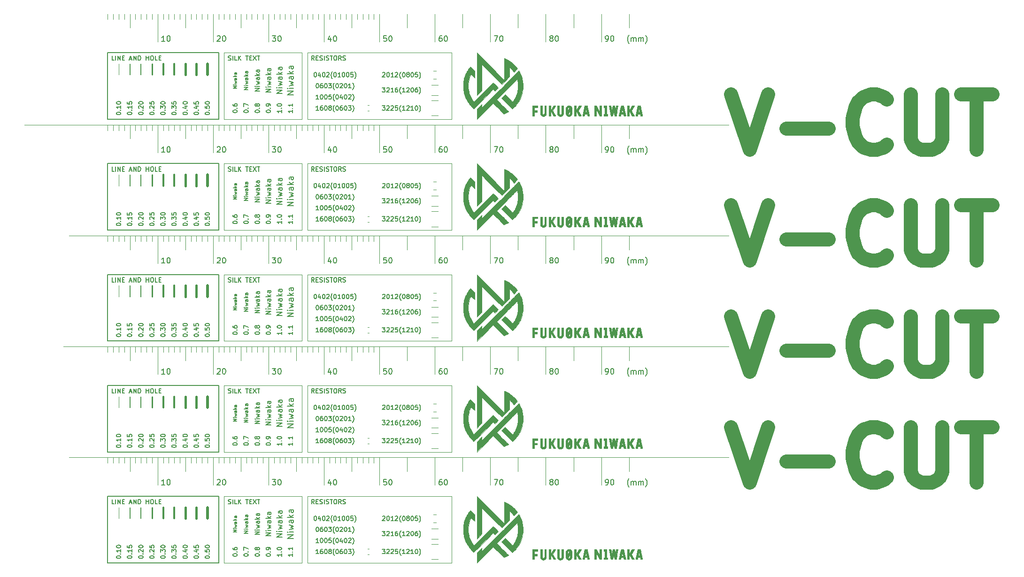
<source format=gbr>
%TF.GenerationSoftware,KiCad,Pcbnew,(5.1.6-0-10_14)*%
%TF.CreationDate,2020-07-24T19:17:44+09:00*%
%TF.ProjectId,pcb_ruler,7063625f-7275-46c6-9572-2e6b69636164,rev?*%
%TF.SameCoordinates,Original*%
%TF.FileFunction,Legend,Top*%
%TF.FilePolarity,Positive*%
%FSLAX46Y46*%
G04 Gerber Fmt 4.6, Leading zero omitted, Abs format (unit mm)*
G04 Created by KiCad (PCBNEW (5.1.6-0-10_14)) date 2020-07-24 19:17:44*
%MOMM*%
%LPD*%
G01*
G04 APERTURE LIST*
%ADD10C,2.500000*%
%ADD11C,0.050000*%
%ADD12C,0.120000*%
%ADD13C,0.150000*%
%ADD14C,0.100000*%
%ADD15C,0.200000*%
%ADD16C,0.250000*%
%ADD17C,0.300000*%
%ADD18C,0.350000*%
%ADD19C,0.400000*%
%ADD20C,0.450000*%
%ADD21C,0.500000*%
%ADD22C,0.010000*%
G04 APERTURE END LIST*
D10*
X213428571Y-174523809D02*
X216761904Y-184523809D01*
X220095238Y-174523809D01*
X223428571Y-180714285D02*
X231047619Y-180714285D01*
X241523809Y-183571428D02*
X241047619Y-184047619D01*
X239619047Y-184523809D01*
X238666666Y-184523809D01*
X237238095Y-184047619D01*
X236285714Y-183095238D01*
X235809523Y-182142857D01*
X235333333Y-180238095D01*
X235333333Y-178809523D01*
X235809523Y-176904761D01*
X236285714Y-175952380D01*
X237238095Y-175000000D01*
X238666666Y-174523809D01*
X239619047Y-174523809D01*
X241047619Y-175000000D01*
X241523809Y-175476190D01*
X245809523Y-174523809D02*
X245809523Y-182619047D01*
X246285714Y-183571428D01*
X246761904Y-184047619D01*
X247714285Y-184523809D01*
X249619047Y-184523809D01*
X250571428Y-184047619D01*
X251047619Y-183571428D01*
X251523809Y-182619047D01*
X251523809Y-174523809D01*
X254857142Y-174523809D02*
X260571428Y-174523809D01*
X257714285Y-184523809D02*
X257714285Y-174523809D01*
X213428571Y-154523809D02*
X216761904Y-164523809D01*
X220095238Y-154523809D01*
X223428571Y-160714285D02*
X231047619Y-160714285D01*
X241523809Y-163571428D02*
X241047619Y-164047619D01*
X239619047Y-164523809D01*
X238666666Y-164523809D01*
X237238095Y-164047619D01*
X236285714Y-163095238D01*
X235809523Y-162142857D01*
X235333333Y-160238095D01*
X235333333Y-158809523D01*
X235809523Y-156904761D01*
X236285714Y-155952380D01*
X237238095Y-155000000D01*
X238666666Y-154523809D01*
X239619047Y-154523809D01*
X241047619Y-155000000D01*
X241523809Y-155476190D01*
X245809523Y-154523809D02*
X245809523Y-162619047D01*
X246285714Y-163571428D01*
X246761904Y-164047619D01*
X247714285Y-164523809D01*
X249619047Y-164523809D01*
X250571428Y-164047619D01*
X251047619Y-163571428D01*
X251523809Y-162619047D01*
X251523809Y-154523809D01*
X254857142Y-154523809D02*
X260571428Y-154523809D01*
X257714285Y-164523809D02*
X257714285Y-154523809D01*
X213428571Y-134523809D02*
X216761904Y-144523809D01*
X220095238Y-134523809D01*
X223428571Y-140714285D02*
X231047619Y-140714285D01*
X241523809Y-143571428D02*
X241047619Y-144047619D01*
X239619047Y-144523809D01*
X238666666Y-144523809D01*
X237238095Y-144047619D01*
X236285714Y-143095238D01*
X235809523Y-142142857D01*
X235333333Y-140238095D01*
X235333333Y-138809523D01*
X235809523Y-136904761D01*
X236285714Y-135952380D01*
X237238095Y-135000000D01*
X238666666Y-134523809D01*
X239619047Y-134523809D01*
X241047619Y-135000000D01*
X241523809Y-135476190D01*
X245809523Y-134523809D02*
X245809523Y-142619047D01*
X246285714Y-143571428D01*
X246761904Y-144047619D01*
X247714285Y-144523809D01*
X249619047Y-144523809D01*
X250571428Y-144047619D01*
X251047619Y-143571428D01*
X251523809Y-142619047D01*
X251523809Y-134523809D01*
X254857142Y-134523809D02*
X260571428Y-134523809D01*
X257714285Y-144523809D02*
X257714285Y-134523809D01*
X213428571Y-114523809D02*
X216761904Y-124523809D01*
X220095238Y-114523809D01*
X223428571Y-120714285D02*
X231047619Y-120714285D01*
X241523809Y-123571428D02*
X241047619Y-124047619D01*
X239619047Y-124523809D01*
X238666666Y-124523809D01*
X237238095Y-124047619D01*
X236285714Y-123095238D01*
X235809523Y-122142857D01*
X235333333Y-120238095D01*
X235333333Y-118809523D01*
X235809523Y-116904761D01*
X236285714Y-115952380D01*
X237238095Y-115000000D01*
X238666666Y-114523809D01*
X239619047Y-114523809D01*
X241047619Y-115000000D01*
X241523809Y-115476190D01*
X245809523Y-114523809D02*
X245809523Y-122619047D01*
X246285714Y-123571428D01*
X246761904Y-124047619D01*
X247714285Y-124523809D01*
X249619047Y-124523809D01*
X250571428Y-124047619D01*
X251047619Y-123571428D01*
X251523809Y-122619047D01*
X251523809Y-114523809D01*
X254857142Y-114523809D02*
X260571428Y-114523809D01*
X257714285Y-124523809D02*
X257714285Y-114523809D01*
D11*
X213000000Y-180000000D02*
X94000000Y-180000000D01*
X213000000Y-160000000D02*
X93000000Y-160000000D01*
D12*
X110000000Y-180000000D02*
X110000000Y-185000000D01*
X120000000Y-185000000D02*
X120000000Y-180000000D01*
X130000000Y-185000000D02*
X130000000Y-180000000D01*
X140000000Y-185000000D02*
X140000000Y-180000000D01*
X150000000Y-185000000D02*
X150000000Y-180000000D01*
X160000000Y-185000000D02*
X160000000Y-180000000D01*
X170000000Y-185000000D02*
X170000000Y-180000000D01*
X180000000Y-185000000D02*
X180000000Y-180000000D01*
X190000000Y-185000000D02*
X190000000Y-180000000D01*
X105000000Y-182500000D02*
X105000000Y-180000000D01*
X115000000Y-182500000D02*
X115000000Y-180000000D01*
X125000000Y-182500000D02*
X125000000Y-180000000D01*
X135000000Y-182500000D02*
X135000000Y-180000000D01*
X145000000Y-182500000D02*
X145000000Y-180000000D01*
X155000000Y-182500000D02*
X155000000Y-180000000D01*
X165000000Y-182500000D02*
X165000000Y-180000000D01*
X175000000Y-182500000D02*
X175000000Y-180000000D01*
X185000000Y-182500000D02*
X185000000Y-180000000D01*
X195000000Y-182500000D02*
X195000000Y-180000000D01*
D13*
X101000000Y-187000000D02*
X121000000Y-187000000D01*
X121000000Y-187000000D02*
X121000000Y-199000000D01*
X121000000Y-199000000D02*
X101000000Y-199000000D01*
X101000000Y-199000000D02*
X101000000Y-187000000D01*
D12*
X122000000Y-187000000D02*
X122000000Y-199000000D01*
X122000000Y-199000000D02*
X136000000Y-199000000D01*
X136000000Y-199000000D02*
X136000000Y-187000000D01*
X136000000Y-187000000D02*
X122000000Y-187000000D01*
D14*
X103000000Y-189000000D02*
X103000000Y-191000000D01*
D13*
X105000000Y-191000000D02*
X105000000Y-189000000D01*
D15*
X107000000Y-189000000D02*
X107000000Y-191000000D01*
D16*
X109000000Y-191000000D02*
X109000000Y-189000000D01*
D17*
X111000000Y-191000000D02*
X111000000Y-189000000D01*
D18*
X113000000Y-191000000D02*
X113000000Y-189000000D01*
D19*
X115000000Y-191000000D02*
X115000000Y-189000000D01*
D20*
X117000000Y-189000000D02*
X117000000Y-191000000D01*
D21*
X119000000Y-191000000D02*
X119000000Y-189000000D01*
D12*
X101000000Y-181000000D02*
X101000000Y-180000000D01*
X102000000Y-181000000D02*
X102000000Y-180000000D01*
X103000000Y-181000000D02*
X103000000Y-180000000D01*
X104000000Y-181000000D02*
X104000000Y-180000000D01*
X106000000Y-181000000D02*
X106000000Y-180000000D01*
X107000000Y-181000000D02*
X107000000Y-180000000D01*
X108000000Y-181000000D02*
X108000000Y-180000000D01*
X109000000Y-181000000D02*
X109000000Y-180000000D01*
X111000000Y-181000000D02*
X111000000Y-180000000D01*
X112000000Y-181000000D02*
X112000000Y-180000000D01*
X113000000Y-181000000D02*
X113000000Y-180000000D01*
X114000000Y-181000000D02*
X114000000Y-180000000D01*
X116000000Y-181000000D02*
X116000000Y-180000000D01*
X117000000Y-181000000D02*
X117000000Y-180000000D01*
X118000000Y-181000000D02*
X118000000Y-180000000D01*
X119000000Y-181000000D02*
X119000000Y-180000000D01*
X121000000Y-181000000D02*
X121000000Y-180000000D01*
X122000000Y-181000000D02*
X122000000Y-180000000D01*
X123000000Y-181000000D02*
X123000000Y-180000000D01*
X124000000Y-181000000D02*
X124000000Y-180000000D01*
X126000000Y-181000000D02*
X126000000Y-180000000D01*
X127000000Y-181000000D02*
X127000000Y-180000000D01*
X128000000Y-181000000D02*
X128000000Y-180000000D01*
X129000000Y-181000000D02*
X129000000Y-180000000D01*
X131000000Y-181000000D02*
X131000000Y-180000000D01*
X132000000Y-181000000D02*
X132000000Y-180000000D01*
X133000000Y-181000000D02*
X133000000Y-180000000D01*
X134000000Y-181000000D02*
X134000000Y-180000000D01*
X136000000Y-181000000D02*
X136000000Y-180000000D01*
X137000000Y-181000000D02*
X137000000Y-180000000D01*
X138000000Y-181000000D02*
X138000000Y-180000000D01*
X139000000Y-181000000D02*
X139000000Y-180000000D01*
X141000000Y-181000000D02*
X141000000Y-180000000D01*
X142000000Y-181000000D02*
X142000000Y-180000000D01*
X143000000Y-181000000D02*
X143000000Y-180000000D01*
X144000000Y-181000000D02*
X144000000Y-180000000D01*
X146000000Y-181000000D02*
X146000000Y-180000000D01*
X147000000Y-181000000D02*
X147000000Y-180000000D01*
X148000000Y-181000000D02*
X148000000Y-180000000D01*
X149000000Y-181000000D02*
X149000000Y-180000000D01*
X137000000Y-187000000D02*
X137000000Y-199000000D01*
X137000000Y-199000000D02*
X163000000Y-199000000D01*
X163000000Y-199000000D02*
X163000000Y-187000000D01*
X163000000Y-187000000D02*
X137000000Y-187000000D01*
D13*
X134497619Y-194592857D02*
X133397619Y-194592857D01*
X134497619Y-193964285D01*
X133397619Y-193964285D01*
X134497619Y-193440476D02*
X133764285Y-193440476D01*
X133397619Y-193440476D02*
X133450000Y-193492857D01*
X133502380Y-193440476D01*
X133450000Y-193388095D01*
X133397619Y-193440476D01*
X133502380Y-193440476D01*
X133764285Y-193021428D02*
X134497619Y-192811904D01*
X133973809Y-192602380D01*
X134497619Y-192392857D01*
X133764285Y-192183333D01*
X134497619Y-191292857D02*
X133921428Y-191292857D01*
X133816666Y-191345238D01*
X133764285Y-191450000D01*
X133764285Y-191659523D01*
X133816666Y-191764285D01*
X134445238Y-191292857D02*
X134497619Y-191397619D01*
X134497619Y-191659523D01*
X134445238Y-191764285D01*
X134340476Y-191816666D01*
X134235714Y-191816666D01*
X134130952Y-191764285D01*
X134078571Y-191659523D01*
X134078571Y-191397619D01*
X134026190Y-191292857D01*
X134497619Y-190769047D02*
X133397619Y-190769047D01*
X134078571Y-190664285D02*
X134497619Y-190350000D01*
X133764285Y-190350000D02*
X134183333Y-190769047D01*
X134497619Y-189407142D02*
X133921428Y-189407142D01*
X133816666Y-189459523D01*
X133764285Y-189564285D01*
X133764285Y-189773809D01*
X133816666Y-189878571D01*
X134445238Y-189407142D02*
X134497619Y-189511904D01*
X134497619Y-189773809D01*
X134445238Y-189878571D01*
X134340476Y-189930952D01*
X134235714Y-189930952D01*
X134130952Y-189878571D01*
X134078571Y-189773809D01*
X134078571Y-189511904D01*
X134026190Y-189407142D01*
X134361904Y-197342857D02*
X134361904Y-197800000D01*
X134361904Y-197571428D02*
X133561904Y-197571428D01*
X133676190Y-197647619D01*
X133752380Y-197723809D01*
X133790476Y-197800000D01*
X134285714Y-197000000D02*
X134323809Y-196961904D01*
X134361904Y-197000000D01*
X134323809Y-197038095D01*
X134285714Y-197000000D01*
X134361904Y-197000000D01*
X134361904Y-196200000D02*
X134361904Y-196657142D01*
X134361904Y-196428571D02*
X133561904Y-196428571D01*
X133676190Y-196504761D01*
X133752380Y-196580952D01*
X133790476Y-196657142D01*
X111309523Y-184952380D02*
X110738095Y-184952380D01*
X111023809Y-184952380D02*
X111023809Y-183952380D01*
X110928571Y-184095238D01*
X110833333Y-184190476D01*
X110738095Y-184238095D01*
X111928571Y-183952380D02*
X112023809Y-183952380D01*
X112119047Y-184000000D01*
X112166666Y-184047619D01*
X112214285Y-184142857D01*
X112261904Y-184333333D01*
X112261904Y-184571428D01*
X112214285Y-184761904D01*
X112166666Y-184857142D01*
X112119047Y-184904761D01*
X112023809Y-184952380D01*
X111928571Y-184952380D01*
X111833333Y-184904761D01*
X111785714Y-184857142D01*
X111738095Y-184761904D01*
X111690476Y-184571428D01*
X111690476Y-184333333D01*
X111738095Y-184142857D01*
X111785714Y-184047619D01*
X111833333Y-184000000D01*
X111928571Y-183952380D01*
X120738095Y-184047619D02*
X120785714Y-184000000D01*
X120880952Y-183952380D01*
X121119047Y-183952380D01*
X121214285Y-184000000D01*
X121261904Y-184047619D01*
X121309523Y-184142857D01*
X121309523Y-184238095D01*
X121261904Y-184380952D01*
X120690476Y-184952380D01*
X121309523Y-184952380D01*
X121928571Y-183952380D02*
X122023809Y-183952380D01*
X122119047Y-184000000D01*
X122166666Y-184047619D01*
X122214285Y-184142857D01*
X122261904Y-184333333D01*
X122261904Y-184571428D01*
X122214285Y-184761904D01*
X122166666Y-184857142D01*
X122119047Y-184904761D01*
X122023809Y-184952380D01*
X121928571Y-184952380D01*
X121833333Y-184904761D01*
X121785714Y-184857142D01*
X121738095Y-184761904D01*
X121690476Y-184571428D01*
X121690476Y-184333333D01*
X121738095Y-184142857D01*
X121785714Y-184047619D01*
X121833333Y-184000000D01*
X121928571Y-183952380D01*
X130690476Y-183952380D02*
X131309523Y-183952380D01*
X130976190Y-184333333D01*
X131119047Y-184333333D01*
X131214285Y-184380952D01*
X131261904Y-184428571D01*
X131309523Y-184523809D01*
X131309523Y-184761904D01*
X131261904Y-184857142D01*
X131214285Y-184904761D01*
X131119047Y-184952380D01*
X130833333Y-184952380D01*
X130738095Y-184904761D01*
X130690476Y-184857142D01*
X131928571Y-183952380D02*
X132023809Y-183952380D01*
X132119047Y-184000000D01*
X132166666Y-184047619D01*
X132214285Y-184142857D01*
X132261904Y-184333333D01*
X132261904Y-184571428D01*
X132214285Y-184761904D01*
X132166666Y-184857142D01*
X132119047Y-184904761D01*
X132023809Y-184952380D01*
X131928571Y-184952380D01*
X131833333Y-184904761D01*
X131785714Y-184857142D01*
X131738095Y-184761904D01*
X131690476Y-184571428D01*
X131690476Y-184333333D01*
X131738095Y-184142857D01*
X131785714Y-184047619D01*
X131833333Y-184000000D01*
X131928571Y-183952380D01*
X141214285Y-184285714D02*
X141214285Y-184952380D01*
X140976190Y-183904761D02*
X140738095Y-184619047D01*
X141357142Y-184619047D01*
X141928571Y-183952380D02*
X142023809Y-183952380D01*
X142119047Y-184000000D01*
X142166666Y-184047619D01*
X142214285Y-184142857D01*
X142261904Y-184333333D01*
X142261904Y-184571428D01*
X142214285Y-184761904D01*
X142166666Y-184857142D01*
X142119047Y-184904761D01*
X142023809Y-184952380D01*
X141928571Y-184952380D01*
X141833333Y-184904761D01*
X141785714Y-184857142D01*
X141738095Y-184761904D01*
X141690476Y-184571428D01*
X141690476Y-184333333D01*
X141738095Y-184142857D01*
X141785714Y-184047619D01*
X141833333Y-184000000D01*
X141928571Y-183952380D01*
X151261904Y-183952380D02*
X150785714Y-183952380D01*
X150738095Y-184428571D01*
X150785714Y-184380952D01*
X150880952Y-184333333D01*
X151119047Y-184333333D01*
X151214285Y-184380952D01*
X151261904Y-184428571D01*
X151309523Y-184523809D01*
X151309523Y-184761904D01*
X151261904Y-184857142D01*
X151214285Y-184904761D01*
X151119047Y-184952380D01*
X150880952Y-184952380D01*
X150785714Y-184904761D01*
X150738095Y-184857142D01*
X151928571Y-183952380D02*
X152023809Y-183952380D01*
X152119047Y-184000000D01*
X152166666Y-184047619D01*
X152214285Y-184142857D01*
X152261904Y-184333333D01*
X152261904Y-184571428D01*
X152214285Y-184761904D01*
X152166666Y-184857142D01*
X152119047Y-184904761D01*
X152023809Y-184952380D01*
X151928571Y-184952380D01*
X151833333Y-184904761D01*
X151785714Y-184857142D01*
X151738095Y-184761904D01*
X151690476Y-184571428D01*
X151690476Y-184333333D01*
X151738095Y-184142857D01*
X151785714Y-184047619D01*
X151833333Y-184000000D01*
X151928571Y-183952380D01*
X161214285Y-183952380D02*
X161023809Y-183952380D01*
X160928571Y-184000000D01*
X160880952Y-184047619D01*
X160785714Y-184190476D01*
X160738095Y-184380952D01*
X160738095Y-184761904D01*
X160785714Y-184857142D01*
X160833333Y-184904761D01*
X160928571Y-184952380D01*
X161119047Y-184952380D01*
X161214285Y-184904761D01*
X161261904Y-184857142D01*
X161309523Y-184761904D01*
X161309523Y-184523809D01*
X161261904Y-184428571D01*
X161214285Y-184380952D01*
X161119047Y-184333333D01*
X160928571Y-184333333D01*
X160833333Y-184380952D01*
X160785714Y-184428571D01*
X160738095Y-184523809D01*
X161928571Y-183952380D02*
X162023809Y-183952380D01*
X162119047Y-184000000D01*
X162166666Y-184047619D01*
X162214285Y-184142857D01*
X162261904Y-184333333D01*
X162261904Y-184571428D01*
X162214285Y-184761904D01*
X162166666Y-184857142D01*
X162119047Y-184904761D01*
X162023809Y-184952380D01*
X161928571Y-184952380D01*
X161833333Y-184904761D01*
X161785714Y-184857142D01*
X161738095Y-184761904D01*
X161690476Y-184571428D01*
X161690476Y-184333333D01*
X161738095Y-184142857D01*
X161785714Y-184047619D01*
X161833333Y-184000000D01*
X161928571Y-183952380D01*
X170690476Y-183952380D02*
X171357142Y-183952380D01*
X170928571Y-184952380D01*
X171928571Y-183952380D02*
X172023809Y-183952380D01*
X172119047Y-184000000D01*
X172166666Y-184047619D01*
X172214285Y-184142857D01*
X172261904Y-184333333D01*
X172261904Y-184571428D01*
X172214285Y-184761904D01*
X172166666Y-184857142D01*
X172119047Y-184904761D01*
X172023809Y-184952380D01*
X171928571Y-184952380D01*
X171833333Y-184904761D01*
X171785714Y-184857142D01*
X171738095Y-184761904D01*
X171690476Y-184571428D01*
X171690476Y-184333333D01*
X171738095Y-184142857D01*
X171785714Y-184047619D01*
X171833333Y-184000000D01*
X171928571Y-183952380D01*
X180928571Y-184380952D02*
X180833333Y-184333333D01*
X180785714Y-184285714D01*
X180738095Y-184190476D01*
X180738095Y-184142857D01*
X180785714Y-184047619D01*
X180833333Y-184000000D01*
X180928571Y-183952380D01*
X181119047Y-183952380D01*
X181214285Y-184000000D01*
X181261904Y-184047619D01*
X181309523Y-184142857D01*
X181309523Y-184190476D01*
X181261904Y-184285714D01*
X181214285Y-184333333D01*
X181119047Y-184380952D01*
X180928571Y-184380952D01*
X180833333Y-184428571D01*
X180785714Y-184476190D01*
X180738095Y-184571428D01*
X180738095Y-184761904D01*
X180785714Y-184857142D01*
X180833333Y-184904761D01*
X180928571Y-184952380D01*
X181119047Y-184952380D01*
X181214285Y-184904761D01*
X181261904Y-184857142D01*
X181309523Y-184761904D01*
X181309523Y-184571428D01*
X181261904Y-184476190D01*
X181214285Y-184428571D01*
X181119047Y-184380952D01*
X181928571Y-183952380D02*
X182023809Y-183952380D01*
X182119047Y-184000000D01*
X182166666Y-184047619D01*
X182214285Y-184142857D01*
X182261904Y-184333333D01*
X182261904Y-184571428D01*
X182214285Y-184761904D01*
X182166666Y-184857142D01*
X182119047Y-184904761D01*
X182023809Y-184952380D01*
X181928571Y-184952380D01*
X181833333Y-184904761D01*
X181785714Y-184857142D01*
X181738095Y-184761904D01*
X181690476Y-184571428D01*
X181690476Y-184333333D01*
X181738095Y-184142857D01*
X181785714Y-184047619D01*
X181833333Y-184000000D01*
X181928571Y-183952380D01*
X190833333Y-184952380D02*
X191023809Y-184952380D01*
X191119047Y-184904761D01*
X191166666Y-184857142D01*
X191261904Y-184714285D01*
X191309523Y-184523809D01*
X191309523Y-184142857D01*
X191261904Y-184047619D01*
X191214285Y-184000000D01*
X191119047Y-183952380D01*
X190928571Y-183952380D01*
X190833333Y-184000000D01*
X190785714Y-184047619D01*
X190738095Y-184142857D01*
X190738095Y-184380952D01*
X190785714Y-184476190D01*
X190833333Y-184523809D01*
X190928571Y-184571428D01*
X191119047Y-184571428D01*
X191214285Y-184523809D01*
X191261904Y-184476190D01*
X191309523Y-184380952D01*
X191928571Y-183952380D02*
X192023809Y-183952380D01*
X192119047Y-184000000D01*
X192166666Y-184047619D01*
X192214285Y-184142857D01*
X192261904Y-184333333D01*
X192261904Y-184571428D01*
X192214285Y-184761904D01*
X192166666Y-184857142D01*
X192119047Y-184904761D01*
X192023809Y-184952380D01*
X191928571Y-184952380D01*
X191833333Y-184904761D01*
X191785714Y-184857142D01*
X191738095Y-184761904D01*
X191690476Y-184571428D01*
X191690476Y-184333333D01*
X191738095Y-184142857D01*
X191785714Y-184047619D01*
X191833333Y-184000000D01*
X191928571Y-183952380D01*
X102561904Y-197990476D02*
X102561904Y-197914285D01*
X102600000Y-197838095D01*
X102638095Y-197800000D01*
X102714285Y-197761904D01*
X102866666Y-197723809D01*
X103057142Y-197723809D01*
X103209523Y-197761904D01*
X103285714Y-197800000D01*
X103323809Y-197838095D01*
X103361904Y-197914285D01*
X103361904Y-197990476D01*
X103323809Y-198066666D01*
X103285714Y-198104761D01*
X103209523Y-198142857D01*
X103057142Y-198180952D01*
X102866666Y-198180952D01*
X102714285Y-198142857D01*
X102638095Y-198104761D01*
X102600000Y-198066666D01*
X102561904Y-197990476D01*
X103285714Y-197380952D02*
X103323809Y-197342857D01*
X103361904Y-197380952D01*
X103323809Y-197419047D01*
X103285714Y-197380952D01*
X103361904Y-197380952D01*
X103361904Y-196580952D02*
X103361904Y-197038095D01*
X103361904Y-196809523D02*
X102561904Y-196809523D01*
X102676190Y-196885714D01*
X102752380Y-196961904D01*
X102790476Y-197038095D01*
X102561904Y-196085714D02*
X102561904Y-196009523D01*
X102600000Y-195933333D01*
X102638095Y-195895238D01*
X102714285Y-195857142D01*
X102866666Y-195819047D01*
X103057142Y-195819047D01*
X103209523Y-195857142D01*
X103285714Y-195895238D01*
X103323809Y-195933333D01*
X103361904Y-196009523D01*
X103361904Y-196085714D01*
X103323809Y-196161904D01*
X103285714Y-196200000D01*
X103209523Y-196238095D01*
X103057142Y-196276190D01*
X102866666Y-196276190D01*
X102714285Y-196238095D01*
X102638095Y-196200000D01*
X102600000Y-196161904D01*
X102561904Y-196085714D01*
X104561904Y-197990476D02*
X104561904Y-197914285D01*
X104600000Y-197838095D01*
X104638095Y-197800000D01*
X104714285Y-197761904D01*
X104866666Y-197723809D01*
X105057142Y-197723809D01*
X105209523Y-197761904D01*
X105285714Y-197800000D01*
X105323809Y-197838095D01*
X105361904Y-197914285D01*
X105361904Y-197990476D01*
X105323809Y-198066666D01*
X105285714Y-198104761D01*
X105209523Y-198142857D01*
X105057142Y-198180952D01*
X104866666Y-198180952D01*
X104714285Y-198142857D01*
X104638095Y-198104761D01*
X104600000Y-198066666D01*
X104561904Y-197990476D01*
X105285714Y-197380952D02*
X105323809Y-197342857D01*
X105361904Y-197380952D01*
X105323809Y-197419047D01*
X105285714Y-197380952D01*
X105361904Y-197380952D01*
X105361904Y-196580952D02*
X105361904Y-197038095D01*
X105361904Y-196809523D02*
X104561904Y-196809523D01*
X104676190Y-196885714D01*
X104752380Y-196961904D01*
X104790476Y-197038095D01*
X104561904Y-195857142D02*
X104561904Y-196238095D01*
X104942857Y-196276190D01*
X104904761Y-196238095D01*
X104866666Y-196161904D01*
X104866666Y-195971428D01*
X104904761Y-195895238D01*
X104942857Y-195857142D01*
X105019047Y-195819047D01*
X105209523Y-195819047D01*
X105285714Y-195857142D01*
X105323809Y-195895238D01*
X105361904Y-195971428D01*
X105361904Y-196161904D01*
X105323809Y-196238095D01*
X105285714Y-196276190D01*
X106561904Y-197990476D02*
X106561904Y-197914285D01*
X106600000Y-197838095D01*
X106638095Y-197800000D01*
X106714285Y-197761904D01*
X106866666Y-197723809D01*
X107057142Y-197723809D01*
X107209523Y-197761904D01*
X107285714Y-197800000D01*
X107323809Y-197838095D01*
X107361904Y-197914285D01*
X107361904Y-197990476D01*
X107323809Y-198066666D01*
X107285714Y-198104761D01*
X107209523Y-198142857D01*
X107057142Y-198180952D01*
X106866666Y-198180952D01*
X106714285Y-198142857D01*
X106638095Y-198104761D01*
X106600000Y-198066666D01*
X106561904Y-197990476D01*
X107285714Y-197380952D02*
X107323809Y-197342857D01*
X107361904Y-197380952D01*
X107323809Y-197419047D01*
X107285714Y-197380952D01*
X107361904Y-197380952D01*
X106638095Y-197038095D02*
X106600000Y-197000000D01*
X106561904Y-196923809D01*
X106561904Y-196733333D01*
X106600000Y-196657142D01*
X106638095Y-196619047D01*
X106714285Y-196580952D01*
X106790476Y-196580952D01*
X106904761Y-196619047D01*
X107361904Y-197076190D01*
X107361904Y-196580952D01*
X106561904Y-196085714D02*
X106561904Y-196009523D01*
X106600000Y-195933333D01*
X106638095Y-195895238D01*
X106714285Y-195857142D01*
X106866666Y-195819047D01*
X107057142Y-195819047D01*
X107209523Y-195857142D01*
X107285714Y-195895238D01*
X107323809Y-195933333D01*
X107361904Y-196009523D01*
X107361904Y-196085714D01*
X107323809Y-196161904D01*
X107285714Y-196200000D01*
X107209523Y-196238095D01*
X107057142Y-196276190D01*
X106866666Y-196276190D01*
X106714285Y-196238095D01*
X106638095Y-196200000D01*
X106600000Y-196161904D01*
X106561904Y-196085714D01*
X108561904Y-197990476D02*
X108561904Y-197914285D01*
X108600000Y-197838095D01*
X108638095Y-197800000D01*
X108714285Y-197761904D01*
X108866666Y-197723809D01*
X109057142Y-197723809D01*
X109209523Y-197761904D01*
X109285714Y-197800000D01*
X109323809Y-197838095D01*
X109361904Y-197914285D01*
X109361904Y-197990476D01*
X109323809Y-198066666D01*
X109285714Y-198104761D01*
X109209523Y-198142857D01*
X109057142Y-198180952D01*
X108866666Y-198180952D01*
X108714285Y-198142857D01*
X108638095Y-198104761D01*
X108600000Y-198066666D01*
X108561904Y-197990476D01*
X109285714Y-197380952D02*
X109323809Y-197342857D01*
X109361904Y-197380952D01*
X109323809Y-197419047D01*
X109285714Y-197380952D01*
X109361904Y-197380952D01*
X108638095Y-197038095D02*
X108600000Y-197000000D01*
X108561904Y-196923809D01*
X108561904Y-196733333D01*
X108600000Y-196657142D01*
X108638095Y-196619047D01*
X108714285Y-196580952D01*
X108790476Y-196580952D01*
X108904761Y-196619047D01*
X109361904Y-197076190D01*
X109361904Y-196580952D01*
X108561904Y-195857142D02*
X108561904Y-196238095D01*
X108942857Y-196276190D01*
X108904761Y-196238095D01*
X108866666Y-196161904D01*
X108866666Y-195971428D01*
X108904761Y-195895238D01*
X108942857Y-195857142D01*
X109019047Y-195819047D01*
X109209523Y-195819047D01*
X109285714Y-195857142D01*
X109323809Y-195895238D01*
X109361904Y-195971428D01*
X109361904Y-196161904D01*
X109323809Y-196238095D01*
X109285714Y-196276190D01*
X110561904Y-197990476D02*
X110561904Y-197914285D01*
X110600000Y-197838095D01*
X110638095Y-197800000D01*
X110714285Y-197761904D01*
X110866666Y-197723809D01*
X111057142Y-197723809D01*
X111209523Y-197761904D01*
X111285714Y-197800000D01*
X111323809Y-197838095D01*
X111361904Y-197914285D01*
X111361904Y-197990476D01*
X111323809Y-198066666D01*
X111285714Y-198104761D01*
X111209523Y-198142857D01*
X111057142Y-198180952D01*
X110866666Y-198180952D01*
X110714285Y-198142857D01*
X110638095Y-198104761D01*
X110600000Y-198066666D01*
X110561904Y-197990476D01*
X111285714Y-197380952D02*
X111323809Y-197342857D01*
X111361904Y-197380952D01*
X111323809Y-197419047D01*
X111285714Y-197380952D01*
X111361904Y-197380952D01*
X110561904Y-197076190D02*
X110561904Y-196580952D01*
X110866666Y-196847619D01*
X110866666Y-196733333D01*
X110904761Y-196657142D01*
X110942857Y-196619047D01*
X111019047Y-196580952D01*
X111209523Y-196580952D01*
X111285714Y-196619047D01*
X111323809Y-196657142D01*
X111361904Y-196733333D01*
X111361904Y-196961904D01*
X111323809Y-197038095D01*
X111285714Y-197076190D01*
X110561904Y-196085714D02*
X110561904Y-196009523D01*
X110600000Y-195933333D01*
X110638095Y-195895238D01*
X110714285Y-195857142D01*
X110866666Y-195819047D01*
X111057142Y-195819047D01*
X111209523Y-195857142D01*
X111285714Y-195895238D01*
X111323809Y-195933333D01*
X111361904Y-196009523D01*
X111361904Y-196085714D01*
X111323809Y-196161904D01*
X111285714Y-196200000D01*
X111209523Y-196238095D01*
X111057142Y-196276190D01*
X110866666Y-196276190D01*
X110714285Y-196238095D01*
X110638095Y-196200000D01*
X110600000Y-196161904D01*
X110561904Y-196085714D01*
X112561904Y-197990476D02*
X112561904Y-197914285D01*
X112600000Y-197838095D01*
X112638095Y-197800000D01*
X112714285Y-197761904D01*
X112866666Y-197723809D01*
X113057142Y-197723809D01*
X113209523Y-197761904D01*
X113285714Y-197800000D01*
X113323809Y-197838095D01*
X113361904Y-197914285D01*
X113361904Y-197990476D01*
X113323809Y-198066666D01*
X113285714Y-198104761D01*
X113209523Y-198142857D01*
X113057142Y-198180952D01*
X112866666Y-198180952D01*
X112714285Y-198142857D01*
X112638095Y-198104761D01*
X112600000Y-198066666D01*
X112561904Y-197990476D01*
X113285714Y-197380952D02*
X113323809Y-197342857D01*
X113361904Y-197380952D01*
X113323809Y-197419047D01*
X113285714Y-197380952D01*
X113361904Y-197380952D01*
X112561904Y-197076190D02*
X112561904Y-196580952D01*
X112866666Y-196847619D01*
X112866666Y-196733333D01*
X112904761Y-196657142D01*
X112942857Y-196619047D01*
X113019047Y-196580952D01*
X113209523Y-196580952D01*
X113285714Y-196619047D01*
X113323809Y-196657142D01*
X113361904Y-196733333D01*
X113361904Y-196961904D01*
X113323809Y-197038095D01*
X113285714Y-197076190D01*
X112561904Y-195857142D02*
X112561904Y-196238095D01*
X112942857Y-196276190D01*
X112904761Y-196238095D01*
X112866666Y-196161904D01*
X112866666Y-195971428D01*
X112904761Y-195895238D01*
X112942857Y-195857142D01*
X113019047Y-195819047D01*
X113209523Y-195819047D01*
X113285714Y-195857142D01*
X113323809Y-195895238D01*
X113361904Y-195971428D01*
X113361904Y-196161904D01*
X113323809Y-196238095D01*
X113285714Y-196276190D01*
X114561904Y-197990476D02*
X114561904Y-197914285D01*
X114600000Y-197838095D01*
X114638095Y-197800000D01*
X114714285Y-197761904D01*
X114866666Y-197723809D01*
X115057142Y-197723809D01*
X115209523Y-197761904D01*
X115285714Y-197800000D01*
X115323809Y-197838095D01*
X115361904Y-197914285D01*
X115361904Y-197990476D01*
X115323809Y-198066666D01*
X115285714Y-198104761D01*
X115209523Y-198142857D01*
X115057142Y-198180952D01*
X114866666Y-198180952D01*
X114714285Y-198142857D01*
X114638095Y-198104761D01*
X114600000Y-198066666D01*
X114561904Y-197990476D01*
X115285714Y-197380952D02*
X115323809Y-197342857D01*
X115361904Y-197380952D01*
X115323809Y-197419047D01*
X115285714Y-197380952D01*
X115361904Y-197380952D01*
X114828571Y-196657142D02*
X115361904Y-196657142D01*
X114523809Y-196847619D02*
X115095238Y-197038095D01*
X115095238Y-196542857D01*
X114561904Y-196085714D02*
X114561904Y-196009523D01*
X114600000Y-195933333D01*
X114638095Y-195895238D01*
X114714285Y-195857142D01*
X114866666Y-195819047D01*
X115057142Y-195819047D01*
X115209523Y-195857142D01*
X115285714Y-195895238D01*
X115323809Y-195933333D01*
X115361904Y-196009523D01*
X115361904Y-196085714D01*
X115323809Y-196161904D01*
X115285714Y-196200000D01*
X115209523Y-196238095D01*
X115057142Y-196276190D01*
X114866666Y-196276190D01*
X114714285Y-196238095D01*
X114638095Y-196200000D01*
X114600000Y-196161904D01*
X114561904Y-196085714D01*
X116561904Y-197990476D02*
X116561904Y-197914285D01*
X116600000Y-197838095D01*
X116638095Y-197800000D01*
X116714285Y-197761904D01*
X116866666Y-197723809D01*
X117057142Y-197723809D01*
X117209523Y-197761904D01*
X117285714Y-197800000D01*
X117323809Y-197838095D01*
X117361904Y-197914285D01*
X117361904Y-197990476D01*
X117323809Y-198066666D01*
X117285714Y-198104761D01*
X117209523Y-198142857D01*
X117057142Y-198180952D01*
X116866666Y-198180952D01*
X116714285Y-198142857D01*
X116638095Y-198104761D01*
X116600000Y-198066666D01*
X116561904Y-197990476D01*
X117285714Y-197380952D02*
X117323809Y-197342857D01*
X117361904Y-197380952D01*
X117323809Y-197419047D01*
X117285714Y-197380952D01*
X117361904Y-197380952D01*
X116828571Y-196657142D02*
X117361904Y-196657142D01*
X116523809Y-196847619D02*
X117095238Y-197038095D01*
X117095238Y-196542857D01*
X116561904Y-195857142D02*
X116561904Y-196238095D01*
X116942857Y-196276190D01*
X116904761Y-196238095D01*
X116866666Y-196161904D01*
X116866666Y-195971428D01*
X116904761Y-195895238D01*
X116942857Y-195857142D01*
X117019047Y-195819047D01*
X117209523Y-195819047D01*
X117285714Y-195857142D01*
X117323809Y-195895238D01*
X117361904Y-195971428D01*
X117361904Y-196161904D01*
X117323809Y-196238095D01*
X117285714Y-196276190D01*
X118561904Y-197990476D02*
X118561904Y-197914285D01*
X118600000Y-197838095D01*
X118638095Y-197800000D01*
X118714285Y-197761904D01*
X118866666Y-197723809D01*
X119057142Y-197723809D01*
X119209523Y-197761904D01*
X119285714Y-197800000D01*
X119323809Y-197838095D01*
X119361904Y-197914285D01*
X119361904Y-197990476D01*
X119323809Y-198066666D01*
X119285714Y-198104761D01*
X119209523Y-198142857D01*
X119057142Y-198180952D01*
X118866666Y-198180952D01*
X118714285Y-198142857D01*
X118638095Y-198104761D01*
X118600000Y-198066666D01*
X118561904Y-197990476D01*
X119285714Y-197380952D02*
X119323809Y-197342857D01*
X119361904Y-197380952D01*
X119323809Y-197419047D01*
X119285714Y-197380952D01*
X119361904Y-197380952D01*
X118561904Y-196619047D02*
X118561904Y-197000000D01*
X118942857Y-197038095D01*
X118904761Y-197000000D01*
X118866666Y-196923809D01*
X118866666Y-196733333D01*
X118904761Y-196657142D01*
X118942857Y-196619047D01*
X119019047Y-196580952D01*
X119209523Y-196580952D01*
X119285714Y-196619047D01*
X119323809Y-196657142D01*
X119361904Y-196733333D01*
X119361904Y-196923809D01*
X119323809Y-197000000D01*
X119285714Y-197038095D01*
X118561904Y-196085714D02*
X118561904Y-196009523D01*
X118600000Y-195933333D01*
X118638095Y-195895238D01*
X118714285Y-195857142D01*
X118866666Y-195819047D01*
X119057142Y-195819047D01*
X119209523Y-195857142D01*
X119285714Y-195895238D01*
X119323809Y-195933333D01*
X119361904Y-196009523D01*
X119361904Y-196085714D01*
X119323809Y-196161904D01*
X119285714Y-196200000D01*
X119209523Y-196238095D01*
X119057142Y-196276190D01*
X118866666Y-196276190D01*
X118714285Y-196238095D01*
X118638095Y-196200000D01*
X118600000Y-196161904D01*
X118561904Y-196085714D01*
X102168928Y-188361904D02*
X101787976Y-188361904D01*
X101787976Y-187561904D01*
X102435595Y-188361904D02*
X102435595Y-187561904D01*
X102816547Y-188361904D02*
X102816547Y-187561904D01*
X103273690Y-188361904D01*
X103273690Y-187561904D01*
X103654642Y-187942857D02*
X103921309Y-187942857D01*
X104035595Y-188361904D02*
X103654642Y-188361904D01*
X103654642Y-187561904D01*
X104035595Y-187561904D01*
X104949880Y-188133333D02*
X105330833Y-188133333D01*
X104873690Y-188361904D02*
X105140357Y-187561904D01*
X105407023Y-188361904D01*
X105673690Y-188361904D02*
X105673690Y-187561904D01*
X106130833Y-188361904D01*
X106130833Y-187561904D01*
X106511785Y-188361904D02*
X106511785Y-187561904D01*
X106702261Y-187561904D01*
X106816547Y-187600000D01*
X106892738Y-187676190D01*
X106930833Y-187752380D01*
X106968928Y-187904761D01*
X106968928Y-188019047D01*
X106930833Y-188171428D01*
X106892738Y-188247619D01*
X106816547Y-188323809D01*
X106702261Y-188361904D01*
X106511785Y-188361904D01*
X107921309Y-188361904D02*
X107921309Y-187561904D01*
X107921309Y-187942857D02*
X108378452Y-187942857D01*
X108378452Y-188361904D02*
X108378452Y-187561904D01*
X108911785Y-187561904D02*
X109064166Y-187561904D01*
X109140357Y-187600000D01*
X109216547Y-187676190D01*
X109254642Y-187828571D01*
X109254642Y-188095238D01*
X109216547Y-188247619D01*
X109140357Y-188323809D01*
X109064166Y-188361904D01*
X108911785Y-188361904D01*
X108835595Y-188323809D01*
X108759404Y-188247619D01*
X108721309Y-188095238D01*
X108721309Y-187828571D01*
X108759404Y-187676190D01*
X108835595Y-187600000D01*
X108911785Y-187561904D01*
X109978452Y-188361904D02*
X109597500Y-188361904D01*
X109597500Y-187561904D01*
X110245119Y-187942857D02*
X110511785Y-187942857D01*
X110626071Y-188361904D02*
X110245119Y-188361904D01*
X110245119Y-187561904D01*
X110626071Y-187561904D01*
X124271428Y-193414285D02*
X123671428Y-193414285D01*
X124271428Y-193071428D01*
X123671428Y-193071428D01*
X124271428Y-192785714D02*
X123871428Y-192785714D01*
X123671428Y-192785714D02*
X123700000Y-192814285D01*
X123728571Y-192785714D01*
X123700000Y-192757142D01*
X123671428Y-192785714D01*
X123728571Y-192785714D01*
X123871428Y-192557142D02*
X124271428Y-192442857D01*
X123985714Y-192328571D01*
X124271428Y-192214285D01*
X123871428Y-192100000D01*
X124271428Y-191614285D02*
X123957142Y-191614285D01*
X123900000Y-191642857D01*
X123871428Y-191700000D01*
X123871428Y-191814285D01*
X123900000Y-191871428D01*
X124242857Y-191614285D02*
X124271428Y-191671428D01*
X124271428Y-191814285D01*
X124242857Y-191871428D01*
X124185714Y-191900000D01*
X124128571Y-191900000D01*
X124071428Y-191871428D01*
X124042857Y-191814285D01*
X124042857Y-191671428D01*
X124014285Y-191614285D01*
X124271428Y-191328571D02*
X123671428Y-191328571D01*
X124042857Y-191271428D02*
X124271428Y-191100000D01*
X123871428Y-191100000D02*
X124100000Y-191328571D01*
X124271428Y-190585714D02*
X123957142Y-190585714D01*
X123900000Y-190614285D01*
X123871428Y-190671428D01*
X123871428Y-190785714D01*
X123900000Y-190842857D01*
X124242857Y-190585714D02*
X124271428Y-190642857D01*
X124271428Y-190785714D01*
X124242857Y-190842857D01*
X124185714Y-190871428D01*
X124128571Y-190871428D01*
X124071428Y-190842857D01*
X124042857Y-190785714D01*
X124042857Y-190642857D01*
X124014285Y-190585714D01*
X126316666Y-193650000D02*
X125616666Y-193650000D01*
X126316666Y-193250000D01*
X125616666Y-193250000D01*
X126316666Y-192916666D02*
X125850000Y-192916666D01*
X125616666Y-192916666D02*
X125650000Y-192950000D01*
X125683333Y-192916666D01*
X125650000Y-192883333D01*
X125616666Y-192916666D01*
X125683333Y-192916666D01*
X125850000Y-192650000D02*
X126316666Y-192516666D01*
X125983333Y-192383333D01*
X126316666Y-192250000D01*
X125850000Y-192116666D01*
X126316666Y-191550000D02*
X125950000Y-191550000D01*
X125883333Y-191583333D01*
X125850000Y-191650000D01*
X125850000Y-191783333D01*
X125883333Y-191850000D01*
X126283333Y-191550000D02*
X126316666Y-191616666D01*
X126316666Y-191783333D01*
X126283333Y-191850000D01*
X126216666Y-191883333D01*
X126150000Y-191883333D01*
X126083333Y-191850000D01*
X126050000Y-191783333D01*
X126050000Y-191616666D01*
X126016666Y-191550000D01*
X126316666Y-191216666D02*
X125616666Y-191216666D01*
X126050000Y-191150000D02*
X126316666Y-190950000D01*
X125850000Y-190950000D02*
X126116666Y-191216666D01*
X126316666Y-190350000D02*
X125950000Y-190350000D01*
X125883333Y-190383333D01*
X125850000Y-190450000D01*
X125850000Y-190583333D01*
X125883333Y-190650000D01*
X126283333Y-190350000D02*
X126316666Y-190416666D01*
X126316666Y-190583333D01*
X126283333Y-190650000D01*
X126216666Y-190683333D01*
X126150000Y-190683333D01*
X126083333Y-190650000D01*
X126050000Y-190583333D01*
X126050000Y-190416666D01*
X126016666Y-190350000D01*
X128361904Y-193885714D02*
X127561904Y-193885714D01*
X128361904Y-193428571D01*
X127561904Y-193428571D01*
X128361904Y-193047619D02*
X127828571Y-193047619D01*
X127561904Y-193047619D02*
X127600000Y-193085714D01*
X127638095Y-193047619D01*
X127600000Y-193009523D01*
X127561904Y-193047619D01*
X127638095Y-193047619D01*
X127828571Y-192742857D02*
X128361904Y-192590476D01*
X127980952Y-192438095D01*
X128361904Y-192285714D01*
X127828571Y-192133333D01*
X128361904Y-191485714D02*
X127942857Y-191485714D01*
X127866666Y-191523809D01*
X127828571Y-191600000D01*
X127828571Y-191752380D01*
X127866666Y-191828571D01*
X128323809Y-191485714D02*
X128361904Y-191561904D01*
X128361904Y-191752380D01*
X128323809Y-191828571D01*
X128247619Y-191866666D01*
X128171428Y-191866666D01*
X128095238Y-191828571D01*
X128057142Y-191752380D01*
X128057142Y-191561904D01*
X128019047Y-191485714D01*
X128361904Y-191104761D02*
X127561904Y-191104761D01*
X128057142Y-191028571D02*
X128361904Y-190800000D01*
X127828571Y-190800000D02*
X128133333Y-191104761D01*
X128361904Y-190114285D02*
X127942857Y-190114285D01*
X127866666Y-190152380D01*
X127828571Y-190228571D01*
X127828571Y-190380952D01*
X127866666Y-190457142D01*
X128323809Y-190114285D02*
X128361904Y-190190476D01*
X128361904Y-190380952D01*
X128323809Y-190457142D01*
X128247619Y-190495238D01*
X128171428Y-190495238D01*
X128095238Y-190457142D01*
X128057142Y-190380952D01*
X128057142Y-190190476D01*
X128019047Y-190114285D01*
X130407142Y-194121428D02*
X129507142Y-194121428D01*
X130407142Y-193607142D01*
X129507142Y-193607142D01*
X130407142Y-193178571D02*
X129807142Y-193178571D01*
X129507142Y-193178571D02*
X129550000Y-193221428D01*
X129592857Y-193178571D01*
X129550000Y-193135714D01*
X129507142Y-193178571D01*
X129592857Y-193178571D01*
X129807142Y-192835714D02*
X130407142Y-192664285D01*
X129978571Y-192492857D01*
X130407142Y-192321428D01*
X129807142Y-192150000D01*
X130407142Y-191421428D02*
X129935714Y-191421428D01*
X129850000Y-191464285D01*
X129807142Y-191550000D01*
X129807142Y-191721428D01*
X129850000Y-191807142D01*
X130364285Y-191421428D02*
X130407142Y-191507142D01*
X130407142Y-191721428D01*
X130364285Y-191807142D01*
X130278571Y-191850000D01*
X130192857Y-191850000D01*
X130107142Y-191807142D01*
X130064285Y-191721428D01*
X130064285Y-191507142D01*
X130021428Y-191421428D01*
X130407142Y-190992857D02*
X129507142Y-190992857D01*
X130064285Y-190907142D02*
X130407142Y-190650000D01*
X129807142Y-190650000D02*
X130150000Y-190992857D01*
X130407142Y-189878571D02*
X129935714Y-189878571D01*
X129850000Y-189921428D01*
X129807142Y-190007142D01*
X129807142Y-190178571D01*
X129850000Y-190264285D01*
X130364285Y-189878571D02*
X130407142Y-189964285D01*
X130407142Y-190178571D01*
X130364285Y-190264285D01*
X130278571Y-190307142D01*
X130192857Y-190307142D01*
X130107142Y-190264285D01*
X130064285Y-190178571D01*
X130064285Y-189964285D01*
X130021428Y-189878571D01*
X132452380Y-194357142D02*
X131452380Y-194357142D01*
X132452380Y-193785714D01*
X131452380Y-193785714D01*
X132452380Y-193309523D02*
X131785714Y-193309523D01*
X131452380Y-193309523D02*
X131500000Y-193357142D01*
X131547619Y-193309523D01*
X131500000Y-193261904D01*
X131452380Y-193309523D01*
X131547619Y-193309523D01*
X131785714Y-192928571D02*
X132452380Y-192738095D01*
X131976190Y-192547619D01*
X132452380Y-192357142D01*
X131785714Y-192166666D01*
X132452380Y-191357142D02*
X131928571Y-191357142D01*
X131833333Y-191404761D01*
X131785714Y-191500000D01*
X131785714Y-191690476D01*
X131833333Y-191785714D01*
X132404761Y-191357142D02*
X132452380Y-191452380D01*
X132452380Y-191690476D01*
X132404761Y-191785714D01*
X132309523Y-191833333D01*
X132214285Y-191833333D01*
X132119047Y-191785714D01*
X132071428Y-191690476D01*
X132071428Y-191452380D01*
X132023809Y-191357142D01*
X132452380Y-190880952D02*
X131452380Y-190880952D01*
X132071428Y-190785714D02*
X132452380Y-190500000D01*
X131785714Y-190500000D02*
X132166666Y-190880952D01*
X132452380Y-189642857D02*
X131928571Y-189642857D01*
X131833333Y-189690476D01*
X131785714Y-189785714D01*
X131785714Y-189976190D01*
X131833333Y-190071428D01*
X132404761Y-189642857D02*
X132452380Y-189738095D01*
X132452380Y-189976190D01*
X132404761Y-190071428D01*
X132309523Y-190119047D01*
X132214285Y-190119047D01*
X132119047Y-190071428D01*
X132071428Y-189976190D01*
X132071428Y-189738095D01*
X132023809Y-189642857D01*
X123561904Y-197609523D02*
X123561904Y-197533333D01*
X123600000Y-197457142D01*
X123638095Y-197419047D01*
X123714285Y-197380952D01*
X123866666Y-197342857D01*
X124057142Y-197342857D01*
X124209523Y-197380952D01*
X124285714Y-197419047D01*
X124323809Y-197457142D01*
X124361904Y-197533333D01*
X124361904Y-197609523D01*
X124323809Y-197685714D01*
X124285714Y-197723809D01*
X124209523Y-197761904D01*
X124057142Y-197800000D01*
X123866666Y-197800000D01*
X123714285Y-197761904D01*
X123638095Y-197723809D01*
X123600000Y-197685714D01*
X123561904Y-197609523D01*
X124285714Y-197000000D02*
X124323809Y-196961904D01*
X124361904Y-197000000D01*
X124323809Y-197038095D01*
X124285714Y-197000000D01*
X124361904Y-197000000D01*
X123561904Y-196276190D02*
X123561904Y-196428571D01*
X123600000Y-196504761D01*
X123638095Y-196542857D01*
X123752380Y-196619047D01*
X123904761Y-196657142D01*
X124209523Y-196657142D01*
X124285714Y-196619047D01*
X124323809Y-196580952D01*
X124361904Y-196504761D01*
X124361904Y-196352380D01*
X124323809Y-196276190D01*
X124285714Y-196238095D01*
X124209523Y-196200000D01*
X124019047Y-196200000D01*
X123942857Y-196238095D01*
X123904761Y-196276190D01*
X123866666Y-196352380D01*
X123866666Y-196504761D01*
X123904761Y-196580952D01*
X123942857Y-196619047D01*
X124019047Y-196657142D01*
X125561904Y-197609523D02*
X125561904Y-197533333D01*
X125600000Y-197457142D01*
X125638095Y-197419047D01*
X125714285Y-197380952D01*
X125866666Y-197342857D01*
X126057142Y-197342857D01*
X126209523Y-197380952D01*
X126285714Y-197419047D01*
X126323809Y-197457142D01*
X126361904Y-197533333D01*
X126361904Y-197609523D01*
X126323809Y-197685714D01*
X126285714Y-197723809D01*
X126209523Y-197761904D01*
X126057142Y-197800000D01*
X125866666Y-197800000D01*
X125714285Y-197761904D01*
X125638095Y-197723809D01*
X125600000Y-197685714D01*
X125561904Y-197609523D01*
X126285714Y-197000000D02*
X126323809Y-196961904D01*
X126361904Y-197000000D01*
X126323809Y-197038095D01*
X126285714Y-197000000D01*
X126361904Y-197000000D01*
X125561904Y-196695238D02*
X125561904Y-196161904D01*
X126361904Y-196504761D01*
X127561904Y-197609523D02*
X127561904Y-197533333D01*
X127600000Y-197457142D01*
X127638095Y-197419047D01*
X127714285Y-197380952D01*
X127866666Y-197342857D01*
X128057142Y-197342857D01*
X128209523Y-197380952D01*
X128285714Y-197419047D01*
X128323809Y-197457142D01*
X128361904Y-197533333D01*
X128361904Y-197609523D01*
X128323809Y-197685714D01*
X128285714Y-197723809D01*
X128209523Y-197761904D01*
X128057142Y-197800000D01*
X127866666Y-197800000D01*
X127714285Y-197761904D01*
X127638095Y-197723809D01*
X127600000Y-197685714D01*
X127561904Y-197609523D01*
X128285714Y-197000000D02*
X128323809Y-196961904D01*
X128361904Y-197000000D01*
X128323809Y-197038095D01*
X128285714Y-197000000D01*
X128361904Y-197000000D01*
X127904761Y-196504761D02*
X127866666Y-196580952D01*
X127828571Y-196619047D01*
X127752380Y-196657142D01*
X127714285Y-196657142D01*
X127638095Y-196619047D01*
X127600000Y-196580952D01*
X127561904Y-196504761D01*
X127561904Y-196352380D01*
X127600000Y-196276190D01*
X127638095Y-196238095D01*
X127714285Y-196200000D01*
X127752380Y-196200000D01*
X127828571Y-196238095D01*
X127866666Y-196276190D01*
X127904761Y-196352380D01*
X127904761Y-196504761D01*
X127942857Y-196580952D01*
X127980952Y-196619047D01*
X128057142Y-196657142D01*
X128209523Y-196657142D01*
X128285714Y-196619047D01*
X128323809Y-196580952D01*
X128361904Y-196504761D01*
X128361904Y-196352380D01*
X128323809Y-196276190D01*
X128285714Y-196238095D01*
X128209523Y-196200000D01*
X128057142Y-196200000D01*
X127980952Y-196238095D01*
X127942857Y-196276190D01*
X127904761Y-196352380D01*
X129561904Y-197609523D02*
X129561904Y-197533333D01*
X129600000Y-197457142D01*
X129638095Y-197419047D01*
X129714285Y-197380952D01*
X129866666Y-197342857D01*
X130057142Y-197342857D01*
X130209523Y-197380952D01*
X130285714Y-197419047D01*
X130323809Y-197457142D01*
X130361904Y-197533333D01*
X130361904Y-197609523D01*
X130323809Y-197685714D01*
X130285714Y-197723809D01*
X130209523Y-197761904D01*
X130057142Y-197800000D01*
X129866666Y-197800000D01*
X129714285Y-197761904D01*
X129638095Y-197723809D01*
X129600000Y-197685714D01*
X129561904Y-197609523D01*
X130285714Y-197000000D02*
X130323809Y-196961904D01*
X130361904Y-197000000D01*
X130323809Y-197038095D01*
X130285714Y-197000000D01*
X130361904Y-197000000D01*
X130361904Y-196580952D02*
X130361904Y-196428571D01*
X130323809Y-196352380D01*
X130285714Y-196314285D01*
X130171428Y-196238095D01*
X130019047Y-196200000D01*
X129714285Y-196200000D01*
X129638095Y-196238095D01*
X129600000Y-196276190D01*
X129561904Y-196352380D01*
X129561904Y-196504761D01*
X129600000Y-196580952D01*
X129638095Y-196619047D01*
X129714285Y-196657142D01*
X129904761Y-196657142D01*
X129980952Y-196619047D01*
X130019047Y-196580952D01*
X130057142Y-196504761D01*
X130057142Y-196352380D01*
X130019047Y-196276190D01*
X129980952Y-196238095D01*
X129904761Y-196200000D01*
X132361904Y-197342857D02*
X132361904Y-197800000D01*
X132361904Y-197571428D02*
X131561904Y-197571428D01*
X131676190Y-197647619D01*
X131752380Y-197723809D01*
X131790476Y-197800000D01*
X132285714Y-197000000D02*
X132323809Y-196961904D01*
X132361904Y-197000000D01*
X132323809Y-197038095D01*
X132285714Y-197000000D01*
X132361904Y-197000000D01*
X131561904Y-196466666D02*
X131561904Y-196390476D01*
X131600000Y-196314285D01*
X131638095Y-196276190D01*
X131714285Y-196238095D01*
X131866666Y-196200000D01*
X132057142Y-196200000D01*
X132209523Y-196238095D01*
X132285714Y-196276190D01*
X132323809Y-196314285D01*
X132361904Y-196390476D01*
X132361904Y-196466666D01*
X132323809Y-196542857D01*
X132285714Y-196580952D01*
X132209523Y-196619047D01*
X132057142Y-196657142D01*
X131866666Y-196657142D01*
X131714285Y-196619047D01*
X131638095Y-196580952D01*
X131600000Y-196542857D01*
X131561904Y-196466666D01*
X122749880Y-188323809D02*
X122864166Y-188361904D01*
X123054642Y-188361904D01*
X123130833Y-188323809D01*
X123168928Y-188285714D01*
X123207023Y-188209523D01*
X123207023Y-188133333D01*
X123168928Y-188057142D01*
X123130833Y-188019047D01*
X123054642Y-187980952D01*
X122902261Y-187942857D01*
X122826071Y-187904761D01*
X122787976Y-187866666D01*
X122749880Y-187790476D01*
X122749880Y-187714285D01*
X122787976Y-187638095D01*
X122826071Y-187600000D01*
X122902261Y-187561904D01*
X123092738Y-187561904D01*
X123207023Y-187600000D01*
X123549880Y-188361904D02*
X123549880Y-187561904D01*
X124311785Y-188361904D02*
X123930833Y-188361904D01*
X123930833Y-187561904D01*
X124578452Y-188361904D02*
X124578452Y-187561904D01*
X125035595Y-188361904D02*
X124692738Y-187904761D01*
X125035595Y-187561904D02*
X124578452Y-188019047D01*
X125873690Y-187561904D02*
X126330833Y-187561904D01*
X126102261Y-188361904D02*
X126102261Y-187561904D01*
X126597500Y-187942857D02*
X126864166Y-187942857D01*
X126978452Y-188361904D02*
X126597500Y-188361904D01*
X126597500Y-187561904D01*
X126978452Y-187561904D01*
X127245119Y-187561904D02*
X127778452Y-188361904D01*
X127778452Y-187561904D02*
X127245119Y-188361904D01*
X127968928Y-187561904D02*
X128426071Y-187561904D01*
X128197500Y-188361904D02*
X128197500Y-187561904D01*
X138245119Y-188361904D02*
X137978452Y-187980952D01*
X137787976Y-188361904D02*
X137787976Y-187561904D01*
X138092738Y-187561904D01*
X138168928Y-187600000D01*
X138207023Y-187638095D01*
X138245119Y-187714285D01*
X138245119Y-187828571D01*
X138207023Y-187904761D01*
X138168928Y-187942857D01*
X138092738Y-187980952D01*
X137787976Y-187980952D01*
X138587976Y-187942857D02*
X138854642Y-187942857D01*
X138968928Y-188361904D02*
X138587976Y-188361904D01*
X138587976Y-187561904D01*
X138968928Y-187561904D01*
X139273690Y-188323809D02*
X139387976Y-188361904D01*
X139578452Y-188361904D01*
X139654642Y-188323809D01*
X139692738Y-188285714D01*
X139730833Y-188209523D01*
X139730833Y-188133333D01*
X139692738Y-188057142D01*
X139654642Y-188019047D01*
X139578452Y-187980952D01*
X139426071Y-187942857D01*
X139349880Y-187904761D01*
X139311785Y-187866666D01*
X139273690Y-187790476D01*
X139273690Y-187714285D01*
X139311785Y-187638095D01*
X139349880Y-187600000D01*
X139426071Y-187561904D01*
X139616547Y-187561904D01*
X139730833Y-187600000D01*
X140073690Y-188361904D02*
X140073690Y-187561904D01*
X140416547Y-188323809D02*
X140530833Y-188361904D01*
X140721309Y-188361904D01*
X140797500Y-188323809D01*
X140835595Y-188285714D01*
X140873690Y-188209523D01*
X140873690Y-188133333D01*
X140835595Y-188057142D01*
X140797500Y-188019047D01*
X140721309Y-187980952D01*
X140568928Y-187942857D01*
X140492738Y-187904761D01*
X140454642Y-187866666D01*
X140416547Y-187790476D01*
X140416547Y-187714285D01*
X140454642Y-187638095D01*
X140492738Y-187600000D01*
X140568928Y-187561904D01*
X140759404Y-187561904D01*
X140873690Y-187600000D01*
X141102261Y-187561904D02*
X141559404Y-187561904D01*
X141330833Y-188361904D02*
X141330833Y-187561904D01*
X141978452Y-187561904D02*
X142130833Y-187561904D01*
X142207023Y-187600000D01*
X142283214Y-187676190D01*
X142321309Y-187828571D01*
X142321309Y-188095238D01*
X142283214Y-188247619D01*
X142207023Y-188323809D01*
X142130833Y-188361904D01*
X141978452Y-188361904D01*
X141902261Y-188323809D01*
X141826071Y-188247619D01*
X141787976Y-188095238D01*
X141787976Y-187828571D01*
X141826071Y-187676190D01*
X141902261Y-187600000D01*
X141978452Y-187561904D01*
X143121309Y-188361904D02*
X142854642Y-187980952D01*
X142664166Y-188361904D02*
X142664166Y-187561904D01*
X142968928Y-187561904D01*
X143045119Y-187600000D01*
X143083214Y-187638095D01*
X143121309Y-187714285D01*
X143121309Y-187828571D01*
X143083214Y-187904761D01*
X143045119Y-187942857D01*
X142968928Y-187980952D01*
X142664166Y-187980952D01*
X143426071Y-188323809D02*
X143540357Y-188361904D01*
X143730833Y-188361904D01*
X143807023Y-188323809D01*
X143845119Y-188285714D01*
X143883214Y-188209523D01*
X143883214Y-188133333D01*
X143845119Y-188057142D01*
X143807023Y-188019047D01*
X143730833Y-187980952D01*
X143578452Y-187942857D01*
X143502261Y-187904761D01*
X143464166Y-187866666D01*
X143426071Y-187790476D01*
X143426071Y-187714285D01*
X143464166Y-187638095D01*
X143502261Y-187600000D01*
X143578452Y-187561904D01*
X143768928Y-187561904D01*
X143883214Y-187600000D01*
X195023809Y-185333333D02*
X194976190Y-185285714D01*
X194880952Y-185142857D01*
X194833333Y-185047619D01*
X194785714Y-184904761D01*
X194738095Y-184666666D01*
X194738095Y-184476190D01*
X194785714Y-184238095D01*
X194833333Y-184095238D01*
X194880952Y-184000000D01*
X194976190Y-183857142D01*
X195023809Y-183809523D01*
X195404761Y-184952380D02*
X195404761Y-184285714D01*
X195404761Y-184380952D02*
X195452380Y-184333333D01*
X195547619Y-184285714D01*
X195690476Y-184285714D01*
X195785714Y-184333333D01*
X195833333Y-184428571D01*
X195833333Y-184952380D01*
X195833333Y-184428571D02*
X195880952Y-184333333D01*
X195976190Y-184285714D01*
X196119047Y-184285714D01*
X196214285Y-184333333D01*
X196261904Y-184428571D01*
X196261904Y-184952380D01*
X196738095Y-184952380D02*
X196738095Y-184285714D01*
X196738095Y-184380952D02*
X196785714Y-184333333D01*
X196880952Y-184285714D01*
X197023809Y-184285714D01*
X197119047Y-184333333D01*
X197166666Y-184428571D01*
X197166666Y-184952380D01*
X197166666Y-184428571D02*
X197214285Y-184333333D01*
X197309523Y-184285714D01*
X197452380Y-184285714D01*
X197547619Y-184333333D01*
X197595238Y-184428571D01*
X197595238Y-184952380D01*
X197976190Y-185333333D02*
X198023809Y-185285714D01*
X198119047Y-185142857D01*
X198166666Y-185047619D01*
X198214285Y-184904761D01*
X198261904Y-184666666D01*
X198261904Y-184476190D01*
X198214285Y-184238095D01*
X198166666Y-184095238D01*
X198119047Y-184000000D01*
X198023809Y-183857142D01*
X197976190Y-183809523D01*
D12*
X110000000Y-160000000D02*
X110000000Y-165000000D01*
X120000000Y-165000000D02*
X120000000Y-160000000D01*
X130000000Y-165000000D02*
X130000000Y-160000000D01*
X140000000Y-165000000D02*
X140000000Y-160000000D01*
X150000000Y-165000000D02*
X150000000Y-160000000D01*
X160000000Y-165000000D02*
X160000000Y-160000000D01*
X170000000Y-165000000D02*
X170000000Y-160000000D01*
X180000000Y-165000000D02*
X180000000Y-160000000D01*
X190000000Y-165000000D02*
X190000000Y-160000000D01*
X105000000Y-162500000D02*
X105000000Y-160000000D01*
X115000000Y-162500000D02*
X115000000Y-160000000D01*
X125000000Y-162500000D02*
X125000000Y-160000000D01*
X135000000Y-162500000D02*
X135000000Y-160000000D01*
X145000000Y-162500000D02*
X145000000Y-160000000D01*
X155000000Y-162500000D02*
X155000000Y-160000000D01*
X165000000Y-162500000D02*
X165000000Y-160000000D01*
X175000000Y-162500000D02*
X175000000Y-160000000D01*
X185000000Y-162500000D02*
X185000000Y-160000000D01*
X195000000Y-162500000D02*
X195000000Y-160000000D01*
D13*
X101000000Y-167000000D02*
X121000000Y-167000000D01*
X121000000Y-167000000D02*
X121000000Y-179000000D01*
X121000000Y-179000000D02*
X101000000Y-179000000D01*
X101000000Y-179000000D02*
X101000000Y-167000000D01*
D12*
X122000000Y-167000000D02*
X122000000Y-179000000D01*
X122000000Y-179000000D02*
X136000000Y-179000000D01*
X136000000Y-179000000D02*
X136000000Y-167000000D01*
X136000000Y-167000000D02*
X122000000Y-167000000D01*
D14*
X103000000Y-169000000D02*
X103000000Y-171000000D01*
D13*
X105000000Y-171000000D02*
X105000000Y-169000000D01*
D15*
X107000000Y-169000000D02*
X107000000Y-171000000D01*
D16*
X109000000Y-171000000D02*
X109000000Y-169000000D01*
D17*
X111000000Y-171000000D02*
X111000000Y-169000000D01*
D18*
X113000000Y-171000000D02*
X113000000Y-169000000D01*
D19*
X115000000Y-171000000D02*
X115000000Y-169000000D01*
D20*
X117000000Y-169000000D02*
X117000000Y-171000000D01*
D21*
X119000000Y-171000000D02*
X119000000Y-169000000D01*
D12*
X101000000Y-161000000D02*
X101000000Y-160000000D01*
X102000000Y-161000000D02*
X102000000Y-160000000D01*
X103000000Y-161000000D02*
X103000000Y-160000000D01*
X104000000Y-161000000D02*
X104000000Y-160000000D01*
X106000000Y-161000000D02*
X106000000Y-160000000D01*
X107000000Y-161000000D02*
X107000000Y-160000000D01*
X108000000Y-161000000D02*
X108000000Y-160000000D01*
X109000000Y-161000000D02*
X109000000Y-160000000D01*
X111000000Y-161000000D02*
X111000000Y-160000000D01*
X112000000Y-161000000D02*
X112000000Y-160000000D01*
X113000000Y-161000000D02*
X113000000Y-160000000D01*
X114000000Y-161000000D02*
X114000000Y-160000000D01*
X116000000Y-161000000D02*
X116000000Y-160000000D01*
X117000000Y-161000000D02*
X117000000Y-160000000D01*
X118000000Y-161000000D02*
X118000000Y-160000000D01*
X119000000Y-161000000D02*
X119000000Y-160000000D01*
X121000000Y-161000000D02*
X121000000Y-160000000D01*
X122000000Y-161000000D02*
X122000000Y-160000000D01*
X123000000Y-161000000D02*
X123000000Y-160000000D01*
X124000000Y-161000000D02*
X124000000Y-160000000D01*
X126000000Y-161000000D02*
X126000000Y-160000000D01*
X127000000Y-161000000D02*
X127000000Y-160000000D01*
X128000000Y-161000000D02*
X128000000Y-160000000D01*
X129000000Y-161000000D02*
X129000000Y-160000000D01*
X131000000Y-161000000D02*
X131000000Y-160000000D01*
X132000000Y-161000000D02*
X132000000Y-160000000D01*
X133000000Y-161000000D02*
X133000000Y-160000000D01*
X134000000Y-161000000D02*
X134000000Y-160000000D01*
X136000000Y-161000000D02*
X136000000Y-160000000D01*
X137000000Y-161000000D02*
X137000000Y-160000000D01*
X138000000Y-161000000D02*
X138000000Y-160000000D01*
X139000000Y-161000000D02*
X139000000Y-160000000D01*
X141000000Y-161000000D02*
X141000000Y-160000000D01*
X142000000Y-161000000D02*
X142000000Y-160000000D01*
X143000000Y-161000000D02*
X143000000Y-160000000D01*
X144000000Y-161000000D02*
X144000000Y-160000000D01*
X146000000Y-161000000D02*
X146000000Y-160000000D01*
X147000000Y-161000000D02*
X147000000Y-160000000D01*
X148000000Y-161000000D02*
X148000000Y-160000000D01*
X149000000Y-161000000D02*
X149000000Y-160000000D01*
X137000000Y-167000000D02*
X137000000Y-179000000D01*
X137000000Y-179000000D02*
X163000000Y-179000000D01*
X163000000Y-179000000D02*
X163000000Y-167000000D01*
X163000000Y-167000000D02*
X137000000Y-167000000D01*
D13*
X134497619Y-174592857D02*
X133397619Y-174592857D01*
X134497619Y-173964285D01*
X133397619Y-173964285D01*
X134497619Y-173440476D02*
X133764285Y-173440476D01*
X133397619Y-173440476D02*
X133450000Y-173492857D01*
X133502380Y-173440476D01*
X133450000Y-173388095D01*
X133397619Y-173440476D01*
X133502380Y-173440476D01*
X133764285Y-173021428D02*
X134497619Y-172811904D01*
X133973809Y-172602380D01*
X134497619Y-172392857D01*
X133764285Y-172183333D01*
X134497619Y-171292857D02*
X133921428Y-171292857D01*
X133816666Y-171345238D01*
X133764285Y-171450000D01*
X133764285Y-171659523D01*
X133816666Y-171764285D01*
X134445238Y-171292857D02*
X134497619Y-171397619D01*
X134497619Y-171659523D01*
X134445238Y-171764285D01*
X134340476Y-171816666D01*
X134235714Y-171816666D01*
X134130952Y-171764285D01*
X134078571Y-171659523D01*
X134078571Y-171397619D01*
X134026190Y-171292857D01*
X134497619Y-170769047D02*
X133397619Y-170769047D01*
X134078571Y-170664285D02*
X134497619Y-170350000D01*
X133764285Y-170350000D02*
X134183333Y-170769047D01*
X134497619Y-169407142D02*
X133921428Y-169407142D01*
X133816666Y-169459523D01*
X133764285Y-169564285D01*
X133764285Y-169773809D01*
X133816666Y-169878571D01*
X134445238Y-169407142D02*
X134497619Y-169511904D01*
X134497619Y-169773809D01*
X134445238Y-169878571D01*
X134340476Y-169930952D01*
X134235714Y-169930952D01*
X134130952Y-169878571D01*
X134078571Y-169773809D01*
X134078571Y-169511904D01*
X134026190Y-169407142D01*
X134361904Y-177342857D02*
X134361904Y-177800000D01*
X134361904Y-177571428D02*
X133561904Y-177571428D01*
X133676190Y-177647619D01*
X133752380Y-177723809D01*
X133790476Y-177800000D01*
X134285714Y-177000000D02*
X134323809Y-176961904D01*
X134361904Y-177000000D01*
X134323809Y-177038095D01*
X134285714Y-177000000D01*
X134361904Y-177000000D01*
X134361904Y-176200000D02*
X134361904Y-176657142D01*
X134361904Y-176428571D02*
X133561904Y-176428571D01*
X133676190Y-176504761D01*
X133752380Y-176580952D01*
X133790476Y-176657142D01*
X111309523Y-164952380D02*
X110738095Y-164952380D01*
X111023809Y-164952380D02*
X111023809Y-163952380D01*
X110928571Y-164095238D01*
X110833333Y-164190476D01*
X110738095Y-164238095D01*
X111928571Y-163952380D02*
X112023809Y-163952380D01*
X112119047Y-164000000D01*
X112166666Y-164047619D01*
X112214285Y-164142857D01*
X112261904Y-164333333D01*
X112261904Y-164571428D01*
X112214285Y-164761904D01*
X112166666Y-164857142D01*
X112119047Y-164904761D01*
X112023809Y-164952380D01*
X111928571Y-164952380D01*
X111833333Y-164904761D01*
X111785714Y-164857142D01*
X111738095Y-164761904D01*
X111690476Y-164571428D01*
X111690476Y-164333333D01*
X111738095Y-164142857D01*
X111785714Y-164047619D01*
X111833333Y-164000000D01*
X111928571Y-163952380D01*
X120738095Y-164047619D02*
X120785714Y-164000000D01*
X120880952Y-163952380D01*
X121119047Y-163952380D01*
X121214285Y-164000000D01*
X121261904Y-164047619D01*
X121309523Y-164142857D01*
X121309523Y-164238095D01*
X121261904Y-164380952D01*
X120690476Y-164952380D01*
X121309523Y-164952380D01*
X121928571Y-163952380D02*
X122023809Y-163952380D01*
X122119047Y-164000000D01*
X122166666Y-164047619D01*
X122214285Y-164142857D01*
X122261904Y-164333333D01*
X122261904Y-164571428D01*
X122214285Y-164761904D01*
X122166666Y-164857142D01*
X122119047Y-164904761D01*
X122023809Y-164952380D01*
X121928571Y-164952380D01*
X121833333Y-164904761D01*
X121785714Y-164857142D01*
X121738095Y-164761904D01*
X121690476Y-164571428D01*
X121690476Y-164333333D01*
X121738095Y-164142857D01*
X121785714Y-164047619D01*
X121833333Y-164000000D01*
X121928571Y-163952380D01*
X130690476Y-163952380D02*
X131309523Y-163952380D01*
X130976190Y-164333333D01*
X131119047Y-164333333D01*
X131214285Y-164380952D01*
X131261904Y-164428571D01*
X131309523Y-164523809D01*
X131309523Y-164761904D01*
X131261904Y-164857142D01*
X131214285Y-164904761D01*
X131119047Y-164952380D01*
X130833333Y-164952380D01*
X130738095Y-164904761D01*
X130690476Y-164857142D01*
X131928571Y-163952380D02*
X132023809Y-163952380D01*
X132119047Y-164000000D01*
X132166666Y-164047619D01*
X132214285Y-164142857D01*
X132261904Y-164333333D01*
X132261904Y-164571428D01*
X132214285Y-164761904D01*
X132166666Y-164857142D01*
X132119047Y-164904761D01*
X132023809Y-164952380D01*
X131928571Y-164952380D01*
X131833333Y-164904761D01*
X131785714Y-164857142D01*
X131738095Y-164761904D01*
X131690476Y-164571428D01*
X131690476Y-164333333D01*
X131738095Y-164142857D01*
X131785714Y-164047619D01*
X131833333Y-164000000D01*
X131928571Y-163952380D01*
X141214285Y-164285714D02*
X141214285Y-164952380D01*
X140976190Y-163904761D02*
X140738095Y-164619047D01*
X141357142Y-164619047D01*
X141928571Y-163952380D02*
X142023809Y-163952380D01*
X142119047Y-164000000D01*
X142166666Y-164047619D01*
X142214285Y-164142857D01*
X142261904Y-164333333D01*
X142261904Y-164571428D01*
X142214285Y-164761904D01*
X142166666Y-164857142D01*
X142119047Y-164904761D01*
X142023809Y-164952380D01*
X141928571Y-164952380D01*
X141833333Y-164904761D01*
X141785714Y-164857142D01*
X141738095Y-164761904D01*
X141690476Y-164571428D01*
X141690476Y-164333333D01*
X141738095Y-164142857D01*
X141785714Y-164047619D01*
X141833333Y-164000000D01*
X141928571Y-163952380D01*
X151261904Y-163952380D02*
X150785714Y-163952380D01*
X150738095Y-164428571D01*
X150785714Y-164380952D01*
X150880952Y-164333333D01*
X151119047Y-164333333D01*
X151214285Y-164380952D01*
X151261904Y-164428571D01*
X151309523Y-164523809D01*
X151309523Y-164761904D01*
X151261904Y-164857142D01*
X151214285Y-164904761D01*
X151119047Y-164952380D01*
X150880952Y-164952380D01*
X150785714Y-164904761D01*
X150738095Y-164857142D01*
X151928571Y-163952380D02*
X152023809Y-163952380D01*
X152119047Y-164000000D01*
X152166666Y-164047619D01*
X152214285Y-164142857D01*
X152261904Y-164333333D01*
X152261904Y-164571428D01*
X152214285Y-164761904D01*
X152166666Y-164857142D01*
X152119047Y-164904761D01*
X152023809Y-164952380D01*
X151928571Y-164952380D01*
X151833333Y-164904761D01*
X151785714Y-164857142D01*
X151738095Y-164761904D01*
X151690476Y-164571428D01*
X151690476Y-164333333D01*
X151738095Y-164142857D01*
X151785714Y-164047619D01*
X151833333Y-164000000D01*
X151928571Y-163952380D01*
X161214285Y-163952380D02*
X161023809Y-163952380D01*
X160928571Y-164000000D01*
X160880952Y-164047619D01*
X160785714Y-164190476D01*
X160738095Y-164380952D01*
X160738095Y-164761904D01*
X160785714Y-164857142D01*
X160833333Y-164904761D01*
X160928571Y-164952380D01*
X161119047Y-164952380D01*
X161214285Y-164904761D01*
X161261904Y-164857142D01*
X161309523Y-164761904D01*
X161309523Y-164523809D01*
X161261904Y-164428571D01*
X161214285Y-164380952D01*
X161119047Y-164333333D01*
X160928571Y-164333333D01*
X160833333Y-164380952D01*
X160785714Y-164428571D01*
X160738095Y-164523809D01*
X161928571Y-163952380D02*
X162023809Y-163952380D01*
X162119047Y-164000000D01*
X162166666Y-164047619D01*
X162214285Y-164142857D01*
X162261904Y-164333333D01*
X162261904Y-164571428D01*
X162214285Y-164761904D01*
X162166666Y-164857142D01*
X162119047Y-164904761D01*
X162023809Y-164952380D01*
X161928571Y-164952380D01*
X161833333Y-164904761D01*
X161785714Y-164857142D01*
X161738095Y-164761904D01*
X161690476Y-164571428D01*
X161690476Y-164333333D01*
X161738095Y-164142857D01*
X161785714Y-164047619D01*
X161833333Y-164000000D01*
X161928571Y-163952380D01*
X170690476Y-163952380D02*
X171357142Y-163952380D01*
X170928571Y-164952380D01*
X171928571Y-163952380D02*
X172023809Y-163952380D01*
X172119047Y-164000000D01*
X172166666Y-164047619D01*
X172214285Y-164142857D01*
X172261904Y-164333333D01*
X172261904Y-164571428D01*
X172214285Y-164761904D01*
X172166666Y-164857142D01*
X172119047Y-164904761D01*
X172023809Y-164952380D01*
X171928571Y-164952380D01*
X171833333Y-164904761D01*
X171785714Y-164857142D01*
X171738095Y-164761904D01*
X171690476Y-164571428D01*
X171690476Y-164333333D01*
X171738095Y-164142857D01*
X171785714Y-164047619D01*
X171833333Y-164000000D01*
X171928571Y-163952380D01*
X180928571Y-164380952D02*
X180833333Y-164333333D01*
X180785714Y-164285714D01*
X180738095Y-164190476D01*
X180738095Y-164142857D01*
X180785714Y-164047619D01*
X180833333Y-164000000D01*
X180928571Y-163952380D01*
X181119047Y-163952380D01*
X181214285Y-164000000D01*
X181261904Y-164047619D01*
X181309523Y-164142857D01*
X181309523Y-164190476D01*
X181261904Y-164285714D01*
X181214285Y-164333333D01*
X181119047Y-164380952D01*
X180928571Y-164380952D01*
X180833333Y-164428571D01*
X180785714Y-164476190D01*
X180738095Y-164571428D01*
X180738095Y-164761904D01*
X180785714Y-164857142D01*
X180833333Y-164904761D01*
X180928571Y-164952380D01*
X181119047Y-164952380D01*
X181214285Y-164904761D01*
X181261904Y-164857142D01*
X181309523Y-164761904D01*
X181309523Y-164571428D01*
X181261904Y-164476190D01*
X181214285Y-164428571D01*
X181119047Y-164380952D01*
X181928571Y-163952380D02*
X182023809Y-163952380D01*
X182119047Y-164000000D01*
X182166666Y-164047619D01*
X182214285Y-164142857D01*
X182261904Y-164333333D01*
X182261904Y-164571428D01*
X182214285Y-164761904D01*
X182166666Y-164857142D01*
X182119047Y-164904761D01*
X182023809Y-164952380D01*
X181928571Y-164952380D01*
X181833333Y-164904761D01*
X181785714Y-164857142D01*
X181738095Y-164761904D01*
X181690476Y-164571428D01*
X181690476Y-164333333D01*
X181738095Y-164142857D01*
X181785714Y-164047619D01*
X181833333Y-164000000D01*
X181928571Y-163952380D01*
X190833333Y-164952380D02*
X191023809Y-164952380D01*
X191119047Y-164904761D01*
X191166666Y-164857142D01*
X191261904Y-164714285D01*
X191309523Y-164523809D01*
X191309523Y-164142857D01*
X191261904Y-164047619D01*
X191214285Y-164000000D01*
X191119047Y-163952380D01*
X190928571Y-163952380D01*
X190833333Y-164000000D01*
X190785714Y-164047619D01*
X190738095Y-164142857D01*
X190738095Y-164380952D01*
X190785714Y-164476190D01*
X190833333Y-164523809D01*
X190928571Y-164571428D01*
X191119047Y-164571428D01*
X191214285Y-164523809D01*
X191261904Y-164476190D01*
X191309523Y-164380952D01*
X191928571Y-163952380D02*
X192023809Y-163952380D01*
X192119047Y-164000000D01*
X192166666Y-164047619D01*
X192214285Y-164142857D01*
X192261904Y-164333333D01*
X192261904Y-164571428D01*
X192214285Y-164761904D01*
X192166666Y-164857142D01*
X192119047Y-164904761D01*
X192023809Y-164952380D01*
X191928571Y-164952380D01*
X191833333Y-164904761D01*
X191785714Y-164857142D01*
X191738095Y-164761904D01*
X191690476Y-164571428D01*
X191690476Y-164333333D01*
X191738095Y-164142857D01*
X191785714Y-164047619D01*
X191833333Y-164000000D01*
X191928571Y-163952380D01*
X102561904Y-177990476D02*
X102561904Y-177914285D01*
X102600000Y-177838095D01*
X102638095Y-177800000D01*
X102714285Y-177761904D01*
X102866666Y-177723809D01*
X103057142Y-177723809D01*
X103209523Y-177761904D01*
X103285714Y-177800000D01*
X103323809Y-177838095D01*
X103361904Y-177914285D01*
X103361904Y-177990476D01*
X103323809Y-178066666D01*
X103285714Y-178104761D01*
X103209523Y-178142857D01*
X103057142Y-178180952D01*
X102866666Y-178180952D01*
X102714285Y-178142857D01*
X102638095Y-178104761D01*
X102600000Y-178066666D01*
X102561904Y-177990476D01*
X103285714Y-177380952D02*
X103323809Y-177342857D01*
X103361904Y-177380952D01*
X103323809Y-177419047D01*
X103285714Y-177380952D01*
X103361904Y-177380952D01*
X103361904Y-176580952D02*
X103361904Y-177038095D01*
X103361904Y-176809523D02*
X102561904Y-176809523D01*
X102676190Y-176885714D01*
X102752380Y-176961904D01*
X102790476Y-177038095D01*
X102561904Y-176085714D02*
X102561904Y-176009523D01*
X102600000Y-175933333D01*
X102638095Y-175895238D01*
X102714285Y-175857142D01*
X102866666Y-175819047D01*
X103057142Y-175819047D01*
X103209523Y-175857142D01*
X103285714Y-175895238D01*
X103323809Y-175933333D01*
X103361904Y-176009523D01*
X103361904Y-176085714D01*
X103323809Y-176161904D01*
X103285714Y-176200000D01*
X103209523Y-176238095D01*
X103057142Y-176276190D01*
X102866666Y-176276190D01*
X102714285Y-176238095D01*
X102638095Y-176200000D01*
X102600000Y-176161904D01*
X102561904Y-176085714D01*
X104561904Y-177990476D02*
X104561904Y-177914285D01*
X104600000Y-177838095D01*
X104638095Y-177800000D01*
X104714285Y-177761904D01*
X104866666Y-177723809D01*
X105057142Y-177723809D01*
X105209523Y-177761904D01*
X105285714Y-177800000D01*
X105323809Y-177838095D01*
X105361904Y-177914285D01*
X105361904Y-177990476D01*
X105323809Y-178066666D01*
X105285714Y-178104761D01*
X105209523Y-178142857D01*
X105057142Y-178180952D01*
X104866666Y-178180952D01*
X104714285Y-178142857D01*
X104638095Y-178104761D01*
X104600000Y-178066666D01*
X104561904Y-177990476D01*
X105285714Y-177380952D02*
X105323809Y-177342857D01*
X105361904Y-177380952D01*
X105323809Y-177419047D01*
X105285714Y-177380952D01*
X105361904Y-177380952D01*
X105361904Y-176580952D02*
X105361904Y-177038095D01*
X105361904Y-176809523D02*
X104561904Y-176809523D01*
X104676190Y-176885714D01*
X104752380Y-176961904D01*
X104790476Y-177038095D01*
X104561904Y-175857142D02*
X104561904Y-176238095D01*
X104942857Y-176276190D01*
X104904761Y-176238095D01*
X104866666Y-176161904D01*
X104866666Y-175971428D01*
X104904761Y-175895238D01*
X104942857Y-175857142D01*
X105019047Y-175819047D01*
X105209523Y-175819047D01*
X105285714Y-175857142D01*
X105323809Y-175895238D01*
X105361904Y-175971428D01*
X105361904Y-176161904D01*
X105323809Y-176238095D01*
X105285714Y-176276190D01*
X106561904Y-177990476D02*
X106561904Y-177914285D01*
X106600000Y-177838095D01*
X106638095Y-177800000D01*
X106714285Y-177761904D01*
X106866666Y-177723809D01*
X107057142Y-177723809D01*
X107209523Y-177761904D01*
X107285714Y-177800000D01*
X107323809Y-177838095D01*
X107361904Y-177914285D01*
X107361904Y-177990476D01*
X107323809Y-178066666D01*
X107285714Y-178104761D01*
X107209523Y-178142857D01*
X107057142Y-178180952D01*
X106866666Y-178180952D01*
X106714285Y-178142857D01*
X106638095Y-178104761D01*
X106600000Y-178066666D01*
X106561904Y-177990476D01*
X107285714Y-177380952D02*
X107323809Y-177342857D01*
X107361904Y-177380952D01*
X107323809Y-177419047D01*
X107285714Y-177380952D01*
X107361904Y-177380952D01*
X106638095Y-177038095D02*
X106600000Y-177000000D01*
X106561904Y-176923809D01*
X106561904Y-176733333D01*
X106600000Y-176657142D01*
X106638095Y-176619047D01*
X106714285Y-176580952D01*
X106790476Y-176580952D01*
X106904761Y-176619047D01*
X107361904Y-177076190D01*
X107361904Y-176580952D01*
X106561904Y-176085714D02*
X106561904Y-176009523D01*
X106600000Y-175933333D01*
X106638095Y-175895238D01*
X106714285Y-175857142D01*
X106866666Y-175819047D01*
X107057142Y-175819047D01*
X107209523Y-175857142D01*
X107285714Y-175895238D01*
X107323809Y-175933333D01*
X107361904Y-176009523D01*
X107361904Y-176085714D01*
X107323809Y-176161904D01*
X107285714Y-176200000D01*
X107209523Y-176238095D01*
X107057142Y-176276190D01*
X106866666Y-176276190D01*
X106714285Y-176238095D01*
X106638095Y-176200000D01*
X106600000Y-176161904D01*
X106561904Y-176085714D01*
X108561904Y-177990476D02*
X108561904Y-177914285D01*
X108600000Y-177838095D01*
X108638095Y-177800000D01*
X108714285Y-177761904D01*
X108866666Y-177723809D01*
X109057142Y-177723809D01*
X109209523Y-177761904D01*
X109285714Y-177800000D01*
X109323809Y-177838095D01*
X109361904Y-177914285D01*
X109361904Y-177990476D01*
X109323809Y-178066666D01*
X109285714Y-178104761D01*
X109209523Y-178142857D01*
X109057142Y-178180952D01*
X108866666Y-178180952D01*
X108714285Y-178142857D01*
X108638095Y-178104761D01*
X108600000Y-178066666D01*
X108561904Y-177990476D01*
X109285714Y-177380952D02*
X109323809Y-177342857D01*
X109361904Y-177380952D01*
X109323809Y-177419047D01*
X109285714Y-177380952D01*
X109361904Y-177380952D01*
X108638095Y-177038095D02*
X108600000Y-177000000D01*
X108561904Y-176923809D01*
X108561904Y-176733333D01*
X108600000Y-176657142D01*
X108638095Y-176619047D01*
X108714285Y-176580952D01*
X108790476Y-176580952D01*
X108904761Y-176619047D01*
X109361904Y-177076190D01*
X109361904Y-176580952D01*
X108561904Y-175857142D02*
X108561904Y-176238095D01*
X108942857Y-176276190D01*
X108904761Y-176238095D01*
X108866666Y-176161904D01*
X108866666Y-175971428D01*
X108904761Y-175895238D01*
X108942857Y-175857142D01*
X109019047Y-175819047D01*
X109209523Y-175819047D01*
X109285714Y-175857142D01*
X109323809Y-175895238D01*
X109361904Y-175971428D01*
X109361904Y-176161904D01*
X109323809Y-176238095D01*
X109285714Y-176276190D01*
X110561904Y-177990476D02*
X110561904Y-177914285D01*
X110600000Y-177838095D01*
X110638095Y-177800000D01*
X110714285Y-177761904D01*
X110866666Y-177723809D01*
X111057142Y-177723809D01*
X111209523Y-177761904D01*
X111285714Y-177800000D01*
X111323809Y-177838095D01*
X111361904Y-177914285D01*
X111361904Y-177990476D01*
X111323809Y-178066666D01*
X111285714Y-178104761D01*
X111209523Y-178142857D01*
X111057142Y-178180952D01*
X110866666Y-178180952D01*
X110714285Y-178142857D01*
X110638095Y-178104761D01*
X110600000Y-178066666D01*
X110561904Y-177990476D01*
X111285714Y-177380952D02*
X111323809Y-177342857D01*
X111361904Y-177380952D01*
X111323809Y-177419047D01*
X111285714Y-177380952D01*
X111361904Y-177380952D01*
X110561904Y-177076190D02*
X110561904Y-176580952D01*
X110866666Y-176847619D01*
X110866666Y-176733333D01*
X110904761Y-176657142D01*
X110942857Y-176619047D01*
X111019047Y-176580952D01*
X111209523Y-176580952D01*
X111285714Y-176619047D01*
X111323809Y-176657142D01*
X111361904Y-176733333D01*
X111361904Y-176961904D01*
X111323809Y-177038095D01*
X111285714Y-177076190D01*
X110561904Y-176085714D02*
X110561904Y-176009523D01*
X110600000Y-175933333D01*
X110638095Y-175895238D01*
X110714285Y-175857142D01*
X110866666Y-175819047D01*
X111057142Y-175819047D01*
X111209523Y-175857142D01*
X111285714Y-175895238D01*
X111323809Y-175933333D01*
X111361904Y-176009523D01*
X111361904Y-176085714D01*
X111323809Y-176161904D01*
X111285714Y-176200000D01*
X111209523Y-176238095D01*
X111057142Y-176276190D01*
X110866666Y-176276190D01*
X110714285Y-176238095D01*
X110638095Y-176200000D01*
X110600000Y-176161904D01*
X110561904Y-176085714D01*
X112561904Y-177990476D02*
X112561904Y-177914285D01*
X112600000Y-177838095D01*
X112638095Y-177800000D01*
X112714285Y-177761904D01*
X112866666Y-177723809D01*
X113057142Y-177723809D01*
X113209523Y-177761904D01*
X113285714Y-177800000D01*
X113323809Y-177838095D01*
X113361904Y-177914285D01*
X113361904Y-177990476D01*
X113323809Y-178066666D01*
X113285714Y-178104761D01*
X113209523Y-178142857D01*
X113057142Y-178180952D01*
X112866666Y-178180952D01*
X112714285Y-178142857D01*
X112638095Y-178104761D01*
X112600000Y-178066666D01*
X112561904Y-177990476D01*
X113285714Y-177380952D02*
X113323809Y-177342857D01*
X113361904Y-177380952D01*
X113323809Y-177419047D01*
X113285714Y-177380952D01*
X113361904Y-177380952D01*
X112561904Y-177076190D02*
X112561904Y-176580952D01*
X112866666Y-176847619D01*
X112866666Y-176733333D01*
X112904761Y-176657142D01*
X112942857Y-176619047D01*
X113019047Y-176580952D01*
X113209523Y-176580952D01*
X113285714Y-176619047D01*
X113323809Y-176657142D01*
X113361904Y-176733333D01*
X113361904Y-176961904D01*
X113323809Y-177038095D01*
X113285714Y-177076190D01*
X112561904Y-175857142D02*
X112561904Y-176238095D01*
X112942857Y-176276190D01*
X112904761Y-176238095D01*
X112866666Y-176161904D01*
X112866666Y-175971428D01*
X112904761Y-175895238D01*
X112942857Y-175857142D01*
X113019047Y-175819047D01*
X113209523Y-175819047D01*
X113285714Y-175857142D01*
X113323809Y-175895238D01*
X113361904Y-175971428D01*
X113361904Y-176161904D01*
X113323809Y-176238095D01*
X113285714Y-176276190D01*
X114561904Y-177990476D02*
X114561904Y-177914285D01*
X114600000Y-177838095D01*
X114638095Y-177800000D01*
X114714285Y-177761904D01*
X114866666Y-177723809D01*
X115057142Y-177723809D01*
X115209523Y-177761904D01*
X115285714Y-177800000D01*
X115323809Y-177838095D01*
X115361904Y-177914285D01*
X115361904Y-177990476D01*
X115323809Y-178066666D01*
X115285714Y-178104761D01*
X115209523Y-178142857D01*
X115057142Y-178180952D01*
X114866666Y-178180952D01*
X114714285Y-178142857D01*
X114638095Y-178104761D01*
X114600000Y-178066666D01*
X114561904Y-177990476D01*
X115285714Y-177380952D02*
X115323809Y-177342857D01*
X115361904Y-177380952D01*
X115323809Y-177419047D01*
X115285714Y-177380952D01*
X115361904Y-177380952D01*
X114828571Y-176657142D02*
X115361904Y-176657142D01*
X114523809Y-176847619D02*
X115095238Y-177038095D01*
X115095238Y-176542857D01*
X114561904Y-176085714D02*
X114561904Y-176009523D01*
X114600000Y-175933333D01*
X114638095Y-175895238D01*
X114714285Y-175857142D01*
X114866666Y-175819047D01*
X115057142Y-175819047D01*
X115209523Y-175857142D01*
X115285714Y-175895238D01*
X115323809Y-175933333D01*
X115361904Y-176009523D01*
X115361904Y-176085714D01*
X115323809Y-176161904D01*
X115285714Y-176200000D01*
X115209523Y-176238095D01*
X115057142Y-176276190D01*
X114866666Y-176276190D01*
X114714285Y-176238095D01*
X114638095Y-176200000D01*
X114600000Y-176161904D01*
X114561904Y-176085714D01*
X116561904Y-177990476D02*
X116561904Y-177914285D01*
X116600000Y-177838095D01*
X116638095Y-177800000D01*
X116714285Y-177761904D01*
X116866666Y-177723809D01*
X117057142Y-177723809D01*
X117209523Y-177761904D01*
X117285714Y-177800000D01*
X117323809Y-177838095D01*
X117361904Y-177914285D01*
X117361904Y-177990476D01*
X117323809Y-178066666D01*
X117285714Y-178104761D01*
X117209523Y-178142857D01*
X117057142Y-178180952D01*
X116866666Y-178180952D01*
X116714285Y-178142857D01*
X116638095Y-178104761D01*
X116600000Y-178066666D01*
X116561904Y-177990476D01*
X117285714Y-177380952D02*
X117323809Y-177342857D01*
X117361904Y-177380952D01*
X117323809Y-177419047D01*
X117285714Y-177380952D01*
X117361904Y-177380952D01*
X116828571Y-176657142D02*
X117361904Y-176657142D01*
X116523809Y-176847619D02*
X117095238Y-177038095D01*
X117095238Y-176542857D01*
X116561904Y-175857142D02*
X116561904Y-176238095D01*
X116942857Y-176276190D01*
X116904761Y-176238095D01*
X116866666Y-176161904D01*
X116866666Y-175971428D01*
X116904761Y-175895238D01*
X116942857Y-175857142D01*
X117019047Y-175819047D01*
X117209523Y-175819047D01*
X117285714Y-175857142D01*
X117323809Y-175895238D01*
X117361904Y-175971428D01*
X117361904Y-176161904D01*
X117323809Y-176238095D01*
X117285714Y-176276190D01*
X118561904Y-177990476D02*
X118561904Y-177914285D01*
X118600000Y-177838095D01*
X118638095Y-177800000D01*
X118714285Y-177761904D01*
X118866666Y-177723809D01*
X119057142Y-177723809D01*
X119209523Y-177761904D01*
X119285714Y-177800000D01*
X119323809Y-177838095D01*
X119361904Y-177914285D01*
X119361904Y-177990476D01*
X119323809Y-178066666D01*
X119285714Y-178104761D01*
X119209523Y-178142857D01*
X119057142Y-178180952D01*
X118866666Y-178180952D01*
X118714285Y-178142857D01*
X118638095Y-178104761D01*
X118600000Y-178066666D01*
X118561904Y-177990476D01*
X119285714Y-177380952D02*
X119323809Y-177342857D01*
X119361904Y-177380952D01*
X119323809Y-177419047D01*
X119285714Y-177380952D01*
X119361904Y-177380952D01*
X118561904Y-176619047D02*
X118561904Y-177000000D01*
X118942857Y-177038095D01*
X118904761Y-177000000D01*
X118866666Y-176923809D01*
X118866666Y-176733333D01*
X118904761Y-176657142D01*
X118942857Y-176619047D01*
X119019047Y-176580952D01*
X119209523Y-176580952D01*
X119285714Y-176619047D01*
X119323809Y-176657142D01*
X119361904Y-176733333D01*
X119361904Y-176923809D01*
X119323809Y-177000000D01*
X119285714Y-177038095D01*
X118561904Y-176085714D02*
X118561904Y-176009523D01*
X118600000Y-175933333D01*
X118638095Y-175895238D01*
X118714285Y-175857142D01*
X118866666Y-175819047D01*
X119057142Y-175819047D01*
X119209523Y-175857142D01*
X119285714Y-175895238D01*
X119323809Y-175933333D01*
X119361904Y-176009523D01*
X119361904Y-176085714D01*
X119323809Y-176161904D01*
X119285714Y-176200000D01*
X119209523Y-176238095D01*
X119057142Y-176276190D01*
X118866666Y-176276190D01*
X118714285Y-176238095D01*
X118638095Y-176200000D01*
X118600000Y-176161904D01*
X118561904Y-176085714D01*
X102168928Y-168361904D02*
X101787976Y-168361904D01*
X101787976Y-167561904D01*
X102435595Y-168361904D02*
X102435595Y-167561904D01*
X102816547Y-168361904D02*
X102816547Y-167561904D01*
X103273690Y-168361904D01*
X103273690Y-167561904D01*
X103654642Y-167942857D02*
X103921309Y-167942857D01*
X104035595Y-168361904D02*
X103654642Y-168361904D01*
X103654642Y-167561904D01*
X104035595Y-167561904D01*
X104949880Y-168133333D02*
X105330833Y-168133333D01*
X104873690Y-168361904D02*
X105140357Y-167561904D01*
X105407023Y-168361904D01*
X105673690Y-168361904D02*
X105673690Y-167561904D01*
X106130833Y-168361904D01*
X106130833Y-167561904D01*
X106511785Y-168361904D02*
X106511785Y-167561904D01*
X106702261Y-167561904D01*
X106816547Y-167600000D01*
X106892738Y-167676190D01*
X106930833Y-167752380D01*
X106968928Y-167904761D01*
X106968928Y-168019047D01*
X106930833Y-168171428D01*
X106892738Y-168247619D01*
X106816547Y-168323809D01*
X106702261Y-168361904D01*
X106511785Y-168361904D01*
X107921309Y-168361904D02*
X107921309Y-167561904D01*
X107921309Y-167942857D02*
X108378452Y-167942857D01*
X108378452Y-168361904D02*
X108378452Y-167561904D01*
X108911785Y-167561904D02*
X109064166Y-167561904D01*
X109140357Y-167600000D01*
X109216547Y-167676190D01*
X109254642Y-167828571D01*
X109254642Y-168095238D01*
X109216547Y-168247619D01*
X109140357Y-168323809D01*
X109064166Y-168361904D01*
X108911785Y-168361904D01*
X108835595Y-168323809D01*
X108759404Y-168247619D01*
X108721309Y-168095238D01*
X108721309Y-167828571D01*
X108759404Y-167676190D01*
X108835595Y-167600000D01*
X108911785Y-167561904D01*
X109978452Y-168361904D02*
X109597500Y-168361904D01*
X109597500Y-167561904D01*
X110245119Y-167942857D02*
X110511785Y-167942857D01*
X110626071Y-168361904D02*
X110245119Y-168361904D01*
X110245119Y-167561904D01*
X110626071Y-167561904D01*
X124271428Y-173414285D02*
X123671428Y-173414285D01*
X124271428Y-173071428D01*
X123671428Y-173071428D01*
X124271428Y-172785714D02*
X123871428Y-172785714D01*
X123671428Y-172785714D02*
X123700000Y-172814285D01*
X123728571Y-172785714D01*
X123700000Y-172757142D01*
X123671428Y-172785714D01*
X123728571Y-172785714D01*
X123871428Y-172557142D02*
X124271428Y-172442857D01*
X123985714Y-172328571D01*
X124271428Y-172214285D01*
X123871428Y-172100000D01*
X124271428Y-171614285D02*
X123957142Y-171614285D01*
X123900000Y-171642857D01*
X123871428Y-171700000D01*
X123871428Y-171814285D01*
X123900000Y-171871428D01*
X124242857Y-171614285D02*
X124271428Y-171671428D01*
X124271428Y-171814285D01*
X124242857Y-171871428D01*
X124185714Y-171900000D01*
X124128571Y-171900000D01*
X124071428Y-171871428D01*
X124042857Y-171814285D01*
X124042857Y-171671428D01*
X124014285Y-171614285D01*
X124271428Y-171328571D02*
X123671428Y-171328571D01*
X124042857Y-171271428D02*
X124271428Y-171100000D01*
X123871428Y-171100000D02*
X124100000Y-171328571D01*
X124271428Y-170585714D02*
X123957142Y-170585714D01*
X123900000Y-170614285D01*
X123871428Y-170671428D01*
X123871428Y-170785714D01*
X123900000Y-170842857D01*
X124242857Y-170585714D02*
X124271428Y-170642857D01*
X124271428Y-170785714D01*
X124242857Y-170842857D01*
X124185714Y-170871428D01*
X124128571Y-170871428D01*
X124071428Y-170842857D01*
X124042857Y-170785714D01*
X124042857Y-170642857D01*
X124014285Y-170585714D01*
X126316666Y-173650000D02*
X125616666Y-173650000D01*
X126316666Y-173250000D01*
X125616666Y-173250000D01*
X126316666Y-172916666D02*
X125850000Y-172916666D01*
X125616666Y-172916666D02*
X125650000Y-172950000D01*
X125683333Y-172916666D01*
X125650000Y-172883333D01*
X125616666Y-172916666D01*
X125683333Y-172916666D01*
X125850000Y-172650000D02*
X126316666Y-172516666D01*
X125983333Y-172383333D01*
X126316666Y-172250000D01*
X125850000Y-172116666D01*
X126316666Y-171550000D02*
X125950000Y-171550000D01*
X125883333Y-171583333D01*
X125850000Y-171650000D01*
X125850000Y-171783333D01*
X125883333Y-171850000D01*
X126283333Y-171550000D02*
X126316666Y-171616666D01*
X126316666Y-171783333D01*
X126283333Y-171850000D01*
X126216666Y-171883333D01*
X126150000Y-171883333D01*
X126083333Y-171850000D01*
X126050000Y-171783333D01*
X126050000Y-171616666D01*
X126016666Y-171550000D01*
X126316666Y-171216666D02*
X125616666Y-171216666D01*
X126050000Y-171150000D02*
X126316666Y-170950000D01*
X125850000Y-170950000D02*
X126116666Y-171216666D01*
X126316666Y-170350000D02*
X125950000Y-170350000D01*
X125883333Y-170383333D01*
X125850000Y-170450000D01*
X125850000Y-170583333D01*
X125883333Y-170650000D01*
X126283333Y-170350000D02*
X126316666Y-170416666D01*
X126316666Y-170583333D01*
X126283333Y-170650000D01*
X126216666Y-170683333D01*
X126150000Y-170683333D01*
X126083333Y-170650000D01*
X126050000Y-170583333D01*
X126050000Y-170416666D01*
X126016666Y-170350000D01*
X128361904Y-173885714D02*
X127561904Y-173885714D01*
X128361904Y-173428571D01*
X127561904Y-173428571D01*
X128361904Y-173047619D02*
X127828571Y-173047619D01*
X127561904Y-173047619D02*
X127600000Y-173085714D01*
X127638095Y-173047619D01*
X127600000Y-173009523D01*
X127561904Y-173047619D01*
X127638095Y-173047619D01*
X127828571Y-172742857D02*
X128361904Y-172590476D01*
X127980952Y-172438095D01*
X128361904Y-172285714D01*
X127828571Y-172133333D01*
X128361904Y-171485714D02*
X127942857Y-171485714D01*
X127866666Y-171523809D01*
X127828571Y-171600000D01*
X127828571Y-171752380D01*
X127866666Y-171828571D01*
X128323809Y-171485714D02*
X128361904Y-171561904D01*
X128361904Y-171752380D01*
X128323809Y-171828571D01*
X128247619Y-171866666D01*
X128171428Y-171866666D01*
X128095238Y-171828571D01*
X128057142Y-171752380D01*
X128057142Y-171561904D01*
X128019047Y-171485714D01*
X128361904Y-171104761D02*
X127561904Y-171104761D01*
X128057142Y-171028571D02*
X128361904Y-170800000D01*
X127828571Y-170800000D02*
X128133333Y-171104761D01*
X128361904Y-170114285D02*
X127942857Y-170114285D01*
X127866666Y-170152380D01*
X127828571Y-170228571D01*
X127828571Y-170380952D01*
X127866666Y-170457142D01*
X128323809Y-170114285D02*
X128361904Y-170190476D01*
X128361904Y-170380952D01*
X128323809Y-170457142D01*
X128247619Y-170495238D01*
X128171428Y-170495238D01*
X128095238Y-170457142D01*
X128057142Y-170380952D01*
X128057142Y-170190476D01*
X128019047Y-170114285D01*
X130407142Y-174121428D02*
X129507142Y-174121428D01*
X130407142Y-173607142D01*
X129507142Y-173607142D01*
X130407142Y-173178571D02*
X129807142Y-173178571D01*
X129507142Y-173178571D02*
X129550000Y-173221428D01*
X129592857Y-173178571D01*
X129550000Y-173135714D01*
X129507142Y-173178571D01*
X129592857Y-173178571D01*
X129807142Y-172835714D02*
X130407142Y-172664285D01*
X129978571Y-172492857D01*
X130407142Y-172321428D01*
X129807142Y-172150000D01*
X130407142Y-171421428D02*
X129935714Y-171421428D01*
X129850000Y-171464285D01*
X129807142Y-171550000D01*
X129807142Y-171721428D01*
X129850000Y-171807142D01*
X130364285Y-171421428D02*
X130407142Y-171507142D01*
X130407142Y-171721428D01*
X130364285Y-171807142D01*
X130278571Y-171850000D01*
X130192857Y-171850000D01*
X130107142Y-171807142D01*
X130064285Y-171721428D01*
X130064285Y-171507142D01*
X130021428Y-171421428D01*
X130407142Y-170992857D02*
X129507142Y-170992857D01*
X130064285Y-170907142D02*
X130407142Y-170650000D01*
X129807142Y-170650000D02*
X130150000Y-170992857D01*
X130407142Y-169878571D02*
X129935714Y-169878571D01*
X129850000Y-169921428D01*
X129807142Y-170007142D01*
X129807142Y-170178571D01*
X129850000Y-170264285D01*
X130364285Y-169878571D02*
X130407142Y-169964285D01*
X130407142Y-170178571D01*
X130364285Y-170264285D01*
X130278571Y-170307142D01*
X130192857Y-170307142D01*
X130107142Y-170264285D01*
X130064285Y-170178571D01*
X130064285Y-169964285D01*
X130021428Y-169878571D01*
X132452380Y-174357142D02*
X131452380Y-174357142D01*
X132452380Y-173785714D01*
X131452380Y-173785714D01*
X132452380Y-173309523D02*
X131785714Y-173309523D01*
X131452380Y-173309523D02*
X131500000Y-173357142D01*
X131547619Y-173309523D01*
X131500000Y-173261904D01*
X131452380Y-173309523D01*
X131547619Y-173309523D01*
X131785714Y-172928571D02*
X132452380Y-172738095D01*
X131976190Y-172547619D01*
X132452380Y-172357142D01*
X131785714Y-172166666D01*
X132452380Y-171357142D02*
X131928571Y-171357142D01*
X131833333Y-171404761D01*
X131785714Y-171500000D01*
X131785714Y-171690476D01*
X131833333Y-171785714D01*
X132404761Y-171357142D02*
X132452380Y-171452380D01*
X132452380Y-171690476D01*
X132404761Y-171785714D01*
X132309523Y-171833333D01*
X132214285Y-171833333D01*
X132119047Y-171785714D01*
X132071428Y-171690476D01*
X132071428Y-171452380D01*
X132023809Y-171357142D01*
X132452380Y-170880952D02*
X131452380Y-170880952D01*
X132071428Y-170785714D02*
X132452380Y-170500000D01*
X131785714Y-170500000D02*
X132166666Y-170880952D01*
X132452380Y-169642857D02*
X131928571Y-169642857D01*
X131833333Y-169690476D01*
X131785714Y-169785714D01*
X131785714Y-169976190D01*
X131833333Y-170071428D01*
X132404761Y-169642857D02*
X132452380Y-169738095D01*
X132452380Y-169976190D01*
X132404761Y-170071428D01*
X132309523Y-170119047D01*
X132214285Y-170119047D01*
X132119047Y-170071428D01*
X132071428Y-169976190D01*
X132071428Y-169738095D01*
X132023809Y-169642857D01*
X123561904Y-177609523D02*
X123561904Y-177533333D01*
X123600000Y-177457142D01*
X123638095Y-177419047D01*
X123714285Y-177380952D01*
X123866666Y-177342857D01*
X124057142Y-177342857D01*
X124209523Y-177380952D01*
X124285714Y-177419047D01*
X124323809Y-177457142D01*
X124361904Y-177533333D01*
X124361904Y-177609523D01*
X124323809Y-177685714D01*
X124285714Y-177723809D01*
X124209523Y-177761904D01*
X124057142Y-177800000D01*
X123866666Y-177800000D01*
X123714285Y-177761904D01*
X123638095Y-177723809D01*
X123600000Y-177685714D01*
X123561904Y-177609523D01*
X124285714Y-177000000D02*
X124323809Y-176961904D01*
X124361904Y-177000000D01*
X124323809Y-177038095D01*
X124285714Y-177000000D01*
X124361904Y-177000000D01*
X123561904Y-176276190D02*
X123561904Y-176428571D01*
X123600000Y-176504761D01*
X123638095Y-176542857D01*
X123752380Y-176619047D01*
X123904761Y-176657142D01*
X124209523Y-176657142D01*
X124285714Y-176619047D01*
X124323809Y-176580952D01*
X124361904Y-176504761D01*
X124361904Y-176352380D01*
X124323809Y-176276190D01*
X124285714Y-176238095D01*
X124209523Y-176200000D01*
X124019047Y-176200000D01*
X123942857Y-176238095D01*
X123904761Y-176276190D01*
X123866666Y-176352380D01*
X123866666Y-176504761D01*
X123904761Y-176580952D01*
X123942857Y-176619047D01*
X124019047Y-176657142D01*
X125561904Y-177609523D02*
X125561904Y-177533333D01*
X125600000Y-177457142D01*
X125638095Y-177419047D01*
X125714285Y-177380952D01*
X125866666Y-177342857D01*
X126057142Y-177342857D01*
X126209523Y-177380952D01*
X126285714Y-177419047D01*
X126323809Y-177457142D01*
X126361904Y-177533333D01*
X126361904Y-177609523D01*
X126323809Y-177685714D01*
X126285714Y-177723809D01*
X126209523Y-177761904D01*
X126057142Y-177800000D01*
X125866666Y-177800000D01*
X125714285Y-177761904D01*
X125638095Y-177723809D01*
X125600000Y-177685714D01*
X125561904Y-177609523D01*
X126285714Y-177000000D02*
X126323809Y-176961904D01*
X126361904Y-177000000D01*
X126323809Y-177038095D01*
X126285714Y-177000000D01*
X126361904Y-177000000D01*
X125561904Y-176695238D02*
X125561904Y-176161904D01*
X126361904Y-176504761D01*
X127561904Y-177609523D02*
X127561904Y-177533333D01*
X127600000Y-177457142D01*
X127638095Y-177419047D01*
X127714285Y-177380952D01*
X127866666Y-177342857D01*
X128057142Y-177342857D01*
X128209523Y-177380952D01*
X128285714Y-177419047D01*
X128323809Y-177457142D01*
X128361904Y-177533333D01*
X128361904Y-177609523D01*
X128323809Y-177685714D01*
X128285714Y-177723809D01*
X128209523Y-177761904D01*
X128057142Y-177800000D01*
X127866666Y-177800000D01*
X127714285Y-177761904D01*
X127638095Y-177723809D01*
X127600000Y-177685714D01*
X127561904Y-177609523D01*
X128285714Y-177000000D02*
X128323809Y-176961904D01*
X128361904Y-177000000D01*
X128323809Y-177038095D01*
X128285714Y-177000000D01*
X128361904Y-177000000D01*
X127904761Y-176504761D02*
X127866666Y-176580952D01*
X127828571Y-176619047D01*
X127752380Y-176657142D01*
X127714285Y-176657142D01*
X127638095Y-176619047D01*
X127600000Y-176580952D01*
X127561904Y-176504761D01*
X127561904Y-176352380D01*
X127600000Y-176276190D01*
X127638095Y-176238095D01*
X127714285Y-176200000D01*
X127752380Y-176200000D01*
X127828571Y-176238095D01*
X127866666Y-176276190D01*
X127904761Y-176352380D01*
X127904761Y-176504761D01*
X127942857Y-176580952D01*
X127980952Y-176619047D01*
X128057142Y-176657142D01*
X128209523Y-176657142D01*
X128285714Y-176619047D01*
X128323809Y-176580952D01*
X128361904Y-176504761D01*
X128361904Y-176352380D01*
X128323809Y-176276190D01*
X128285714Y-176238095D01*
X128209523Y-176200000D01*
X128057142Y-176200000D01*
X127980952Y-176238095D01*
X127942857Y-176276190D01*
X127904761Y-176352380D01*
X129561904Y-177609523D02*
X129561904Y-177533333D01*
X129600000Y-177457142D01*
X129638095Y-177419047D01*
X129714285Y-177380952D01*
X129866666Y-177342857D01*
X130057142Y-177342857D01*
X130209523Y-177380952D01*
X130285714Y-177419047D01*
X130323809Y-177457142D01*
X130361904Y-177533333D01*
X130361904Y-177609523D01*
X130323809Y-177685714D01*
X130285714Y-177723809D01*
X130209523Y-177761904D01*
X130057142Y-177800000D01*
X129866666Y-177800000D01*
X129714285Y-177761904D01*
X129638095Y-177723809D01*
X129600000Y-177685714D01*
X129561904Y-177609523D01*
X130285714Y-177000000D02*
X130323809Y-176961904D01*
X130361904Y-177000000D01*
X130323809Y-177038095D01*
X130285714Y-177000000D01*
X130361904Y-177000000D01*
X130361904Y-176580952D02*
X130361904Y-176428571D01*
X130323809Y-176352380D01*
X130285714Y-176314285D01*
X130171428Y-176238095D01*
X130019047Y-176200000D01*
X129714285Y-176200000D01*
X129638095Y-176238095D01*
X129600000Y-176276190D01*
X129561904Y-176352380D01*
X129561904Y-176504761D01*
X129600000Y-176580952D01*
X129638095Y-176619047D01*
X129714285Y-176657142D01*
X129904761Y-176657142D01*
X129980952Y-176619047D01*
X130019047Y-176580952D01*
X130057142Y-176504761D01*
X130057142Y-176352380D01*
X130019047Y-176276190D01*
X129980952Y-176238095D01*
X129904761Y-176200000D01*
X132361904Y-177342857D02*
X132361904Y-177800000D01*
X132361904Y-177571428D02*
X131561904Y-177571428D01*
X131676190Y-177647619D01*
X131752380Y-177723809D01*
X131790476Y-177800000D01*
X132285714Y-177000000D02*
X132323809Y-176961904D01*
X132361904Y-177000000D01*
X132323809Y-177038095D01*
X132285714Y-177000000D01*
X132361904Y-177000000D01*
X131561904Y-176466666D02*
X131561904Y-176390476D01*
X131600000Y-176314285D01*
X131638095Y-176276190D01*
X131714285Y-176238095D01*
X131866666Y-176200000D01*
X132057142Y-176200000D01*
X132209523Y-176238095D01*
X132285714Y-176276190D01*
X132323809Y-176314285D01*
X132361904Y-176390476D01*
X132361904Y-176466666D01*
X132323809Y-176542857D01*
X132285714Y-176580952D01*
X132209523Y-176619047D01*
X132057142Y-176657142D01*
X131866666Y-176657142D01*
X131714285Y-176619047D01*
X131638095Y-176580952D01*
X131600000Y-176542857D01*
X131561904Y-176466666D01*
X122749880Y-168323809D02*
X122864166Y-168361904D01*
X123054642Y-168361904D01*
X123130833Y-168323809D01*
X123168928Y-168285714D01*
X123207023Y-168209523D01*
X123207023Y-168133333D01*
X123168928Y-168057142D01*
X123130833Y-168019047D01*
X123054642Y-167980952D01*
X122902261Y-167942857D01*
X122826071Y-167904761D01*
X122787976Y-167866666D01*
X122749880Y-167790476D01*
X122749880Y-167714285D01*
X122787976Y-167638095D01*
X122826071Y-167600000D01*
X122902261Y-167561904D01*
X123092738Y-167561904D01*
X123207023Y-167600000D01*
X123549880Y-168361904D02*
X123549880Y-167561904D01*
X124311785Y-168361904D02*
X123930833Y-168361904D01*
X123930833Y-167561904D01*
X124578452Y-168361904D02*
X124578452Y-167561904D01*
X125035595Y-168361904D02*
X124692738Y-167904761D01*
X125035595Y-167561904D02*
X124578452Y-168019047D01*
X125873690Y-167561904D02*
X126330833Y-167561904D01*
X126102261Y-168361904D02*
X126102261Y-167561904D01*
X126597500Y-167942857D02*
X126864166Y-167942857D01*
X126978452Y-168361904D02*
X126597500Y-168361904D01*
X126597500Y-167561904D01*
X126978452Y-167561904D01*
X127245119Y-167561904D02*
X127778452Y-168361904D01*
X127778452Y-167561904D02*
X127245119Y-168361904D01*
X127968928Y-167561904D02*
X128426071Y-167561904D01*
X128197500Y-168361904D02*
X128197500Y-167561904D01*
X138245119Y-168361904D02*
X137978452Y-167980952D01*
X137787976Y-168361904D02*
X137787976Y-167561904D01*
X138092738Y-167561904D01*
X138168928Y-167600000D01*
X138207023Y-167638095D01*
X138245119Y-167714285D01*
X138245119Y-167828571D01*
X138207023Y-167904761D01*
X138168928Y-167942857D01*
X138092738Y-167980952D01*
X137787976Y-167980952D01*
X138587976Y-167942857D02*
X138854642Y-167942857D01*
X138968928Y-168361904D02*
X138587976Y-168361904D01*
X138587976Y-167561904D01*
X138968928Y-167561904D01*
X139273690Y-168323809D02*
X139387976Y-168361904D01*
X139578452Y-168361904D01*
X139654642Y-168323809D01*
X139692738Y-168285714D01*
X139730833Y-168209523D01*
X139730833Y-168133333D01*
X139692738Y-168057142D01*
X139654642Y-168019047D01*
X139578452Y-167980952D01*
X139426071Y-167942857D01*
X139349880Y-167904761D01*
X139311785Y-167866666D01*
X139273690Y-167790476D01*
X139273690Y-167714285D01*
X139311785Y-167638095D01*
X139349880Y-167600000D01*
X139426071Y-167561904D01*
X139616547Y-167561904D01*
X139730833Y-167600000D01*
X140073690Y-168361904D02*
X140073690Y-167561904D01*
X140416547Y-168323809D02*
X140530833Y-168361904D01*
X140721309Y-168361904D01*
X140797500Y-168323809D01*
X140835595Y-168285714D01*
X140873690Y-168209523D01*
X140873690Y-168133333D01*
X140835595Y-168057142D01*
X140797500Y-168019047D01*
X140721309Y-167980952D01*
X140568928Y-167942857D01*
X140492738Y-167904761D01*
X140454642Y-167866666D01*
X140416547Y-167790476D01*
X140416547Y-167714285D01*
X140454642Y-167638095D01*
X140492738Y-167600000D01*
X140568928Y-167561904D01*
X140759404Y-167561904D01*
X140873690Y-167600000D01*
X141102261Y-167561904D02*
X141559404Y-167561904D01*
X141330833Y-168361904D02*
X141330833Y-167561904D01*
X141978452Y-167561904D02*
X142130833Y-167561904D01*
X142207023Y-167600000D01*
X142283214Y-167676190D01*
X142321309Y-167828571D01*
X142321309Y-168095238D01*
X142283214Y-168247619D01*
X142207023Y-168323809D01*
X142130833Y-168361904D01*
X141978452Y-168361904D01*
X141902261Y-168323809D01*
X141826071Y-168247619D01*
X141787976Y-168095238D01*
X141787976Y-167828571D01*
X141826071Y-167676190D01*
X141902261Y-167600000D01*
X141978452Y-167561904D01*
X143121309Y-168361904D02*
X142854642Y-167980952D01*
X142664166Y-168361904D02*
X142664166Y-167561904D01*
X142968928Y-167561904D01*
X143045119Y-167600000D01*
X143083214Y-167638095D01*
X143121309Y-167714285D01*
X143121309Y-167828571D01*
X143083214Y-167904761D01*
X143045119Y-167942857D01*
X142968928Y-167980952D01*
X142664166Y-167980952D01*
X143426071Y-168323809D02*
X143540357Y-168361904D01*
X143730833Y-168361904D01*
X143807023Y-168323809D01*
X143845119Y-168285714D01*
X143883214Y-168209523D01*
X143883214Y-168133333D01*
X143845119Y-168057142D01*
X143807023Y-168019047D01*
X143730833Y-167980952D01*
X143578452Y-167942857D01*
X143502261Y-167904761D01*
X143464166Y-167866666D01*
X143426071Y-167790476D01*
X143426071Y-167714285D01*
X143464166Y-167638095D01*
X143502261Y-167600000D01*
X143578452Y-167561904D01*
X143768928Y-167561904D01*
X143883214Y-167600000D01*
X195023809Y-165333333D02*
X194976190Y-165285714D01*
X194880952Y-165142857D01*
X194833333Y-165047619D01*
X194785714Y-164904761D01*
X194738095Y-164666666D01*
X194738095Y-164476190D01*
X194785714Y-164238095D01*
X194833333Y-164095238D01*
X194880952Y-164000000D01*
X194976190Y-163857142D01*
X195023809Y-163809523D01*
X195404761Y-164952380D02*
X195404761Y-164285714D01*
X195404761Y-164380952D02*
X195452380Y-164333333D01*
X195547619Y-164285714D01*
X195690476Y-164285714D01*
X195785714Y-164333333D01*
X195833333Y-164428571D01*
X195833333Y-164952380D01*
X195833333Y-164428571D02*
X195880952Y-164333333D01*
X195976190Y-164285714D01*
X196119047Y-164285714D01*
X196214285Y-164333333D01*
X196261904Y-164428571D01*
X196261904Y-164952380D01*
X196738095Y-164952380D02*
X196738095Y-164285714D01*
X196738095Y-164380952D02*
X196785714Y-164333333D01*
X196880952Y-164285714D01*
X197023809Y-164285714D01*
X197119047Y-164333333D01*
X197166666Y-164428571D01*
X197166666Y-164952380D01*
X197166666Y-164428571D02*
X197214285Y-164333333D01*
X197309523Y-164285714D01*
X197452380Y-164285714D01*
X197547619Y-164333333D01*
X197595238Y-164428571D01*
X197595238Y-164952380D01*
X197976190Y-165333333D02*
X198023809Y-165285714D01*
X198119047Y-165142857D01*
X198166666Y-165047619D01*
X198214285Y-164904761D01*
X198261904Y-164666666D01*
X198261904Y-164476190D01*
X198214285Y-164238095D01*
X198166666Y-164095238D01*
X198119047Y-164000000D01*
X198023809Y-163857142D01*
X197976190Y-163809523D01*
D12*
X110000000Y-140000000D02*
X110000000Y-145000000D01*
X120000000Y-145000000D02*
X120000000Y-140000000D01*
X130000000Y-145000000D02*
X130000000Y-140000000D01*
X140000000Y-145000000D02*
X140000000Y-140000000D01*
X150000000Y-145000000D02*
X150000000Y-140000000D01*
X160000000Y-145000000D02*
X160000000Y-140000000D01*
X170000000Y-145000000D02*
X170000000Y-140000000D01*
X180000000Y-145000000D02*
X180000000Y-140000000D01*
X190000000Y-145000000D02*
X190000000Y-140000000D01*
X105000000Y-142500000D02*
X105000000Y-140000000D01*
X115000000Y-142500000D02*
X115000000Y-140000000D01*
X125000000Y-142500000D02*
X125000000Y-140000000D01*
X135000000Y-142500000D02*
X135000000Y-140000000D01*
X145000000Y-142500000D02*
X145000000Y-140000000D01*
X155000000Y-142500000D02*
X155000000Y-140000000D01*
X165000000Y-142500000D02*
X165000000Y-140000000D01*
X175000000Y-142500000D02*
X175000000Y-140000000D01*
X185000000Y-142500000D02*
X185000000Y-140000000D01*
X195000000Y-142500000D02*
X195000000Y-140000000D01*
D13*
X101000000Y-147000000D02*
X121000000Y-147000000D01*
X121000000Y-147000000D02*
X121000000Y-159000000D01*
X121000000Y-159000000D02*
X101000000Y-159000000D01*
X101000000Y-159000000D02*
X101000000Y-147000000D01*
D12*
X122000000Y-147000000D02*
X122000000Y-159000000D01*
X122000000Y-159000000D02*
X136000000Y-159000000D01*
X136000000Y-159000000D02*
X136000000Y-147000000D01*
X136000000Y-147000000D02*
X122000000Y-147000000D01*
D14*
X103000000Y-149000000D02*
X103000000Y-151000000D01*
D13*
X105000000Y-151000000D02*
X105000000Y-149000000D01*
D15*
X107000000Y-149000000D02*
X107000000Y-151000000D01*
D16*
X109000000Y-151000000D02*
X109000000Y-149000000D01*
D17*
X111000000Y-151000000D02*
X111000000Y-149000000D01*
D18*
X113000000Y-151000000D02*
X113000000Y-149000000D01*
D19*
X115000000Y-151000000D02*
X115000000Y-149000000D01*
D20*
X117000000Y-149000000D02*
X117000000Y-151000000D01*
D21*
X119000000Y-151000000D02*
X119000000Y-149000000D01*
D12*
X101000000Y-141000000D02*
X101000000Y-140000000D01*
X102000000Y-141000000D02*
X102000000Y-140000000D01*
X103000000Y-141000000D02*
X103000000Y-140000000D01*
X104000000Y-141000000D02*
X104000000Y-140000000D01*
X106000000Y-141000000D02*
X106000000Y-140000000D01*
X107000000Y-141000000D02*
X107000000Y-140000000D01*
X108000000Y-141000000D02*
X108000000Y-140000000D01*
X109000000Y-141000000D02*
X109000000Y-140000000D01*
X111000000Y-141000000D02*
X111000000Y-140000000D01*
X112000000Y-141000000D02*
X112000000Y-140000000D01*
X113000000Y-141000000D02*
X113000000Y-140000000D01*
X114000000Y-141000000D02*
X114000000Y-140000000D01*
X116000000Y-141000000D02*
X116000000Y-140000000D01*
X117000000Y-141000000D02*
X117000000Y-140000000D01*
X118000000Y-141000000D02*
X118000000Y-140000000D01*
X119000000Y-141000000D02*
X119000000Y-140000000D01*
X121000000Y-141000000D02*
X121000000Y-140000000D01*
X122000000Y-141000000D02*
X122000000Y-140000000D01*
X123000000Y-141000000D02*
X123000000Y-140000000D01*
X124000000Y-141000000D02*
X124000000Y-140000000D01*
X126000000Y-141000000D02*
X126000000Y-140000000D01*
X127000000Y-141000000D02*
X127000000Y-140000000D01*
X128000000Y-141000000D02*
X128000000Y-140000000D01*
X129000000Y-141000000D02*
X129000000Y-140000000D01*
X131000000Y-141000000D02*
X131000000Y-140000000D01*
X132000000Y-141000000D02*
X132000000Y-140000000D01*
X133000000Y-141000000D02*
X133000000Y-140000000D01*
X134000000Y-141000000D02*
X134000000Y-140000000D01*
X136000000Y-141000000D02*
X136000000Y-140000000D01*
X137000000Y-141000000D02*
X137000000Y-140000000D01*
X138000000Y-141000000D02*
X138000000Y-140000000D01*
X139000000Y-141000000D02*
X139000000Y-140000000D01*
X141000000Y-141000000D02*
X141000000Y-140000000D01*
X142000000Y-141000000D02*
X142000000Y-140000000D01*
X143000000Y-141000000D02*
X143000000Y-140000000D01*
X144000000Y-141000000D02*
X144000000Y-140000000D01*
X146000000Y-141000000D02*
X146000000Y-140000000D01*
X147000000Y-141000000D02*
X147000000Y-140000000D01*
X148000000Y-141000000D02*
X148000000Y-140000000D01*
X149000000Y-141000000D02*
X149000000Y-140000000D01*
X137000000Y-147000000D02*
X137000000Y-159000000D01*
X137000000Y-159000000D02*
X163000000Y-159000000D01*
X163000000Y-159000000D02*
X163000000Y-147000000D01*
X163000000Y-147000000D02*
X137000000Y-147000000D01*
D13*
X134497619Y-154592857D02*
X133397619Y-154592857D01*
X134497619Y-153964285D01*
X133397619Y-153964285D01*
X134497619Y-153440476D02*
X133764285Y-153440476D01*
X133397619Y-153440476D02*
X133450000Y-153492857D01*
X133502380Y-153440476D01*
X133450000Y-153388095D01*
X133397619Y-153440476D01*
X133502380Y-153440476D01*
X133764285Y-153021428D02*
X134497619Y-152811904D01*
X133973809Y-152602380D01*
X134497619Y-152392857D01*
X133764285Y-152183333D01*
X134497619Y-151292857D02*
X133921428Y-151292857D01*
X133816666Y-151345238D01*
X133764285Y-151450000D01*
X133764285Y-151659523D01*
X133816666Y-151764285D01*
X134445238Y-151292857D02*
X134497619Y-151397619D01*
X134497619Y-151659523D01*
X134445238Y-151764285D01*
X134340476Y-151816666D01*
X134235714Y-151816666D01*
X134130952Y-151764285D01*
X134078571Y-151659523D01*
X134078571Y-151397619D01*
X134026190Y-151292857D01*
X134497619Y-150769047D02*
X133397619Y-150769047D01*
X134078571Y-150664285D02*
X134497619Y-150350000D01*
X133764285Y-150350000D02*
X134183333Y-150769047D01*
X134497619Y-149407142D02*
X133921428Y-149407142D01*
X133816666Y-149459523D01*
X133764285Y-149564285D01*
X133764285Y-149773809D01*
X133816666Y-149878571D01*
X134445238Y-149407142D02*
X134497619Y-149511904D01*
X134497619Y-149773809D01*
X134445238Y-149878571D01*
X134340476Y-149930952D01*
X134235714Y-149930952D01*
X134130952Y-149878571D01*
X134078571Y-149773809D01*
X134078571Y-149511904D01*
X134026190Y-149407142D01*
X134361904Y-157342857D02*
X134361904Y-157800000D01*
X134361904Y-157571428D02*
X133561904Y-157571428D01*
X133676190Y-157647619D01*
X133752380Y-157723809D01*
X133790476Y-157800000D01*
X134285714Y-157000000D02*
X134323809Y-156961904D01*
X134361904Y-157000000D01*
X134323809Y-157038095D01*
X134285714Y-157000000D01*
X134361904Y-157000000D01*
X134361904Y-156200000D02*
X134361904Y-156657142D01*
X134361904Y-156428571D02*
X133561904Y-156428571D01*
X133676190Y-156504761D01*
X133752380Y-156580952D01*
X133790476Y-156657142D01*
X111309523Y-144952380D02*
X110738095Y-144952380D01*
X111023809Y-144952380D02*
X111023809Y-143952380D01*
X110928571Y-144095238D01*
X110833333Y-144190476D01*
X110738095Y-144238095D01*
X111928571Y-143952380D02*
X112023809Y-143952380D01*
X112119047Y-144000000D01*
X112166666Y-144047619D01*
X112214285Y-144142857D01*
X112261904Y-144333333D01*
X112261904Y-144571428D01*
X112214285Y-144761904D01*
X112166666Y-144857142D01*
X112119047Y-144904761D01*
X112023809Y-144952380D01*
X111928571Y-144952380D01*
X111833333Y-144904761D01*
X111785714Y-144857142D01*
X111738095Y-144761904D01*
X111690476Y-144571428D01*
X111690476Y-144333333D01*
X111738095Y-144142857D01*
X111785714Y-144047619D01*
X111833333Y-144000000D01*
X111928571Y-143952380D01*
X120738095Y-144047619D02*
X120785714Y-144000000D01*
X120880952Y-143952380D01*
X121119047Y-143952380D01*
X121214285Y-144000000D01*
X121261904Y-144047619D01*
X121309523Y-144142857D01*
X121309523Y-144238095D01*
X121261904Y-144380952D01*
X120690476Y-144952380D01*
X121309523Y-144952380D01*
X121928571Y-143952380D02*
X122023809Y-143952380D01*
X122119047Y-144000000D01*
X122166666Y-144047619D01*
X122214285Y-144142857D01*
X122261904Y-144333333D01*
X122261904Y-144571428D01*
X122214285Y-144761904D01*
X122166666Y-144857142D01*
X122119047Y-144904761D01*
X122023809Y-144952380D01*
X121928571Y-144952380D01*
X121833333Y-144904761D01*
X121785714Y-144857142D01*
X121738095Y-144761904D01*
X121690476Y-144571428D01*
X121690476Y-144333333D01*
X121738095Y-144142857D01*
X121785714Y-144047619D01*
X121833333Y-144000000D01*
X121928571Y-143952380D01*
X130690476Y-143952380D02*
X131309523Y-143952380D01*
X130976190Y-144333333D01*
X131119047Y-144333333D01*
X131214285Y-144380952D01*
X131261904Y-144428571D01*
X131309523Y-144523809D01*
X131309523Y-144761904D01*
X131261904Y-144857142D01*
X131214285Y-144904761D01*
X131119047Y-144952380D01*
X130833333Y-144952380D01*
X130738095Y-144904761D01*
X130690476Y-144857142D01*
X131928571Y-143952380D02*
X132023809Y-143952380D01*
X132119047Y-144000000D01*
X132166666Y-144047619D01*
X132214285Y-144142857D01*
X132261904Y-144333333D01*
X132261904Y-144571428D01*
X132214285Y-144761904D01*
X132166666Y-144857142D01*
X132119047Y-144904761D01*
X132023809Y-144952380D01*
X131928571Y-144952380D01*
X131833333Y-144904761D01*
X131785714Y-144857142D01*
X131738095Y-144761904D01*
X131690476Y-144571428D01*
X131690476Y-144333333D01*
X131738095Y-144142857D01*
X131785714Y-144047619D01*
X131833333Y-144000000D01*
X131928571Y-143952380D01*
X141214285Y-144285714D02*
X141214285Y-144952380D01*
X140976190Y-143904761D02*
X140738095Y-144619047D01*
X141357142Y-144619047D01*
X141928571Y-143952380D02*
X142023809Y-143952380D01*
X142119047Y-144000000D01*
X142166666Y-144047619D01*
X142214285Y-144142857D01*
X142261904Y-144333333D01*
X142261904Y-144571428D01*
X142214285Y-144761904D01*
X142166666Y-144857142D01*
X142119047Y-144904761D01*
X142023809Y-144952380D01*
X141928571Y-144952380D01*
X141833333Y-144904761D01*
X141785714Y-144857142D01*
X141738095Y-144761904D01*
X141690476Y-144571428D01*
X141690476Y-144333333D01*
X141738095Y-144142857D01*
X141785714Y-144047619D01*
X141833333Y-144000000D01*
X141928571Y-143952380D01*
X151261904Y-143952380D02*
X150785714Y-143952380D01*
X150738095Y-144428571D01*
X150785714Y-144380952D01*
X150880952Y-144333333D01*
X151119047Y-144333333D01*
X151214285Y-144380952D01*
X151261904Y-144428571D01*
X151309523Y-144523809D01*
X151309523Y-144761904D01*
X151261904Y-144857142D01*
X151214285Y-144904761D01*
X151119047Y-144952380D01*
X150880952Y-144952380D01*
X150785714Y-144904761D01*
X150738095Y-144857142D01*
X151928571Y-143952380D02*
X152023809Y-143952380D01*
X152119047Y-144000000D01*
X152166666Y-144047619D01*
X152214285Y-144142857D01*
X152261904Y-144333333D01*
X152261904Y-144571428D01*
X152214285Y-144761904D01*
X152166666Y-144857142D01*
X152119047Y-144904761D01*
X152023809Y-144952380D01*
X151928571Y-144952380D01*
X151833333Y-144904761D01*
X151785714Y-144857142D01*
X151738095Y-144761904D01*
X151690476Y-144571428D01*
X151690476Y-144333333D01*
X151738095Y-144142857D01*
X151785714Y-144047619D01*
X151833333Y-144000000D01*
X151928571Y-143952380D01*
X161214285Y-143952380D02*
X161023809Y-143952380D01*
X160928571Y-144000000D01*
X160880952Y-144047619D01*
X160785714Y-144190476D01*
X160738095Y-144380952D01*
X160738095Y-144761904D01*
X160785714Y-144857142D01*
X160833333Y-144904761D01*
X160928571Y-144952380D01*
X161119047Y-144952380D01*
X161214285Y-144904761D01*
X161261904Y-144857142D01*
X161309523Y-144761904D01*
X161309523Y-144523809D01*
X161261904Y-144428571D01*
X161214285Y-144380952D01*
X161119047Y-144333333D01*
X160928571Y-144333333D01*
X160833333Y-144380952D01*
X160785714Y-144428571D01*
X160738095Y-144523809D01*
X161928571Y-143952380D02*
X162023809Y-143952380D01*
X162119047Y-144000000D01*
X162166666Y-144047619D01*
X162214285Y-144142857D01*
X162261904Y-144333333D01*
X162261904Y-144571428D01*
X162214285Y-144761904D01*
X162166666Y-144857142D01*
X162119047Y-144904761D01*
X162023809Y-144952380D01*
X161928571Y-144952380D01*
X161833333Y-144904761D01*
X161785714Y-144857142D01*
X161738095Y-144761904D01*
X161690476Y-144571428D01*
X161690476Y-144333333D01*
X161738095Y-144142857D01*
X161785714Y-144047619D01*
X161833333Y-144000000D01*
X161928571Y-143952380D01*
X170690476Y-143952380D02*
X171357142Y-143952380D01*
X170928571Y-144952380D01*
X171928571Y-143952380D02*
X172023809Y-143952380D01*
X172119047Y-144000000D01*
X172166666Y-144047619D01*
X172214285Y-144142857D01*
X172261904Y-144333333D01*
X172261904Y-144571428D01*
X172214285Y-144761904D01*
X172166666Y-144857142D01*
X172119047Y-144904761D01*
X172023809Y-144952380D01*
X171928571Y-144952380D01*
X171833333Y-144904761D01*
X171785714Y-144857142D01*
X171738095Y-144761904D01*
X171690476Y-144571428D01*
X171690476Y-144333333D01*
X171738095Y-144142857D01*
X171785714Y-144047619D01*
X171833333Y-144000000D01*
X171928571Y-143952380D01*
X180928571Y-144380952D02*
X180833333Y-144333333D01*
X180785714Y-144285714D01*
X180738095Y-144190476D01*
X180738095Y-144142857D01*
X180785714Y-144047619D01*
X180833333Y-144000000D01*
X180928571Y-143952380D01*
X181119047Y-143952380D01*
X181214285Y-144000000D01*
X181261904Y-144047619D01*
X181309523Y-144142857D01*
X181309523Y-144190476D01*
X181261904Y-144285714D01*
X181214285Y-144333333D01*
X181119047Y-144380952D01*
X180928571Y-144380952D01*
X180833333Y-144428571D01*
X180785714Y-144476190D01*
X180738095Y-144571428D01*
X180738095Y-144761904D01*
X180785714Y-144857142D01*
X180833333Y-144904761D01*
X180928571Y-144952380D01*
X181119047Y-144952380D01*
X181214285Y-144904761D01*
X181261904Y-144857142D01*
X181309523Y-144761904D01*
X181309523Y-144571428D01*
X181261904Y-144476190D01*
X181214285Y-144428571D01*
X181119047Y-144380952D01*
X181928571Y-143952380D02*
X182023809Y-143952380D01*
X182119047Y-144000000D01*
X182166666Y-144047619D01*
X182214285Y-144142857D01*
X182261904Y-144333333D01*
X182261904Y-144571428D01*
X182214285Y-144761904D01*
X182166666Y-144857142D01*
X182119047Y-144904761D01*
X182023809Y-144952380D01*
X181928571Y-144952380D01*
X181833333Y-144904761D01*
X181785714Y-144857142D01*
X181738095Y-144761904D01*
X181690476Y-144571428D01*
X181690476Y-144333333D01*
X181738095Y-144142857D01*
X181785714Y-144047619D01*
X181833333Y-144000000D01*
X181928571Y-143952380D01*
X190833333Y-144952380D02*
X191023809Y-144952380D01*
X191119047Y-144904761D01*
X191166666Y-144857142D01*
X191261904Y-144714285D01*
X191309523Y-144523809D01*
X191309523Y-144142857D01*
X191261904Y-144047619D01*
X191214285Y-144000000D01*
X191119047Y-143952380D01*
X190928571Y-143952380D01*
X190833333Y-144000000D01*
X190785714Y-144047619D01*
X190738095Y-144142857D01*
X190738095Y-144380952D01*
X190785714Y-144476190D01*
X190833333Y-144523809D01*
X190928571Y-144571428D01*
X191119047Y-144571428D01*
X191214285Y-144523809D01*
X191261904Y-144476190D01*
X191309523Y-144380952D01*
X191928571Y-143952380D02*
X192023809Y-143952380D01*
X192119047Y-144000000D01*
X192166666Y-144047619D01*
X192214285Y-144142857D01*
X192261904Y-144333333D01*
X192261904Y-144571428D01*
X192214285Y-144761904D01*
X192166666Y-144857142D01*
X192119047Y-144904761D01*
X192023809Y-144952380D01*
X191928571Y-144952380D01*
X191833333Y-144904761D01*
X191785714Y-144857142D01*
X191738095Y-144761904D01*
X191690476Y-144571428D01*
X191690476Y-144333333D01*
X191738095Y-144142857D01*
X191785714Y-144047619D01*
X191833333Y-144000000D01*
X191928571Y-143952380D01*
X102561904Y-157990476D02*
X102561904Y-157914285D01*
X102600000Y-157838095D01*
X102638095Y-157800000D01*
X102714285Y-157761904D01*
X102866666Y-157723809D01*
X103057142Y-157723809D01*
X103209523Y-157761904D01*
X103285714Y-157800000D01*
X103323809Y-157838095D01*
X103361904Y-157914285D01*
X103361904Y-157990476D01*
X103323809Y-158066666D01*
X103285714Y-158104761D01*
X103209523Y-158142857D01*
X103057142Y-158180952D01*
X102866666Y-158180952D01*
X102714285Y-158142857D01*
X102638095Y-158104761D01*
X102600000Y-158066666D01*
X102561904Y-157990476D01*
X103285714Y-157380952D02*
X103323809Y-157342857D01*
X103361904Y-157380952D01*
X103323809Y-157419047D01*
X103285714Y-157380952D01*
X103361904Y-157380952D01*
X103361904Y-156580952D02*
X103361904Y-157038095D01*
X103361904Y-156809523D02*
X102561904Y-156809523D01*
X102676190Y-156885714D01*
X102752380Y-156961904D01*
X102790476Y-157038095D01*
X102561904Y-156085714D02*
X102561904Y-156009523D01*
X102600000Y-155933333D01*
X102638095Y-155895238D01*
X102714285Y-155857142D01*
X102866666Y-155819047D01*
X103057142Y-155819047D01*
X103209523Y-155857142D01*
X103285714Y-155895238D01*
X103323809Y-155933333D01*
X103361904Y-156009523D01*
X103361904Y-156085714D01*
X103323809Y-156161904D01*
X103285714Y-156200000D01*
X103209523Y-156238095D01*
X103057142Y-156276190D01*
X102866666Y-156276190D01*
X102714285Y-156238095D01*
X102638095Y-156200000D01*
X102600000Y-156161904D01*
X102561904Y-156085714D01*
X104561904Y-157990476D02*
X104561904Y-157914285D01*
X104600000Y-157838095D01*
X104638095Y-157800000D01*
X104714285Y-157761904D01*
X104866666Y-157723809D01*
X105057142Y-157723809D01*
X105209523Y-157761904D01*
X105285714Y-157800000D01*
X105323809Y-157838095D01*
X105361904Y-157914285D01*
X105361904Y-157990476D01*
X105323809Y-158066666D01*
X105285714Y-158104761D01*
X105209523Y-158142857D01*
X105057142Y-158180952D01*
X104866666Y-158180952D01*
X104714285Y-158142857D01*
X104638095Y-158104761D01*
X104600000Y-158066666D01*
X104561904Y-157990476D01*
X105285714Y-157380952D02*
X105323809Y-157342857D01*
X105361904Y-157380952D01*
X105323809Y-157419047D01*
X105285714Y-157380952D01*
X105361904Y-157380952D01*
X105361904Y-156580952D02*
X105361904Y-157038095D01*
X105361904Y-156809523D02*
X104561904Y-156809523D01*
X104676190Y-156885714D01*
X104752380Y-156961904D01*
X104790476Y-157038095D01*
X104561904Y-155857142D02*
X104561904Y-156238095D01*
X104942857Y-156276190D01*
X104904761Y-156238095D01*
X104866666Y-156161904D01*
X104866666Y-155971428D01*
X104904761Y-155895238D01*
X104942857Y-155857142D01*
X105019047Y-155819047D01*
X105209523Y-155819047D01*
X105285714Y-155857142D01*
X105323809Y-155895238D01*
X105361904Y-155971428D01*
X105361904Y-156161904D01*
X105323809Y-156238095D01*
X105285714Y-156276190D01*
X106561904Y-157990476D02*
X106561904Y-157914285D01*
X106600000Y-157838095D01*
X106638095Y-157800000D01*
X106714285Y-157761904D01*
X106866666Y-157723809D01*
X107057142Y-157723809D01*
X107209523Y-157761904D01*
X107285714Y-157800000D01*
X107323809Y-157838095D01*
X107361904Y-157914285D01*
X107361904Y-157990476D01*
X107323809Y-158066666D01*
X107285714Y-158104761D01*
X107209523Y-158142857D01*
X107057142Y-158180952D01*
X106866666Y-158180952D01*
X106714285Y-158142857D01*
X106638095Y-158104761D01*
X106600000Y-158066666D01*
X106561904Y-157990476D01*
X107285714Y-157380952D02*
X107323809Y-157342857D01*
X107361904Y-157380952D01*
X107323809Y-157419047D01*
X107285714Y-157380952D01*
X107361904Y-157380952D01*
X106638095Y-157038095D02*
X106600000Y-157000000D01*
X106561904Y-156923809D01*
X106561904Y-156733333D01*
X106600000Y-156657142D01*
X106638095Y-156619047D01*
X106714285Y-156580952D01*
X106790476Y-156580952D01*
X106904761Y-156619047D01*
X107361904Y-157076190D01*
X107361904Y-156580952D01*
X106561904Y-156085714D02*
X106561904Y-156009523D01*
X106600000Y-155933333D01*
X106638095Y-155895238D01*
X106714285Y-155857142D01*
X106866666Y-155819047D01*
X107057142Y-155819047D01*
X107209523Y-155857142D01*
X107285714Y-155895238D01*
X107323809Y-155933333D01*
X107361904Y-156009523D01*
X107361904Y-156085714D01*
X107323809Y-156161904D01*
X107285714Y-156200000D01*
X107209523Y-156238095D01*
X107057142Y-156276190D01*
X106866666Y-156276190D01*
X106714285Y-156238095D01*
X106638095Y-156200000D01*
X106600000Y-156161904D01*
X106561904Y-156085714D01*
X108561904Y-157990476D02*
X108561904Y-157914285D01*
X108600000Y-157838095D01*
X108638095Y-157800000D01*
X108714285Y-157761904D01*
X108866666Y-157723809D01*
X109057142Y-157723809D01*
X109209523Y-157761904D01*
X109285714Y-157800000D01*
X109323809Y-157838095D01*
X109361904Y-157914285D01*
X109361904Y-157990476D01*
X109323809Y-158066666D01*
X109285714Y-158104761D01*
X109209523Y-158142857D01*
X109057142Y-158180952D01*
X108866666Y-158180952D01*
X108714285Y-158142857D01*
X108638095Y-158104761D01*
X108600000Y-158066666D01*
X108561904Y-157990476D01*
X109285714Y-157380952D02*
X109323809Y-157342857D01*
X109361904Y-157380952D01*
X109323809Y-157419047D01*
X109285714Y-157380952D01*
X109361904Y-157380952D01*
X108638095Y-157038095D02*
X108600000Y-157000000D01*
X108561904Y-156923809D01*
X108561904Y-156733333D01*
X108600000Y-156657142D01*
X108638095Y-156619047D01*
X108714285Y-156580952D01*
X108790476Y-156580952D01*
X108904761Y-156619047D01*
X109361904Y-157076190D01*
X109361904Y-156580952D01*
X108561904Y-155857142D02*
X108561904Y-156238095D01*
X108942857Y-156276190D01*
X108904761Y-156238095D01*
X108866666Y-156161904D01*
X108866666Y-155971428D01*
X108904761Y-155895238D01*
X108942857Y-155857142D01*
X109019047Y-155819047D01*
X109209523Y-155819047D01*
X109285714Y-155857142D01*
X109323809Y-155895238D01*
X109361904Y-155971428D01*
X109361904Y-156161904D01*
X109323809Y-156238095D01*
X109285714Y-156276190D01*
X110561904Y-157990476D02*
X110561904Y-157914285D01*
X110600000Y-157838095D01*
X110638095Y-157800000D01*
X110714285Y-157761904D01*
X110866666Y-157723809D01*
X111057142Y-157723809D01*
X111209523Y-157761904D01*
X111285714Y-157800000D01*
X111323809Y-157838095D01*
X111361904Y-157914285D01*
X111361904Y-157990476D01*
X111323809Y-158066666D01*
X111285714Y-158104761D01*
X111209523Y-158142857D01*
X111057142Y-158180952D01*
X110866666Y-158180952D01*
X110714285Y-158142857D01*
X110638095Y-158104761D01*
X110600000Y-158066666D01*
X110561904Y-157990476D01*
X111285714Y-157380952D02*
X111323809Y-157342857D01*
X111361904Y-157380952D01*
X111323809Y-157419047D01*
X111285714Y-157380952D01*
X111361904Y-157380952D01*
X110561904Y-157076190D02*
X110561904Y-156580952D01*
X110866666Y-156847619D01*
X110866666Y-156733333D01*
X110904761Y-156657142D01*
X110942857Y-156619047D01*
X111019047Y-156580952D01*
X111209523Y-156580952D01*
X111285714Y-156619047D01*
X111323809Y-156657142D01*
X111361904Y-156733333D01*
X111361904Y-156961904D01*
X111323809Y-157038095D01*
X111285714Y-157076190D01*
X110561904Y-156085714D02*
X110561904Y-156009523D01*
X110600000Y-155933333D01*
X110638095Y-155895238D01*
X110714285Y-155857142D01*
X110866666Y-155819047D01*
X111057142Y-155819047D01*
X111209523Y-155857142D01*
X111285714Y-155895238D01*
X111323809Y-155933333D01*
X111361904Y-156009523D01*
X111361904Y-156085714D01*
X111323809Y-156161904D01*
X111285714Y-156200000D01*
X111209523Y-156238095D01*
X111057142Y-156276190D01*
X110866666Y-156276190D01*
X110714285Y-156238095D01*
X110638095Y-156200000D01*
X110600000Y-156161904D01*
X110561904Y-156085714D01*
X112561904Y-157990476D02*
X112561904Y-157914285D01*
X112600000Y-157838095D01*
X112638095Y-157800000D01*
X112714285Y-157761904D01*
X112866666Y-157723809D01*
X113057142Y-157723809D01*
X113209523Y-157761904D01*
X113285714Y-157800000D01*
X113323809Y-157838095D01*
X113361904Y-157914285D01*
X113361904Y-157990476D01*
X113323809Y-158066666D01*
X113285714Y-158104761D01*
X113209523Y-158142857D01*
X113057142Y-158180952D01*
X112866666Y-158180952D01*
X112714285Y-158142857D01*
X112638095Y-158104761D01*
X112600000Y-158066666D01*
X112561904Y-157990476D01*
X113285714Y-157380952D02*
X113323809Y-157342857D01*
X113361904Y-157380952D01*
X113323809Y-157419047D01*
X113285714Y-157380952D01*
X113361904Y-157380952D01*
X112561904Y-157076190D02*
X112561904Y-156580952D01*
X112866666Y-156847619D01*
X112866666Y-156733333D01*
X112904761Y-156657142D01*
X112942857Y-156619047D01*
X113019047Y-156580952D01*
X113209523Y-156580952D01*
X113285714Y-156619047D01*
X113323809Y-156657142D01*
X113361904Y-156733333D01*
X113361904Y-156961904D01*
X113323809Y-157038095D01*
X113285714Y-157076190D01*
X112561904Y-155857142D02*
X112561904Y-156238095D01*
X112942857Y-156276190D01*
X112904761Y-156238095D01*
X112866666Y-156161904D01*
X112866666Y-155971428D01*
X112904761Y-155895238D01*
X112942857Y-155857142D01*
X113019047Y-155819047D01*
X113209523Y-155819047D01*
X113285714Y-155857142D01*
X113323809Y-155895238D01*
X113361904Y-155971428D01*
X113361904Y-156161904D01*
X113323809Y-156238095D01*
X113285714Y-156276190D01*
X114561904Y-157990476D02*
X114561904Y-157914285D01*
X114600000Y-157838095D01*
X114638095Y-157800000D01*
X114714285Y-157761904D01*
X114866666Y-157723809D01*
X115057142Y-157723809D01*
X115209523Y-157761904D01*
X115285714Y-157800000D01*
X115323809Y-157838095D01*
X115361904Y-157914285D01*
X115361904Y-157990476D01*
X115323809Y-158066666D01*
X115285714Y-158104761D01*
X115209523Y-158142857D01*
X115057142Y-158180952D01*
X114866666Y-158180952D01*
X114714285Y-158142857D01*
X114638095Y-158104761D01*
X114600000Y-158066666D01*
X114561904Y-157990476D01*
X115285714Y-157380952D02*
X115323809Y-157342857D01*
X115361904Y-157380952D01*
X115323809Y-157419047D01*
X115285714Y-157380952D01*
X115361904Y-157380952D01*
X114828571Y-156657142D02*
X115361904Y-156657142D01*
X114523809Y-156847619D02*
X115095238Y-157038095D01*
X115095238Y-156542857D01*
X114561904Y-156085714D02*
X114561904Y-156009523D01*
X114600000Y-155933333D01*
X114638095Y-155895238D01*
X114714285Y-155857142D01*
X114866666Y-155819047D01*
X115057142Y-155819047D01*
X115209523Y-155857142D01*
X115285714Y-155895238D01*
X115323809Y-155933333D01*
X115361904Y-156009523D01*
X115361904Y-156085714D01*
X115323809Y-156161904D01*
X115285714Y-156200000D01*
X115209523Y-156238095D01*
X115057142Y-156276190D01*
X114866666Y-156276190D01*
X114714285Y-156238095D01*
X114638095Y-156200000D01*
X114600000Y-156161904D01*
X114561904Y-156085714D01*
X116561904Y-157990476D02*
X116561904Y-157914285D01*
X116600000Y-157838095D01*
X116638095Y-157800000D01*
X116714285Y-157761904D01*
X116866666Y-157723809D01*
X117057142Y-157723809D01*
X117209523Y-157761904D01*
X117285714Y-157800000D01*
X117323809Y-157838095D01*
X117361904Y-157914285D01*
X117361904Y-157990476D01*
X117323809Y-158066666D01*
X117285714Y-158104761D01*
X117209523Y-158142857D01*
X117057142Y-158180952D01*
X116866666Y-158180952D01*
X116714285Y-158142857D01*
X116638095Y-158104761D01*
X116600000Y-158066666D01*
X116561904Y-157990476D01*
X117285714Y-157380952D02*
X117323809Y-157342857D01*
X117361904Y-157380952D01*
X117323809Y-157419047D01*
X117285714Y-157380952D01*
X117361904Y-157380952D01*
X116828571Y-156657142D02*
X117361904Y-156657142D01*
X116523809Y-156847619D02*
X117095238Y-157038095D01*
X117095238Y-156542857D01*
X116561904Y-155857142D02*
X116561904Y-156238095D01*
X116942857Y-156276190D01*
X116904761Y-156238095D01*
X116866666Y-156161904D01*
X116866666Y-155971428D01*
X116904761Y-155895238D01*
X116942857Y-155857142D01*
X117019047Y-155819047D01*
X117209523Y-155819047D01*
X117285714Y-155857142D01*
X117323809Y-155895238D01*
X117361904Y-155971428D01*
X117361904Y-156161904D01*
X117323809Y-156238095D01*
X117285714Y-156276190D01*
X118561904Y-157990476D02*
X118561904Y-157914285D01*
X118600000Y-157838095D01*
X118638095Y-157800000D01*
X118714285Y-157761904D01*
X118866666Y-157723809D01*
X119057142Y-157723809D01*
X119209523Y-157761904D01*
X119285714Y-157800000D01*
X119323809Y-157838095D01*
X119361904Y-157914285D01*
X119361904Y-157990476D01*
X119323809Y-158066666D01*
X119285714Y-158104761D01*
X119209523Y-158142857D01*
X119057142Y-158180952D01*
X118866666Y-158180952D01*
X118714285Y-158142857D01*
X118638095Y-158104761D01*
X118600000Y-158066666D01*
X118561904Y-157990476D01*
X119285714Y-157380952D02*
X119323809Y-157342857D01*
X119361904Y-157380952D01*
X119323809Y-157419047D01*
X119285714Y-157380952D01*
X119361904Y-157380952D01*
X118561904Y-156619047D02*
X118561904Y-157000000D01*
X118942857Y-157038095D01*
X118904761Y-157000000D01*
X118866666Y-156923809D01*
X118866666Y-156733333D01*
X118904761Y-156657142D01*
X118942857Y-156619047D01*
X119019047Y-156580952D01*
X119209523Y-156580952D01*
X119285714Y-156619047D01*
X119323809Y-156657142D01*
X119361904Y-156733333D01*
X119361904Y-156923809D01*
X119323809Y-157000000D01*
X119285714Y-157038095D01*
X118561904Y-156085714D02*
X118561904Y-156009523D01*
X118600000Y-155933333D01*
X118638095Y-155895238D01*
X118714285Y-155857142D01*
X118866666Y-155819047D01*
X119057142Y-155819047D01*
X119209523Y-155857142D01*
X119285714Y-155895238D01*
X119323809Y-155933333D01*
X119361904Y-156009523D01*
X119361904Y-156085714D01*
X119323809Y-156161904D01*
X119285714Y-156200000D01*
X119209523Y-156238095D01*
X119057142Y-156276190D01*
X118866666Y-156276190D01*
X118714285Y-156238095D01*
X118638095Y-156200000D01*
X118600000Y-156161904D01*
X118561904Y-156085714D01*
X102168928Y-148361904D02*
X101787976Y-148361904D01*
X101787976Y-147561904D01*
X102435595Y-148361904D02*
X102435595Y-147561904D01*
X102816547Y-148361904D02*
X102816547Y-147561904D01*
X103273690Y-148361904D01*
X103273690Y-147561904D01*
X103654642Y-147942857D02*
X103921309Y-147942857D01*
X104035595Y-148361904D02*
X103654642Y-148361904D01*
X103654642Y-147561904D01*
X104035595Y-147561904D01*
X104949880Y-148133333D02*
X105330833Y-148133333D01*
X104873690Y-148361904D02*
X105140357Y-147561904D01*
X105407023Y-148361904D01*
X105673690Y-148361904D02*
X105673690Y-147561904D01*
X106130833Y-148361904D01*
X106130833Y-147561904D01*
X106511785Y-148361904D02*
X106511785Y-147561904D01*
X106702261Y-147561904D01*
X106816547Y-147600000D01*
X106892738Y-147676190D01*
X106930833Y-147752380D01*
X106968928Y-147904761D01*
X106968928Y-148019047D01*
X106930833Y-148171428D01*
X106892738Y-148247619D01*
X106816547Y-148323809D01*
X106702261Y-148361904D01*
X106511785Y-148361904D01*
X107921309Y-148361904D02*
X107921309Y-147561904D01*
X107921309Y-147942857D02*
X108378452Y-147942857D01*
X108378452Y-148361904D02*
X108378452Y-147561904D01*
X108911785Y-147561904D02*
X109064166Y-147561904D01*
X109140357Y-147600000D01*
X109216547Y-147676190D01*
X109254642Y-147828571D01*
X109254642Y-148095238D01*
X109216547Y-148247619D01*
X109140357Y-148323809D01*
X109064166Y-148361904D01*
X108911785Y-148361904D01*
X108835595Y-148323809D01*
X108759404Y-148247619D01*
X108721309Y-148095238D01*
X108721309Y-147828571D01*
X108759404Y-147676190D01*
X108835595Y-147600000D01*
X108911785Y-147561904D01*
X109978452Y-148361904D02*
X109597500Y-148361904D01*
X109597500Y-147561904D01*
X110245119Y-147942857D02*
X110511785Y-147942857D01*
X110626071Y-148361904D02*
X110245119Y-148361904D01*
X110245119Y-147561904D01*
X110626071Y-147561904D01*
X124271428Y-153414285D02*
X123671428Y-153414285D01*
X124271428Y-153071428D01*
X123671428Y-153071428D01*
X124271428Y-152785714D02*
X123871428Y-152785714D01*
X123671428Y-152785714D02*
X123700000Y-152814285D01*
X123728571Y-152785714D01*
X123700000Y-152757142D01*
X123671428Y-152785714D01*
X123728571Y-152785714D01*
X123871428Y-152557142D02*
X124271428Y-152442857D01*
X123985714Y-152328571D01*
X124271428Y-152214285D01*
X123871428Y-152100000D01*
X124271428Y-151614285D02*
X123957142Y-151614285D01*
X123900000Y-151642857D01*
X123871428Y-151700000D01*
X123871428Y-151814285D01*
X123900000Y-151871428D01*
X124242857Y-151614285D02*
X124271428Y-151671428D01*
X124271428Y-151814285D01*
X124242857Y-151871428D01*
X124185714Y-151900000D01*
X124128571Y-151900000D01*
X124071428Y-151871428D01*
X124042857Y-151814285D01*
X124042857Y-151671428D01*
X124014285Y-151614285D01*
X124271428Y-151328571D02*
X123671428Y-151328571D01*
X124042857Y-151271428D02*
X124271428Y-151100000D01*
X123871428Y-151100000D02*
X124100000Y-151328571D01*
X124271428Y-150585714D02*
X123957142Y-150585714D01*
X123900000Y-150614285D01*
X123871428Y-150671428D01*
X123871428Y-150785714D01*
X123900000Y-150842857D01*
X124242857Y-150585714D02*
X124271428Y-150642857D01*
X124271428Y-150785714D01*
X124242857Y-150842857D01*
X124185714Y-150871428D01*
X124128571Y-150871428D01*
X124071428Y-150842857D01*
X124042857Y-150785714D01*
X124042857Y-150642857D01*
X124014285Y-150585714D01*
X126316666Y-153650000D02*
X125616666Y-153650000D01*
X126316666Y-153250000D01*
X125616666Y-153250000D01*
X126316666Y-152916666D02*
X125850000Y-152916666D01*
X125616666Y-152916666D02*
X125650000Y-152950000D01*
X125683333Y-152916666D01*
X125650000Y-152883333D01*
X125616666Y-152916666D01*
X125683333Y-152916666D01*
X125850000Y-152650000D02*
X126316666Y-152516666D01*
X125983333Y-152383333D01*
X126316666Y-152250000D01*
X125850000Y-152116666D01*
X126316666Y-151550000D02*
X125950000Y-151550000D01*
X125883333Y-151583333D01*
X125850000Y-151650000D01*
X125850000Y-151783333D01*
X125883333Y-151850000D01*
X126283333Y-151550000D02*
X126316666Y-151616666D01*
X126316666Y-151783333D01*
X126283333Y-151850000D01*
X126216666Y-151883333D01*
X126150000Y-151883333D01*
X126083333Y-151850000D01*
X126050000Y-151783333D01*
X126050000Y-151616666D01*
X126016666Y-151550000D01*
X126316666Y-151216666D02*
X125616666Y-151216666D01*
X126050000Y-151150000D02*
X126316666Y-150950000D01*
X125850000Y-150950000D02*
X126116666Y-151216666D01*
X126316666Y-150350000D02*
X125950000Y-150350000D01*
X125883333Y-150383333D01*
X125850000Y-150450000D01*
X125850000Y-150583333D01*
X125883333Y-150650000D01*
X126283333Y-150350000D02*
X126316666Y-150416666D01*
X126316666Y-150583333D01*
X126283333Y-150650000D01*
X126216666Y-150683333D01*
X126150000Y-150683333D01*
X126083333Y-150650000D01*
X126050000Y-150583333D01*
X126050000Y-150416666D01*
X126016666Y-150350000D01*
X128361904Y-153885714D02*
X127561904Y-153885714D01*
X128361904Y-153428571D01*
X127561904Y-153428571D01*
X128361904Y-153047619D02*
X127828571Y-153047619D01*
X127561904Y-153047619D02*
X127600000Y-153085714D01*
X127638095Y-153047619D01*
X127600000Y-153009523D01*
X127561904Y-153047619D01*
X127638095Y-153047619D01*
X127828571Y-152742857D02*
X128361904Y-152590476D01*
X127980952Y-152438095D01*
X128361904Y-152285714D01*
X127828571Y-152133333D01*
X128361904Y-151485714D02*
X127942857Y-151485714D01*
X127866666Y-151523809D01*
X127828571Y-151600000D01*
X127828571Y-151752380D01*
X127866666Y-151828571D01*
X128323809Y-151485714D02*
X128361904Y-151561904D01*
X128361904Y-151752380D01*
X128323809Y-151828571D01*
X128247619Y-151866666D01*
X128171428Y-151866666D01*
X128095238Y-151828571D01*
X128057142Y-151752380D01*
X128057142Y-151561904D01*
X128019047Y-151485714D01*
X128361904Y-151104761D02*
X127561904Y-151104761D01*
X128057142Y-151028571D02*
X128361904Y-150800000D01*
X127828571Y-150800000D02*
X128133333Y-151104761D01*
X128361904Y-150114285D02*
X127942857Y-150114285D01*
X127866666Y-150152380D01*
X127828571Y-150228571D01*
X127828571Y-150380952D01*
X127866666Y-150457142D01*
X128323809Y-150114285D02*
X128361904Y-150190476D01*
X128361904Y-150380952D01*
X128323809Y-150457142D01*
X128247619Y-150495238D01*
X128171428Y-150495238D01*
X128095238Y-150457142D01*
X128057142Y-150380952D01*
X128057142Y-150190476D01*
X128019047Y-150114285D01*
X130407142Y-154121428D02*
X129507142Y-154121428D01*
X130407142Y-153607142D01*
X129507142Y-153607142D01*
X130407142Y-153178571D02*
X129807142Y-153178571D01*
X129507142Y-153178571D02*
X129550000Y-153221428D01*
X129592857Y-153178571D01*
X129550000Y-153135714D01*
X129507142Y-153178571D01*
X129592857Y-153178571D01*
X129807142Y-152835714D02*
X130407142Y-152664285D01*
X129978571Y-152492857D01*
X130407142Y-152321428D01*
X129807142Y-152150000D01*
X130407142Y-151421428D02*
X129935714Y-151421428D01*
X129850000Y-151464285D01*
X129807142Y-151550000D01*
X129807142Y-151721428D01*
X129850000Y-151807142D01*
X130364285Y-151421428D02*
X130407142Y-151507142D01*
X130407142Y-151721428D01*
X130364285Y-151807142D01*
X130278571Y-151850000D01*
X130192857Y-151850000D01*
X130107142Y-151807142D01*
X130064285Y-151721428D01*
X130064285Y-151507142D01*
X130021428Y-151421428D01*
X130407142Y-150992857D02*
X129507142Y-150992857D01*
X130064285Y-150907142D02*
X130407142Y-150650000D01*
X129807142Y-150650000D02*
X130150000Y-150992857D01*
X130407142Y-149878571D02*
X129935714Y-149878571D01*
X129850000Y-149921428D01*
X129807142Y-150007142D01*
X129807142Y-150178571D01*
X129850000Y-150264285D01*
X130364285Y-149878571D02*
X130407142Y-149964285D01*
X130407142Y-150178571D01*
X130364285Y-150264285D01*
X130278571Y-150307142D01*
X130192857Y-150307142D01*
X130107142Y-150264285D01*
X130064285Y-150178571D01*
X130064285Y-149964285D01*
X130021428Y-149878571D01*
X132452380Y-154357142D02*
X131452380Y-154357142D01*
X132452380Y-153785714D01*
X131452380Y-153785714D01*
X132452380Y-153309523D02*
X131785714Y-153309523D01*
X131452380Y-153309523D02*
X131500000Y-153357142D01*
X131547619Y-153309523D01*
X131500000Y-153261904D01*
X131452380Y-153309523D01*
X131547619Y-153309523D01*
X131785714Y-152928571D02*
X132452380Y-152738095D01*
X131976190Y-152547619D01*
X132452380Y-152357142D01*
X131785714Y-152166666D01*
X132452380Y-151357142D02*
X131928571Y-151357142D01*
X131833333Y-151404761D01*
X131785714Y-151500000D01*
X131785714Y-151690476D01*
X131833333Y-151785714D01*
X132404761Y-151357142D02*
X132452380Y-151452380D01*
X132452380Y-151690476D01*
X132404761Y-151785714D01*
X132309523Y-151833333D01*
X132214285Y-151833333D01*
X132119047Y-151785714D01*
X132071428Y-151690476D01*
X132071428Y-151452380D01*
X132023809Y-151357142D01*
X132452380Y-150880952D02*
X131452380Y-150880952D01*
X132071428Y-150785714D02*
X132452380Y-150500000D01*
X131785714Y-150500000D02*
X132166666Y-150880952D01*
X132452380Y-149642857D02*
X131928571Y-149642857D01*
X131833333Y-149690476D01*
X131785714Y-149785714D01*
X131785714Y-149976190D01*
X131833333Y-150071428D01*
X132404761Y-149642857D02*
X132452380Y-149738095D01*
X132452380Y-149976190D01*
X132404761Y-150071428D01*
X132309523Y-150119047D01*
X132214285Y-150119047D01*
X132119047Y-150071428D01*
X132071428Y-149976190D01*
X132071428Y-149738095D01*
X132023809Y-149642857D01*
X123561904Y-157609523D02*
X123561904Y-157533333D01*
X123600000Y-157457142D01*
X123638095Y-157419047D01*
X123714285Y-157380952D01*
X123866666Y-157342857D01*
X124057142Y-157342857D01*
X124209523Y-157380952D01*
X124285714Y-157419047D01*
X124323809Y-157457142D01*
X124361904Y-157533333D01*
X124361904Y-157609523D01*
X124323809Y-157685714D01*
X124285714Y-157723809D01*
X124209523Y-157761904D01*
X124057142Y-157800000D01*
X123866666Y-157800000D01*
X123714285Y-157761904D01*
X123638095Y-157723809D01*
X123600000Y-157685714D01*
X123561904Y-157609523D01*
X124285714Y-157000000D02*
X124323809Y-156961904D01*
X124361904Y-157000000D01*
X124323809Y-157038095D01*
X124285714Y-157000000D01*
X124361904Y-157000000D01*
X123561904Y-156276190D02*
X123561904Y-156428571D01*
X123600000Y-156504761D01*
X123638095Y-156542857D01*
X123752380Y-156619047D01*
X123904761Y-156657142D01*
X124209523Y-156657142D01*
X124285714Y-156619047D01*
X124323809Y-156580952D01*
X124361904Y-156504761D01*
X124361904Y-156352380D01*
X124323809Y-156276190D01*
X124285714Y-156238095D01*
X124209523Y-156200000D01*
X124019047Y-156200000D01*
X123942857Y-156238095D01*
X123904761Y-156276190D01*
X123866666Y-156352380D01*
X123866666Y-156504761D01*
X123904761Y-156580952D01*
X123942857Y-156619047D01*
X124019047Y-156657142D01*
X125561904Y-157609523D02*
X125561904Y-157533333D01*
X125600000Y-157457142D01*
X125638095Y-157419047D01*
X125714285Y-157380952D01*
X125866666Y-157342857D01*
X126057142Y-157342857D01*
X126209523Y-157380952D01*
X126285714Y-157419047D01*
X126323809Y-157457142D01*
X126361904Y-157533333D01*
X126361904Y-157609523D01*
X126323809Y-157685714D01*
X126285714Y-157723809D01*
X126209523Y-157761904D01*
X126057142Y-157800000D01*
X125866666Y-157800000D01*
X125714285Y-157761904D01*
X125638095Y-157723809D01*
X125600000Y-157685714D01*
X125561904Y-157609523D01*
X126285714Y-157000000D02*
X126323809Y-156961904D01*
X126361904Y-157000000D01*
X126323809Y-157038095D01*
X126285714Y-157000000D01*
X126361904Y-157000000D01*
X125561904Y-156695238D02*
X125561904Y-156161904D01*
X126361904Y-156504761D01*
X127561904Y-157609523D02*
X127561904Y-157533333D01*
X127600000Y-157457142D01*
X127638095Y-157419047D01*
X127714285Y-157380952D01*
X127866666Y-157342857D01*
X128057142Y-157342857D01*
X128209523Y-157380952D01*
X128285714Y-157419047D01*
X128323809Y-157457142D01*
X128361904Y-157533333D01*
X128361904Y-157609523D01*
X128323809Y-157685714D01*
X128285714Y-157723809D01*
X128209523Y-157761904D01*
X128057142Y-157800000D01*
X127866666Y-157800000D01*
X127714285Y-157761904D01*
X127638095Y-157723809D01*
X127600000Y-157685714D01*
X127561904Y-157609523D01*
X128285714Y-157000000D02*
X128323809Y-156961904D01*
X128361904Y-157000000D01*
X128323809Y-157038095D01*
X128285714Y-157000000D01*
X128361904Y-157000000D01*
X127904761Y-156504761D02*
X127866666Y-156580952D01*
X127828571Y-156619047D01*
X127752380Y-156657142D01*
X127714285Y-156657142D01*
X127638095Y-156619047D01*
X127600000Y-156580952D01*
X127561904Y-156504761D01*
X127561904Y-156352380D01*
X127600000Y-156276190D01*
X127638095Y-156238095D01*
X127714285Y-156200000D01*
X127752380Y-156200000D01*
X127828571Y-156238095D01*
X127866666Y-156276190D01*
X127904761Y-156352380D01*
X127904761Y-156504761D01*
X127942857Y-156580952D01*
X127980952Y-156619047D01*
X128057142Y-156657142D01*
X128209523Y-156657142D01*
X128285714Y-156619047D01*
X128323809Y-156580952D01*
X128361904Y-156504761D01*
X128361904Y-156352380D01*
X128323809Y-156276190D01*
X128285714Y-156238095D01*
X128209523Y-156200000D01*
X128057142Y-156200000D01*
X127980952Y-156238095D01*
X127942857Y-156276190D01*
X127904761Y-156352380D01*
X129561904Y-157609523D02*
X129561904Y-157533333D01*
X129600000Y-157457142D01*
X129638095Y-157419047D01*
X129714285Y-157380952D01*
X129866666Y-157342857D01*
X130057142Y-157342857D01*
X130209523Y-157380952D01*
X130285714Y-157419047D01*
X130323809Y-157457142D01*
X130361904Y-157533333D01*
X130361904Y-157609523D01*
X130323809Y-157685714D01*
X130285714Y-157723809D01*
X130209523Y-157761904D01*
X130057142Y-157800000D01*
X129866666Y-157800000D01*
X129714285Y-157761904D01*
X129638095Y-157723809D01*
X129600000Y-157685714D01*
X129561904Y-157609523D01*
X130285714Y-157000000D02*
X130323809Y-156961904D01*
X130361904Y-157000000D01*
X130323809Y-157038095D01*
X130285714Y-157000000D01*
X130361904Y-157000000D01*
X130361904Y-156580952D02*
X130361904Y-156428571D01*
X130323809Y-156352380D01*
X130285714Y-156314285D01*
X130171428Y-156238095D01*
X130019047Y-156200000D01*
X129714285Y-156200000D01*
X129638095Y-156238095D01*
X129600000Y-156276190D01*
X129561904Y-156352380D01*
X129561904Y-156504761D01*
X129600000Y-156580952D01*
X129638095Y-156619047D01*
X129714285Y-156657142D01*
X129904761Y-156657142D01*
X129980952Y-156619047D01*
X130019047Y-156580952D01*
X130057142Y-156504761D01*
X130057142Y-156352380D01*
X130019047Y-156276190D01*
X129980952Y-156238095D01*
X129904761Y-156200000D01*
X132361904Y-157342857D02*
X132361904Y-157800000D01*
X132361904Y-157571428D02*
X131561904Y-157571428D01*
X131676190Y-157647619D01*
X131752380Y-157723809D01*
X131790476Y-157800000D01*
X132285714Y-157000000D02*
X132323809Y-156961904D01*
X132361904Y-157000000D01*
X132323809Y-157038095D01*
X132285714Y-157000000D01*
X132361904Y-157000000D01*
X131561904Y-156466666D02*
X131561904Y-156390476D01*
X131600000Y-156314285D01*
X131638095Y-156276190D01*
X131714285Y-156238095D01*
X131866666Y-156200000D01*
X132057142Y-156200000D01*
X132209523Y-156238095D01*
X132285714Y-156276190D01*
X132323809Y-156314285D01*
X132361904Y-156390476D01*
X132361904Y-156466666D01*
X132323809Y-156542857D01*
X132285714Y-156580952D01*
X132209523Y-156619047D01*
X132057142Y-156657142D01*
X131866666Y-156657142D01*
X131714285Y-156619047D01*
X131638095Y-156580952D01*
X131600000Y-156542857D01*
X131561904Y-156466666D01*
X122749880Y-148323809D02*
X122864166Y-148361904D01*
X123054642Y-148361904D01*
X123130833Y-148323809D01*
X123168928Y-148285714D01*
X123207023Y-148209523D01*
X123207023Y-148133333D01*
X123168928Y-148057142D01*
X123130833Y-148019047D01*
X123054642Y-147980952D01*
X122902261Y-147942857D01*
X122826071Y-147904761D01*
X122787976Y-147866666D01*
X122749880Y-147790476D01*
X122749880Y-147714285D01*
X122787976Y-147638095D01*
X122826071Y-147600000D01*
X122902261Y-147561904D01*
X123092738Y-147561904D01*
X123207023Y-147600000D01*
X123549880Y-148361904D02*
X123549880Y-147561904D01*
X124311785Y-148361904D02*
X123930833Y-148361904D01*
X123930833Y-147561904D01*
X124578452Y-148361904D02*
X124578452Y-147561904D01*
X125035595Y-148361904D02*
X124692738Y-147904761D01*
X125035595Y-147561904D02*
X124578452Y-148019047D01*
X125873690Y-147561904D02*
X126330833Y-147561904D01*
X126102261Y-148361904D02*
X126102261Y-147561904D01*
X126597500Y-147942857D02*
X126864166Y-147942857D01*
X126978452Y-148361904D02*
X126597500Y-148361904D01*
X126597500Y-147561904D01*
X126978452Y-147561904D01*
X127245119Y-147561904D02*
X127778452Y-148361904D01*
X127778452Y-147561904D02*
X127245119Y-148361904D01*
X127968928Y-147561904D02*
X128426071Y-147561904D01*
X128197500Y-148361904D02*
X128197500Y-147561904D01*
X138245119Y-148361904D02*
X137978452Y-147980952D01*
X137787976Y-148361904D02*
X137787976Y-147561904D01*
X138092738Y-147561904D01*
X138168928Y-147600000D01*
X138207023Y-147638095D01*
X138245119Y-147714285D01*
X138245119Y-147828571D01*
X138207023Y-147904761D01*
X138168928Y-147942857D01*
X138092738Y-147980952D01*
X137787976Y-147980952D01*
X138587976Y-147942857D02*
X138854642Y-147942857D01*
X138968928Y-148361904D02*
X138587976Y-148361904D01*
X138587976Y-147561904D01*
X138968928Y-147561904D01*
X139273690Y-148323809D02*
X139387976Y-148361904D01*
X139578452Y-148361904D01*
X139654642Y-148323809D01*
X139692738Y-148285714D01*
X139730833Y-148209523D01*
X139730833Y-148133333D01*
X139692738Y-148057142D01*
X139654642Y-148019047D01*
X139578452Y-147980952D01*
X139426071Y-147942857D01*
X139349880Y-147904761D01*
X139311785Y-147866666D01*
X139273690Y-147790476D01*
X139273690Y-147714285D01*
X139311785Y-147638095D01*
X139349880Y-147600000D01*
X139426071Y-147561904D01*
X139616547Y-147561904D01*
X139730833Y-147600000D01*
X140073690Y-148361904D02*
X140073690Y-147561904D01*
X140416547Y-148323809D02*
X140530833Y-148361904D01*
X140721309Y-148361904D01*
X140797500Y-148323809D01*
X140835595Y-148285714D01*
X140873690Y-148209523D01*
X140873690Y-148133333D01*
X140835595Y-148057142D01*
X140797500Y-148019047D01*
X140721309Y-147980952D01*
X140568928Y-147942857D01*
X140492738Y-147904761D01*
X140454642Y-147866666D01*
X140416547Y-147790476D01*
X140416547Y-147714285D01*
X140454642Y-147638095D01*
X140492738Y-147600000D01*
X140568928Y-147561904D01*
X140759404Y-147561904D01*
X140873690Y-147600000D01*
X141102261Y-147561904D02*
X141559404Y-147561904D01*
X141330833Y-148361904D02*
X141330833Y-147561904D01*
X141978452Y-147561904D02*
X142130833Y-147561904D01*
X142207023Y-147600000D01*
X142283214Y-147676190D01*
X142321309Y-147828571D01*
X142321309Y-148095238D01*
X142283214Y-148247619D01*
X142207023Y-148323809D01*
X142130833Y-148361904D01*
X141978452Y-148361904D01*
X141902261Y-148323809D01*
X141826071Y-148247619D01*
X141787976Y-148095238D01*
X141787976Y-147828571D01*
X141826071Y-147676190D01*
X141902261Y-147600000D01*
X141978452Y-147561904D01*
X143121309Y-148361904D02*
X142854642Y-147980952D01*
X142664166Y-148361904D02*
X142664166Y-147561904D01*
X142968928Y-147561904D01*
X143045119Y-147600000D01*
X143083214Y-147638095D01*
X143121309Y-147714285D01*
X143121309Y-147828571D01*
X143083214Y-147904761D01*
X143045119Y-147942857D01*
X142968928Y-147980952D01*
X142664166Y-147980952D01*
X143426071Y-148323809D02*
X143540357Y-148361904D01*
X143730833Y-148361904D01*
X143807023Y-148323809D01*
X143845119Y-148285714D01*
X143883214Y-148209523D01*
X143883214Y-148133333D01*
X143845119Y-148057142D01*
X143807023Y-148019047D01*
X143730833Y-147980952D01*
X143578452Y-147942857D01*
X143502261Y-147904761D01*
X143464166Y-147866666D01*
X143426071Y-147790476D01*
X143426071Y-147714285D01*
X143464166Y-147638095D01*
X143502261Y-147600000D01*
X143578452Y-147561904D01*
X143768928Y-147561904D01*
X143883214Y-147600000D01*
X195023809Y-145333333D02*
X194976190Y-145285714D01*
X194880952Y-145142857D01*
X194833333Y-145047619D01*
X194785714Y-144904761D01*
X194738095Y-144666666D01*
X194738095Y-144476190D01*
X194785714Y-144238095D01*
X194833333Y-144095238D01*
X194880952Y-144000000D01*
X194976190Y-143857142D01*
X195023809Y-143809523D01*
X195404761Y-144952380D02*
X195404761Y-144285714D01*
X195404761Y-144380952D02*
X195452380Y-144333333D01*
X195547619Y-144285714D01*
X195690476Y-144285714D01*
X195785714Y-144333333D01*
X195833333Y-144428571D01*
X195833333Y-144952380D01*
X195833333Y-144428571D02*
X195880952Y-144333333D01*
X195976190Y-144285714D01*
X196119047Y-144285714D01*
X196214285Y-144333333D01*
X196261904Y-144428571D01*
X196261904Y-144952380D01*
X196738095Y-144952380D02*
X196738095Y-144285714D01*
X196738095Y-144380952D02*
X196785714Y-144333333D01*
X196880952Y-144285714D01*
X197023809Y-144285714D01*
X197119047Y-144333333D01*
X197166666Y-144428571D01*
X197166666Y-144952380D01*
X197166666Y-144428571D02*
X197214285Y-144333333D01*
X197309523Y-144285714D01*
X197452380Y-144285714D01*
X197547619Y-144333333D01*
X197595238Y-144428571D01*
X197595238Y-144952380D01*
X197976190Y-145333333D02*
X198023809Y-145285714D01*
X198119047Y-145142857D01*
X198166666Y-145047619D01*
X198214285Y-144904761D01*
X198261904Y-144666666D01*
X198261904Y-144476190D01*
X198214285Y-144238095D01*
X198166666Y-144095238D01*
X198119047Y-144000000D01*
X198023809Y-143857142D01*
X197976190Y-143809523D01*
D11*
X86000000Y-120000000D02*
X213000000Y-120000000D01*
X213000000Y-140000000D02*
X94000000Y-140000000D01*
D12*
X110000000Y-120000000D02*
X110000000Y-125000000D01*
X120000000Y-125000000D02*
X120000000Y-120000000D01*
X130000000Y-125000000D02*
X130000000Y-120000000D01*
X140000000Y-125000000D02*
X140000000Y-120000000D01*
X150000000Y-125000000D02*
X150000000Y-120000000D01*
X160000000Y-125000000D02*
X160000000Y-120000000D01*
X170000000Y-125000000D02*
X170000000Y-120000000D01*
X180000000Y-125000000D02*
X180000000Y-120000000D01*
X190000000Y-125000000D02*
X190000000Y-120000000D01*
X105000000Y-122500000D02*
X105000000Y-120000000D01*
X115000000Y-122500000D02*
X115000000Y-120000000D01*
X125000000Y-122500000D02*
X125000000Y-120000000D01*
X135000000Y-122500000D02*
X135000000Y-120000000D01*
X145000000Y-122500000D02*
X145000000Y-120000000D01*
X155000000Y-122500000D02*
X155000000Y-120000000D01*
X165000000Y-122500000D02*
X165000000Y-120000000D01*
X175000000Y-122500000D02*
X175000000Y-120000000D01*
X185000000Y-122500000D02*
X185000000Y-120000000D01*
X195000000Y-122500000D02*
X195000000Y-120000000D01*
D13*
X101000000Y-127000000D02*
X121000000Y-127000000D01*
X121000000Y-127000000D02*
X121000000Y-139000000D01*
X121000000Y-139000000D02*
X101000000Y-139000000D01*
X101000000Y-139000000D02*
X101000000Y-127000000D01*
D12*
X122000000Y-127000000D02*
X122000000Y-139000000D01*
X122000000Y-139000000D02*
X136000000Y-139000000D01*
X136000000Y-139000000D02*
X136000000Y-127000000D01*
X136000000Y-127000000D02*
X122000000Y-127000000D01*
D14*
X103000000Y-129000000D02*
X103000000Y-131000000D01*
D13*
X105000000Y-131000000D02*
X105000000Y-129000000D01*
D15*
X107000000Y-129000000D02*
X107000000Y-131000000D01*
D16*
X109000000Y-131000000D02*
X109000000Y-129000000D01*
D17*
X111000000Y-131000000D02*
X111000000Y-129000000D01*
D18*
X113000000Y-131000000D02*
X113000000Y-129000000D01*
D19*
X115000000Y-131000000D02*
X115000000Y-129000000D01*
D20*
X117000000Y-129000000D02*
X117000000Y-131000000D01*
D21*
X119000000Y-131000000D02*
X119000000Y-129000000D01*
D12*
X101000000Y-121000000D02*
X101000000Y-120000000D01*
X102000000Y-121000000D02*
X102000000Y-120000000D01*
X103000000Y-121000000D02*
X103000000Y-120000000D01*
X104000000Y-121000000D02*
X104000000Y-120000000D01*
X106000000Y-121000000D02*
X106000000Y-120000000D01*
X107000000Y-121000000D02*
X107000000Y-120000000D01*
X108000000Y-121000000D02*
X108000000Y-120000000D01*
X109000000Y-121000000D02*
X109000000Y-120000000D01*
X111000000Y-121000000D02*
X111000000Y-120000000D01*
X112000000Y-121000000D02*
X112000000Y-120000000D01*
X113000000Y-121000000D02*
X113000000Y-120000000D01*
X114000000Y-121000000D02*
X114000000Y-120000000D01*
X116000000Y-121000000D02*
X116000000Y-120000000D01*
X117000000Y-121000000D02*
X117000000Y-120000000D01*
X118000000Y-121000000D02*
X118000000Y-120000000D01*
X119000000Y-121000000D02*
X119000000Y-120000000D01*
X121000000Y-121000000D02*
X121000000Y-120000000D01*
X122000000Y-121000000D02*
X122000000Y-120000000D01*
X123000000Y-121000000D02*
X123000000Y-120000000D01*
X124000000Y-121000000D02*
X124000000Y-120000000D01*
X126000000Y-121000000D02*
X126000000Y-120000000D01*
X127000000Y-121000000D02*
X127000000Y-120000000D01*
X128000000Y-121000000D02*
X128000000Y-120000000D01*
X129000000Y-121000000D02*
X129000000Y-120000000D01*
X131000000Y-121000000D02*
X131000000Y-120000000D01*
X132000000Y-121000000D02*
X132000000Y-120000000D01*
X133000000Y-121000000D02*
X133000000Y-120000000D01*
X134000000Y-121000000D02*
X134000000Y-120000000D01*
X136000000Y-121000000D02*
X136000000Y-120000000D01*
X137000000Y-121000000D02*
X137000000Y-120000000D01*
X138000000Y-121000000D02*
X138000000Y-120000000D01*
X139000000Y-121000000D02*
X139000000Y-120000000D01*
X141000000Y-121000000D02*
X141000000Y-120000000D01*
X142000000Y-121000000D02*
X142000000Y-120000000D01*
X143000000Y-121000000D02*
X143000000Y-120000000D01*
X144000000Y-121000000D02*
X144000000Y-120000000D01*
X146000000Y-121000000D02*
X146000000Y-120000000D01*
X147000000Y-121000000D02*
X147000000Y-120000000D01*
X148000000Y-121000000D02*
X148000000Y-120000000D01*
X149000000Y-121000000D02*
X149000000Y-120000000D01*
X137000000Y-127000000D02*
X137000000Y-139000000D01*
X137000000Y-139000000D02*
X163000000Y-139000000D01*
X163000000Y-139000000D02*
X163000000Y-127000000D01*
X163000000Y-127000000D02*
X137000000Y-127000000D01*
D13*
X134497619Y-134592857D02*
X133397619Y-134592857D01*
X134497619Y-133964285D01*
X133397619Y-133964285D01*
X134497619Y-133440476D02*
X133764285Y-133440476D01*
X133397619Y-133440476D02*
X133450000Y-133492857D01*
X133502380Y-133440476D01*
X133450000Y-133388095D01*
X133397619Y-133440476D01*
X133502380Y-133440476D01*
X133764285Y-133021428D02*
X134497619Y-132811904D01*
X133973809Y-132602380D01*
X134497619Y-132392857D01*
X133764285Y-132183333D01*
X134497619Y-131292857D02*
X133921428Y-131292857D01*
X133816666Y-131345238D01*
X133764285Y-131450000D01*
X133764285Y-131659523D01*
X133816666Y-131764285D01*
X134445238Y-131292857D02*
X134497619Y-131397619D01*
X134497619Y-131659523D01*
X134445238Y-131764285D01*
X134340476Y-131816666D01*
X134235714Y-131816666D01*
X134130952Y-131764285D01*
X134078571Y-131659523D01*
X134078571Y-131397619D01*
X134026190Y-131292857D01*
X134497619Y-130769047D02*
X133397619Y-130769047D01*
X134078571Y-130664285D02*
X134497619Y-130350000D01*
X133764285Y-130350000D02*
X134183333Y-130769047D01*
X134497619Y-129407142D02*
X133921428Y-129407142D01*
X133816666Y-129459523D01*
X133764285Y-129564285D01*
X133764285Y-129773809D01*
X133816666Y-129878571D01*
X134445238Y-129407142D02*
X134497619Y-129511904D01*
X134497619Y-129773809D01*
X134445238Y-129878571D01*
X134340476Y-129930952D01*
X134235714Y-129930952D01*
X134130952Y-129878571D01*
X134078571Y-129773809D01*
X134078571Y-129511904D01*
X134026190Y-129407142D01*
X134361904Y-137342857D02*
X134361904Y-137800000D01*
X134361904Y-137571428D02*
X133561904Y-137571428D01*
X133676190Y-137647619D01*
X133752380Y-137723809D01*
X133790476Y-137800000D01*
X134285714Y-137000000D02*
X134323809Y-136961904D01*
X134361904Y-137000000D01*
X134323809Y-137038095D01*
X134285714Y-137000000D01*
X134361904Y-137000000D01*
X134361904Y-136200000D02*
X134361904Y-136657142D01*
X134361904Y-136428571D02*
X133561904Y-136428571D01*
X133676190Y-136504761D01*
X133752380Y-136580952D01*
X133790476Y-136657142D01*
X111309523Y-124952380D02*
X110738095Y-124952380D01*
X111023809Y-124952380D02*
X111023809Y-123952380D01*
X110928571Y-124095238D01*
X110833333Y-124190476D01*
X110738095Y-124238095D01*
X111928571Y-123952380D02*
X112023809Y-123952380D01*
X112119047Y-124000000D01*
X112166666Y-124047619D01*
X112214285Y-124142857D01*
X112261904Y-124333333D01*
X112261904Y-124571428D01*
X112214285Y-124761904D01*
X112166666Y-124857142D01*
X112119047Y-124904761D01*
X112023809Y-124952380D01*
X111928571Y-124952380D01*
X111833333Y-124904761D01*
X111785714Y-124857142D01*
X111738095Y-124761904D01*
X111690476Y-124571428D01*
X111690476Y-124333333D01*
X111738095Y-124142857D01*
X111785714Y-124047619D01*
X111833333Y-124000000D01*
X111928571Y-123952380D01*
X120738095Y-124047619D02*
X120785714Y-124000000D01*
X120880952Y-123952380D01*
X121119047Y-123952380D01*
X121214285Y-124000000D01*
X121261904Y-124047619D01*
X121309523Y-124142857D01*
X121309523Y-124238095D01*
X121261904Y-124380952D01*
X120690476Y-124952380D01*
X121309523Y-124952380D01*
X121928571Y-123952380D02*
X122023809Y-123952380D01*
X122119047Y-124000000D01*
X122166666Y-124047619D01*
X122214285Y-124142857D01*
X122261904Y-124333333D01*
X122261904Y-124571428D01*
X122214285Y-124761904D01*
X122166666Y-124857142D01*
X122119047Y-124904761D01*
X122023809Y-124952380D01*
X121928571Y-124952380D01*
X121833333Y-124904761D01*
X121785714Y-124857142D01*
X121738095Y-124761904D01*
X121690476Y-124571428D01*
X121690476Y-124333333D01*
X121738095Y-124142857D01*
X121785714Y-124047619D01*
X121833333Y-124000000D01*
X121928571Y-123952380D01*
X130690476Y-123952380D02*
X131309523Y-123952380D01*
X130976190Y-124333333D01*
X131119047Y-124333333D01*
X131214285Y-124380952D01*
X131261904Y-124428571D01*
X131309523Y-124523809D01*
X131309523Y-124761904D01*
X131261904Y-124857142D01*
X131214285Y-124904761D01*
X131119047Y-124952380D01*
X130833333Y-124952380D01*
X130738095Y-124904761D01*
X130690476Y-124857142D01*
X131928571Y-123952380D02*
X132023809Y-123952380D01*
X132119047Y-124000000D01*
X132166666Y-124047619D01*
X132214285Y-124142857D01*
X132261904Y-124333333D01*
X132261904Y-124571428D01*
X132214285Y-124761904D01*
X132166666Y-124857142D01*
X132119047Y-124904761D01*
X132023809Y-124952380D01*
X131928571Y-124952380D01*
X131833333Y-124904761D01*
X131785714Y-124857142D01*
X131738095Y-124761904D01*
X131690476Y-124571428D01*
X131690476Y-124333333D01*
X131738095Y-124142857D01*
X131785714Y-124047619D01*
X131833333Y-124000000D01*
X131928571Y-123952380D01*
X141214285Y-124285714D02*
X141214285Y-124952380D01*
X140976190Y-123904761D02*
X140738095Y-124619047D01*
X141357142Y-124619047D01*
X141928571Y-123952380D02*
X142023809Y-123952380D01*
X142119047Y-124000000D01*
X142166666Y-124047619D01*
X142214285Y-124142857D01*
X142261904Y-124333333D01*
X142261904Y-124571428D01*
X142214285Y-124761904D01*
X142166666Y-124857142D01*
X142119047Y-124904761D01*
X142023809Y-124952380D01*
X141928571Y-124952380D01*
X141833333Y-124904761D01*
X141785714Y-124857142D01*
X141738095Y-124761904D01*
X141690476Y-124571428D01*
X141690476Y-124333333D01*
X141738095Y-124142857D01*
X141785714Y-124047619D01*
X141833333Y-124000000D01*
X141928571Y-123952380D01*
X151261904Y-123952380D02*
X150785714Y-123952380D01*
X150738095Y-124428571D01*
X150785714Y-124380952D01*
X150880952Y-124333333D01*
X151119047Y-124333333D01*
X151214285Y-124380952D01*
X151261904Y-124428571D01*
X151309523Y-124523809D01*
X151309523Y-124761904D01*
X151261904Y-124857142D01*
X151214285Y-124904761D01*
X151119047Y-124952380D01*
X150880952Y-124952380D01*
X150785714Y-124904761D01*
X150738095Y-124857142D01*
X151928571Y-123952380D02*
X152023809Y-123952380D01*
X152119047Y-124000000D01*
X152166666Y-124047619D01*
X152214285Y-124142857D01*
X152261904Y-124333333D01*
X152261904Y-124571428D01*
X152214285Y-124761904D01*
X152166666Y-124857142D01*
X152119047Y-124904761D01*
X152023809Y-124952380D01*
X151928571Y-124952380D01*
X151833333Y-124904761D01*
X151785714Y-124857142D01*
X151738095Y-124761904D01*
X151690476Y-124571428D01*
X151690476Y-124333333D01*
X151738095Y-124142857D01*
X151785714Y-124047619D01*
X151833333Y-124000000D01*
X151928571Y-123952380D01*
X161214285Y-123952380D02*
X161023809Y-123952380D01*
X160928571Y-124000000D01*
X160880952Y-124047619D01*
X160785714Y-124190476D01*
X160738095Y-124380952D01*
X160738095Y-124761904D01*
X160785714Y-124857142D01*
X160833333Y-124904761D01*
X160928571Y-124952380D01*
X161119047Y-124952380D01*
X161214285Y-124904761D01*
X161261904Y-124857142D01*
X161309523Y-124761904D01*
X161309523Y-124523809D01*
X161261904Y-124428571D01*
X161214285Y-124380952D01*
X161119047Y-124333333D01*
X160928571Y-124333333D01*
X160833333Y-124380952D01*
X160785714Y-124428571D01*
X160738095Y-124523809D01*
X161928571Y-123952380D02*
X162023809Y-123952380D01*
X162119047Y-124000000D01*
X162166666Y-124047619D01*
X162214285Y-124142857D01*
X162261904Y-124333333D01*
X162261904Y-124571428D01*
X162214285Y-124761904D01*
X162166666Y-124857142D01*
X162119047Y-124904761D01*
X162023809Y-124952380D01*
X161928571Y-124952380D01*
X161833333Y-124904761D01*
X161785714Y-124857142D01*
X161738095Y-124761904D01*
X161690476Y-124571428D01*
X161690476Y-124333333D01*
X161738095Y-124142857D01*
X161785714Y-124047619D01*
X161833333Y-124000000D01*
X161928571Y-123952380D01*
X170690476Y-123952380D02*
X171357142Y-123952380D01*
X170928571Y-124952380D01*
X171928571Y-123952380D02*
X172023809Y-123952380D01*
X172119047Y-124000000D01*
X172166666Y-124047619D01*
X172214285Y-124142857D01*
X172261904Y-124333333D01*
X172261904Y-124571428D01*
X172214285Y-124761904D01*
X172166666Y-124857142D01*
X172119047Y-124904761D01*
X172023809Y-124952380D01*
X171928571Y-124952380D01*
X171833333Y-124904761D01*
X171785714Y-124857142D01*
X171738095Y-124761904D01*
X171690476Y-124571428D01*
X171690476Y-124333333D01*
X171738095Y-124142857D01*
X171785714Y-124047619D01*
X171833333Y-124000000D01*
X171928571Y-123952380D01*
X180928571Y-124380952D02*
X180833333Y-124333333D01*
X180785714Y-124285714D01*
X180738095Y-124190476D01*
X180738095Y-124142857D01*
X180785714Y-124047619D01*
X180833333Y-124000000D01*
X180928571Y-123952380D01*
X181119047Y-123952380D01*
X181214285Y-124000000D01*
X181261904Y-124047619D01*
X181309523Y-124142857D01*
X181309523Y-124190476D01*
X181261904Y-124285714D01*
X181214285Y-124333333D01*
X181119047Y-124380952D01*
X180928571Y-124380952D01*
X180833333Y-124428571D01*
X180785714Y-124476190D01*
X180738095Y-124571428D01*
X180738095Y-124761904D01*
X180785714Y-124857142D01*
X180833333Y-124904761D01*
X180928571Y-124952380D01*
X181119047Y-124952380D01*
X181214285Y-124904761D01*
X181261904Y-124857142D01*
X181309523Y-124761904D01*
X181309523Y-124571428D01*
X181261904Y-124476190D01*
X181214285Y-124428571D01*
X181119047Y-124380952D01*
X181928571Y-123952380D02*
X182023809Y-123952380D01*
X182119047Y-124000000D01*
X182166666Y-124047619D01*
X182214285Y-124142857D01*
X182261904Y-124333333D01*
X182261904Y-124571428D01*
X182214285Y-124761904D01*
X182166666Y-124857142D01*
X182119047Y-124904761D01*
X182023809Y-124952380D01*
X181928571Y-124952380D01*
X181833333Y-124904761D01*
X181785714Y-124857142D01*
X181738095Y-124761904D01*
X181690476Y-124571428D01*
X181690476Y-124333333D01*
X181738095Y-124142857D01*
X181785714Y-124047619D01*
X181833333Y-124000000D01*
X181928571Y-123952380D01*
X190833333Y-124952380D02*
X191023809Y-124952380D01*
X191119047Y-124904761D01*
X191166666Y-124857142D01*
X191261904Y-124714285D01*
X191309523Y-124523809D01*
X191309523Y-124142857D01*
X191261904Y-124047619D01*
X191214285Y-124000000D01*
X191119047Y-123952380D01*
X190928571Y-123952380D01*
X190833333Y-124000000D01*
X190785714Y-124047619D01*
X190738095Y-124142857D01*
X190738095Y-124380952D01*
X190785714Y-124476190D01*
X190833333Y-124523809D01*
X190928571Y-124571428D01*
X191119047Y-124571428D01*
X191214285Y-124523809D01*
X191261904Y-124476190D01*
X191309523Y-124380952D01*
X191928571Y-123952380D02*
X192023809Y-123952380D01*
X192119047Y-124000000D01*
X192166666Y-124047619D01*
X192214285Y-124142857D01*
X192261904Y-124333333D01*
X192261904Y-124571428D01*
X192214285Y-124761904D01*
X192166666Y-124857142D01*
X192119047Y-124904761D01*
X192023809Y-124952380D01*
X191928571Y-124952380D01*
X191833333Y-124904761D01*
X191785714Y-124857142D01*
X191738095Y-124761904D01*
X191690476Y-124571428D01*
X191690476Y-124333333D01*
X191738095Y-124142857D01*
X191785714Y-124047619D01*
X191833333Y-124000000D01*
X191928571Y-123952380D01*
X102561904Y-137990476D02*
X102561904Y-137914285D01*
X102600000Y-137838095D01*
X102638095Y-137800000D01*
X102714285Y-137761904D01*
X102866666Y-137723809D01*
X103057142Y-137723809D01*
X103209523Y-137761904D01*
X103285714Y-137800000D01*
X103323809Y-137838095D01*
X103361904Y-137914285D01*
X103361904Y-137990476D01*
X103323809Y-138066666D01*
X103285714Y-138104761D01*
X103209523Y-138142857D01*
X103057142Y-138180952D01*
X102866666Y-138180952D01*
X102714285Y-138142857D01*
X102638095Y-138104761D01*
X102600000Y-138066666D01*
X102561904Y-137990476D01*
X103285714Y-137380952D02*
X103323809Y-137342857D01*
X103361904Y-137380952D01*
X103323809Y-137419047D01*
X103285714Y-137380952D01*
X103361904Y-137380952D01*
X103361904Y-136580952D02*
X103361904Y-137038095D01*
X103361904Y-136809523D02*
X102561904Y-136809523D01*
X102676190Y-136885714D01*
X102752380Y-136961904D01*
X102790476Y-137038095D01*
X102561904Y-136085714D02*
X102561904Y-136009523D01*
X102600000Y-135933333D01*
X102638095Y-135895238D01*
X102714285Y-135857142D01*
X102866666Y-135819047D01*
X103057142Y-135819047D01*
X103209523Y-135857142D01*
X103285714Y-135895238D01*
X103323809Y-135933333D01*
X103361904Y-136009523D01*
X103361904Y-136085714D01*
X103323809Y-136161904D01*
X103285714Y-136200000D01*
X103209523Y-136238095D01*
X103057142Y-136276190D01*
X102866666Y-136276190D01*
X102714285Y-136238095D01*
X102638095Y-136200000D01*
X102600000Y-136161904D01*
X102561904Y-136085714D01*
X104561904Y-137990476D02*
X104561904Y-137914285D01*
X104600000Y-137838095D01*
X104638095Y-137800000D01*
X104714285Y-137761904D01*
X104866666Y-137723809D01*
X105057142Y-137723809D01*
X105209523Y-137761904D01*
X105285714Y-137800000D01*
X105323809Y-137838095D01*
X105361904Y-137914285D01*
X105361904Y-137990476D01*
X105323809Y-138066666D01*
X105285714Y-138104761D01*
X105209523Y-138142857D01*
X105057142Y-138180952D01*
X104866666Y-138180952D01*
X104714285Y-138142857D01*
X104638095Y-138104761D01*
X104600000Y-138066666D01*
X104561904Y-137990476D01*
X105285714Y-137380952D02*
X105323809Y-137342857D01*
X105361904Y-137380952D01*
X105323809Y-137419047D01*
X105285714Y-137380952D01*
X105361904Y-137380952D01*
X105361904Y-136580952D02*
X105361904Y-137038095D01*
X105361904Y-136809523D02*
X104561904Y-136809523D01*
X104676190Y-136885714D01*
X104752380Y-136961904D01*
X104790476Y-137038095D01*
X104561904Y-135857142D02*
X104561904Y-136238095D01*
X104942857Y-136276190D01*
X104904761Y-136238095D01*
X104866666Y-136161904D01*
X104866666Y-135971428D01*
X104904761Y-135895238D01*
X104942857Y-135857142D01*
X105019047Y-135819047D01*
X105209523Y-135819047D01*
X105285714Y-135857142D01*
X105323809Y-135895238D01*
X105361904Y-135971428D01*
X105361904Y-136161904D01*
X105323809Y-136238095D01*
X105285714Y-136276190D01*
X106561904Y-137990476D02*
X106561904Y-137914285D01*
X106600000Y-137838095D01*
X106638095Y-137800000D01*
X106714285Y-137761904D01*
X106866666Y-137723809D01*
X107057142Y-137723809D01*
X107209523Y-137761904D01*
X107285714Y-137800000D01*
X107323809Y-137838095D01*
X107361904Y-137914285D01*
X107361904Y-137990476D01*
X107323809Y-138066666D01*
X107285714Y-138104761D01*
X107209523Y-138142857D01*
X107057142Y-138180952D01*
X106866666Y-138180952D01*
X106714285Y-138142857D01*
X106638095Y-138104761D01*
X106600000Y-138066666D01*
X106561904Y-137990476D01*
X107285714Y-137380952D02*
X107323809Y-137342857D01*
X107361904Y-137380952D01*
X107323809Y-137419047D01*
X107285714Y-137380952D01*
X107361904Y-137380952D01*
X106638095Y-137038095D02*
X106600000Y-137000000D01*
X106561904Y-136923809D01*
X106561904Y-136733333D01*
X106600000Y-136657142D01*
X106638095Y-136619047D01*
X106714285Y-136580952D01*
X106790476Y-136580952D01*
X106904761Y-136619047D01*
X107361904Y-137076190D01*
X107361904Y-136580952D01*
X106561904Y-136085714D02*
X106561904Y-136009523D01*
X106600000Y-135933333D01*
X106638095Y-135895238D01*
X106714285Y-135857142D01*
X106866666Y-135819047D01*
X107057142Y-135819047D01*
X107209523Y-135857142D01*
X107285714Y-135895238D01*
X107323809Y-135933333D01*
X107361904Y-136009523D01*
X107361904Y-136085714D01*
X107323809Y-136161904D01*
X107285714Y-136200000D01*
X107209523Y-136238095D01*
X107057142Y-136276190D01*
X106866666Y-136276190D01*
X106714285Y-136238095D01*
X106638095Y-136200000D01*
X106600000Y-136161904D01*
X106561904Y-136085714D01*
X108561904Y-137990476D02*
X108561904Y-137914285D01*
X108600000Y-137838095D01*
X108638095Y-137800000D01*
X108714285Y-137761904D01*
X108866666Y-137723809D01*
X109057142Y-137723809D01*
X109209523Y-137761904D01*
X109285714Y-137800000D01*
X109323809Y-137838095D01*
X109361904Y-137914285D01*
X109361904Y-137990476D01*
X109323809Y-138066666D01*
X109285714Y-138104761D01*
X109209523Y-138142857D01*
X109057142Y-138180952D01*
X108866666Y-138180952D01*
X108714285Y-138142857D01*
X108638095Y-138104761D01*
X108600000Y-138066666D01*
X108561904Y-137990476D01*
X109285714Y-137380952D02*
X109323809Y-137342857D01*
X109361904Y-137380952D01*
X109323809Y-137419047D01*
X109285714Y-137380952D01*
X109361904Y-137380952D01*
X108638095Y-137038095D02*
X108600000Y-137000000D01*
X108561904Y-136923809D01*
X108561904Y-136733333D01*
X108600000Y-136657142D01*
X108638095Y-136619047D01*
X108714285Y-136580952D01*
X108790476Y-136580952D01*
X108904761Y-136619047D01*
X109361904Y-137076190D01*
X109361904Y-136580952D01*
X108561904Y-135857142D02*
X108561904Y-136238095D01*
X108942857Y-136276190D01*
X108904761Y-136238095D01*
X108866666Y-136161904D01*
X108866666Y-135971428D01*
X108904761Y-135895238D01*
X108942857Y-135857142D01*
X109019047Y-135819047D01*
X109209523Y-135819047D01*
X109285714Y-135857142D01*
X109323809Y-135895238D01*
X109361904Y-135971428D01*
X109361904Y-136161904D01*
X109323809Y-136238095D01*
X109285714Y-136276190D01*
X110561904Y-137990476D02*
X110561904Y-137914285D01*
X110600000Y-137838095D01*
X110638095Y-137800000D01*
X110714285Y-137761904D01*
X110866666Y-137723809D01*
X111057142Y-137723809D01*
X111209523Y-137761904D01*
X111285714Y-137800000D01*
X111323809Y-137838095D01*
X111361904Y-137914285D01*
X111361904Y-137990476D01*
X111323809Y-138066666D01*
X111285714Y-138104761D01*
X111209523Y-138142857D01*
X111057142Y-138180952D01*
X110866666Y-138180952D01*
X110714285Y-138142857D01*
X110638095Y-138104761D01*
X110600000Y-138066666D01*
X110561904Y-137990476D01*
X111285714Y-137380952D02*
X111323809Y-137342857D01*
X111361904Y-137380952D01*
X111323809Y-137419047D01*
X111285714Y-137380952D01*
X111361904Y-137380952D01*
X110561904Y-137076190D02*
X110561904Y-136580952D01*
X110866666Y-136847619D01*
X110866666Y-136733333D01*
X110904761Y-136657142D01*
X110942857Y-136619047D01*
X111019047Y-136580952D01*
X111209523Y-136580952D01*
X111285714Y-136619047D01*
X111323809Y-136657142D01*
X111361904Y-136733333D01*
X111361904Y-136961904D01*
X111323809Y-137038095D01*
X111285714Y-137076190D01*
X110561904Y-136085714D02*
X110561904Y-136009523D01*
X110600000Y-135933333D01*
X110638095Y-135895238D01*
X110714285Y-135857142D01*
X110866666Y-135819047D01*
X111057142Y-135819047D01*
X111209523Y-135857142D01*
X111285714Y-135895238D01*
X111323809Y-135933333D01*
X111361904Y-136009523D01*
X111361904Y-136085714D01*
X111323809Y-136161904D01*
X111285714Y-136200000D01*
X111209523Y-136238095D01*
X111057142Y-136276190D01*
X110866666Y-136276190D01*
X110714285Y-136238095D01*
X110638095Y-136200000D01*
X110600000Y-136161904D01*
X110561904Y-136085714D01*
X112561904Y-137990476D02*
X112561904Y-137914285D01*
X112600000Y-137838095D01*
X112638095Y-137800000D01*
X112714285Y-137761904D01*
X112866666Y-137723809D01*
X113057142Y-137723809D01*
X113209523Y-137761904D01*
X113285714Y-137800000D01*
X113323809Y-137838095D01*
X113361904Y-137914285D01*
X113361904Y-137990476D01*
X113323809Y-138066666D01*
X113285714Y-138104761D01*
X113209523Y-138142857D01*
X113057142Y-138180952D01*
X112866666Y-138180952D01*
X112714285Y-138142857D01*
X112638095Y-138104761D01*
X112600000Y-138066666D01*
X112561904Y-137990476D01*
X113285714Y-137380952D02*
X113323809Y-137342857D01*
X113361904Y-137380952D01*
X113323809Y-137419047D01*
X113285714Y-137380952D01*
X113361904Y-137380952D01*
X112561904Y-137076190D02*
X112561904Y-136580952D01*
X112866666Y-136847619D01*
X112866666Y-136733333D01*
X112904761Y-136657142D01*
X112942857Y-136619047D01*
X113019047Y-136580952D01*
X113209523Y-136580952D01*
X113285714Y-136619047D01*
X113323809Y-136657142D01*
X113361904Y-136733333D01*
X113361904Y-136961904D01*
X113323809Y-137038095D01*
X113285714Y-137076190D01*
X112561904Y-135857142D02*
X112561904Y-136238095D01*
X112942857Y-136276190D01*
X112904761Y-136238095D01*
X112866666Y-136161904D01*
X112866666Y-135971428D01*
X112904761Y-135895238D01*
X112942857Y-135857142D01*
X113019047Y-135819047D01*
X113209523Y-135819047D01*
X113285714Y-135857142D01*
X113323809Y-135895238D01*
X113361904Y-135971428D01*
X113361904Y-136161904D01*
X113323809Y-136238095D01*
X113285714Y-136276190D01*
X114561904Y-137990476D02*
X114561904Y-137914285D01*
X114600000Y-137838095D01*
X114638095Y-137800000D01*
X114714285Y-137761904D01*
X114866666Y-137723809D01*
X115057142Y-137723809D01*
X115209523Y-137761904D01*
X115285714Y-137800000D01*
X115323809Y-137838095D01*
X115361904Y-137914285D01*
X115361904Y-137990476D01*
X115323809Y-138066666D01*
X115285714Y-138104761D01*
X115209523Y-138142857D01*
X115057142Y-138180952D01*
X114866666Y-138180952D01*
X114714285Y-138142857D01*
X114638095Y-138104761D01*
X114600000Y-138066666D01*
X114561904Y-137990476D01*
X115285714Y-137380952D02*
X115323809Y-137342857D01*
X115361904Y-137380952D01*
X115323809Y-137419047D01*
X115285714Y-137380952D01*
X115361904Y-137380952D01*
X114828571Y-136657142D02*
X115361904Y-136657142D01*
X114523809Y-136847619D02*
X115095238Y-137038095D01*
X115095238Y-136542857D01*
X114561904Y-136085714D02*
X114561904Y-136009523D01*
X114600000Y-135933333D01*
X114638095Y-135895238D01*
X114714285Y-135857142D01*
X114866666Y-135819047D01*
X115057142Y-135819047D01*
X115209523Y-135857142D01*
X115285714Y-135895238D01*
X115323809Y-135933333D01*
X115361904Y-136009523D01*
X115361904Y-136085714D01*
X115323809Y-136161904D01*
X115285714Y-136200000D01*
X115209523Y-136238095D01*
X115057142Y-136276190D01*
X114866666Y-136276190D01*
X114714285Y-136238095D01*
X114638095Y-136200000D01*
X114600000Y-136161904D01*
X114561904Y-136085714D01*
X116561904Y-137990476D02*
X116561904Y-137914285D01*
X116600000Y-137838095D01*
X116638095Y-137800000D01*
X116714285Y-137761904D01*
X116866666Y-137723809D01*
X117057142Y-137723809D01*
X117209523Y-137761904D01*
X117285714Y-137800000D01*
X117323809Y-137838095D01*
X117361904Y-137914285D01*
X117361904Y-137990476D01*
X117323809Y-138066666D01*
X117285714Y-138104761D01*
X117209523Y-138142857D01*
X117057142Y-138180952D01*
X116866666Y-138180952D01*
X116714285Y-138142857D01*
X116638095Y-138104761D01*
X116600000Y-138066666D01*
X116561904Y-137990476D01*
X117285714Y-137380952D02*
X117323809Y-137342857D01*
X117361904Y-137380952D01*
X117323809Y-137419047D01*
X117285714Y-137380952D01*
X117361904Y-137380952D01*
X116828571Y-136657142D02*
X117361904Y-136657142D01*
X116523809Y-136847619D02*
X117095238Y-137038095D01*
X117095238Y-136542857D01*
X116561904Y-135857142D02*
X116561904Y-136238095D01*
X116942857Y-136276190D01*
X116904761Y-136238095D01*
X116866666Y-136161904D01*
X116866666Y-135971428D01*
X116904761Y-135895238D01*
X116942857Y-135857142D01*
X117019047Y-135819047D01*
X117209523Y-135819047D01*
X117285714Y-135857142D01*
X117323809Y-135895238D01*
X117361904Y-135971428D01*
X117361904Y-136161904D01*
X117323809Y-136238095D01*
X117285714Y-136276190D01*
X118561904Y-137990476D02*
X118561904Y-137914285D01*
X118600000Y-137838095D01*
X118638095Y-137800000D01*
X118714285Y-137761904D01*
X118866666Y-137723809D01*
X119057142Y-137723809D01*
X119209523Y-137761904D01*
X119285714Y-137800000D01*
X119323809Y-137838095D01*
X119361904Y-137914285D01*
X119361904Y-137990476D01*
X119323809Y-138066666D01*
X119285714Y-138104761D01*
X119209523Y-138142857D01*
X119057142Y-138180952D01*
X118866666Y-138180952D01*
X118714285Y-138142857D01*
X118638095Y-138104761D01*
X118600000Y-138066666D01*
X118561904Y-137990476D01*
X119285714Y-137380952D02*
X119323809Y-137342857D01*
X119361904Y-137380952D01*
X119323809Y-137419047D01*
X119285714Y-137380952D01*
X119361904Y-137380952D01*
X118561904Y-136619047D02*
X118561904Y-137000000D01*
X118942857Y-137038095D01*
X118904761Y-137000000D01*
X118866666Y-136923809D01*
X118866666Y-136733333D01*
X118904761Y-136657142D01*
X118942857Y-136619047D01*
X119019047Y-136580952D01*
X119209523Y-136580952D01*
X119285714Y-136619047D01*
X119323809Y-136657142D01*
X119361904Y-136733333D01*
X119361904Y-136923809D01*
X119323809Y-137000000D01*
X119285714Y-137038095D01*
X118561904Y-136085714D02*
X118561904Y-136009523D01*
X118600000Y-135933333D01*
X118638095Y-135895238D01*
X118714285Y-135857142D01*
X118866666Y-135819047D01*
X119057142Y-135819047D01*
X119209523Y-135857142D01*
X119285714Y-135895238D01*
X119323809Y-135933333D01*
X119361904Y-136009523D01*
X119361904Y-136085714D01*
X119323809Y-136161904D01*
X119285714Y-136200000D01*
X119209523Y-136238095D01*
X119057142Y-136276190D01*
X118866666Y-136276190D01*
X118714285Y-136238095D01*
X118638095Y-136200000D01*
X118600000Y-136161904D01*
X118561904Y-136085714D01*
X102168928Y-128361904D02*
X101787976Y-128361904D01*
X101787976Y-127561904D01*
X102435595Y-128361904D02*
X102435595Y-127561904D01*
X102816547Y-128361904D02*
X102816547Y-127561904D01*
X103273690Y-128361904D01*
X103273690Y-127561904D01*
X103654642Y-127942857D02*
X103921309Y-127942857D01*
X104035595Y-128361904D02*
X103654642Y-128361904D01*
X103654642Y-127561904D01*
X104035595Y-127561904D01*
X104949880Y-128133333D02*
X105330833Y-128133333D01*
X104873690Y-128361904D02*
X105140357Y-127561904D01*
X105407023Y-128361904D01*
X105673690Y-128361904D02*
X105673690Y-127561904D01*
X106130833Y-128361904D01*
X106130833Y-127561904D01*
X106511785Y-128361904D02*
X106511785Y-127561904D01*
X106702261Y-127561904D01*
X106816547Y-127600000D01*
X106892738Y-127676190D01*
X106930833Y-127752380D01*
X106968928Y-127904761D01*
X106968928Y-128019047D01*
X106930833Y-128171428D01*
X106892738Y-128247619D01*
X106816547Y-128323809D01*
X106702261Y-128361904D01*
X106511785Y-128361904D01*
X107921309Y-128361904D02*
X107921309Y-127561904D01*
X107921309Y-127942857D02*
X108378452Y-127942857D01*
X108378452Y-128361904D02*
X108378452Y-127561904D01*
X108911785Y-127561904D02*
X109064166Y-127561904D01*
X109140357Y-127600000D01*
X109216547Y-127676190D01*
X109254642Y-127828571D01*
X109254642Y-128095238D01*
X109216547Y-128247619D01*
X109140357Y-128323809D01*
X109064166Y-128361904D01*
X108911785Y-128361904D01*
X108835595Y-128323809D01*
X108759404Y-128247619D01*
X108721309Y-128095238D01*
X108721309Y-127828571D01*
X108759404Y-127676190D01*
X108835595Y-127600000D01*
X108911785Y-127561904D01*
X109978452Y-128361904D02*
X109597500Y-128361904D01*
X109597500Y-127561904D01*
X110245119Y-127942857D02*
X110511785Y-127942857D01*
X110626071Y-128361904D02*
X110245119Y-128361904D01*
X110245119Y-127561904D01*
X110626071Y-127561904D01*
X124271428Y-133414285D02*
X123671428Y-133414285D01*
X124271428Y-133071428D01*
X123671428Y-133071428D01*
X124271428Y-132785714D02*
X123871428Y-132785714D01*
X123671428Y-132785714D02*
X123700000Y-132814285D01*
X123728571Y-132785714D01*
X123700000Y-132757142D01*
X123671428Y-132785714D01*
X123728571Y-132785714D01*
X123871428Y-132557142D02*
X124271428Y-132442857D01*
X123985714Y-132328571D01*
X124271428Y-132214285D01*
X123871428Y-132100000D01*
X124271428Y-131614285D02*
X123957142Y-131614285D01*
X123900000Y-131642857D01*
X123871428Y-131700000D01*
X123871428Y-131814285D01*
X123900000Y-131871428D01*
X124242857Y-131614285D02*
X124271428Y-131671428D01*
X124271428Y-131814285D01*
X124242857Y-131871428D01*
X124185714Y-131900000D01*
X124128571Y-131900000D01*
X124071428Y-131871428D01*
X124042857Y-131814285D01*
X124042857Y-131671428D01*
X124014285Y-131614285D01*
X124271428Y-131328571D02*
X123671428Y-131328571D01*
X124042857Y-131271428D02*
X124271428Y-131100000D01*
X123871428Y-131100000D02*
X124100000Y-131328571D01*
X124271428Y-130585714D02*
X123957142Y-130585714D01*
X123900000Y-130614285D01*
X123871428Y-130671428D01*
X123871428Y-130785714D01*
X123900000Y-130842857D01*
X124242857Y-130585714D02*
X124271428Y-130642857D01*
X124271428Y-130785714D01*
X124242857Y-130842857D01*
X124185714Y-130871428D01*
X124128571Y-130871428D01*
X124071428Y-130842857D01*
X124042857Y-130785714D01*
X124042857Y-130642857D01*
X124014285Y-130585714D01*
X126316666Y-133650000D02*
X125616666Y-133650000D01*
X126316666Y-133250000D01*
X125616666Y-133250000D01*
X126316666Y-132916666D02*
X125850000Y-132916666D01*
X125616666Y-132916666D02*
X125650000Y-132950000D01*
X125683333Y-132916666D01*
X125650000Y-132883333D01*
X125616666Y-132916666D01*
X125683333Y-132916666D01*
X125850000Y-132650000D02*
X126316666Y-132516666D01*
X125983333Y-132383333D01*
X126316666Y-132250000D01*
X125850000Y-132116666D01*
X126316666Y-131550000D02*
X125950000Y-131550000D01*
X125883333Y-131583333D01*
X125850000Y-131650000D01*
X125850000Y-131783333D01*
X125883333Y-131850000D01*
X126283333Y-131550000D02*
X126316666Y-131616666D01*
X126316666Y-131783333D01*
X126283333Y-131850000D01*
X126216666Y-131883333D01*
X126150000Y-131883333D01*
X126083333Y-131850000D01*
X126050000Y-131783333D01*
X126050000Y-131616666D01*
X126016666Y-131550000D01*
X126316666Y-131216666D02*
X125616666Y-131216666D01*
X126050000Y-131150000D02*
X126316666Y-130950000D01*
X125850000Y-130950000D02*
X126116666Y-131216666D01*
X126316666Y-130350000D02*
X125950000Y-130350000D01*
X125883333Y-130383333D01*
X125850000Y-130450000D01*
X125850000Y-130583333D01*
X125883333Y-130650000D01*
X126283333Y-130350000D02*
X126316666Y-130416666D01*
X126316666Y-130583333D01*
X126283333Y-130650000D01*
X126216666Y-130683333D01*
X126150000Y-130683333D01*
X126083333Y-130650000D01*
X126050000Y-130583333D01*
X126050000Y-130416666D01*
X126016666Y-130350000D01*
X128361904Y-133885714D02*
X127561904Y-133885714D01*
X128361904Y-133428571D01*
X127561904Y-133428571D01*
X128361904Y-133047619D02*
X127828571Y-133047619D01*
X127561904Y-133047619D02*
X127600000Y-133085714D01*
X127638095Y-133047619D01*
X127600000Y-133009523D01*
X127561904Y-133047619D01*
X127638095Y-133047619D01*
X127828571Y-132742857D02*
X128361904Y-132590476D01*
X127980952Y-132438095D01*
X128361904Y-132285714D01*
X127828571Y-132133333D01*
X128361904Y-131485714D02*
X127942857Y-131485714D01*
X127866666Y-131523809D01*
X127828571Y-131600000D01*
X127828571Y-131752380D01*
X127866666Y-131828571D01*
X128323809Y-131485714D02*
X128361904Y-131561904D01*
X128361904Y-131752380D01*
X128323809Y-131828571D01*
X128247619Y-131866666D01*
X128171428Y-131866666D01*
X128095238Y-131828571D01*
X128057142Y-131752380D01*
X128057142Y-131561904D01*
X128019047Y-131485714D01*
X128361904Y-131104761D02*
X127561904Y-131104761D01*
X128057142Y-131028571D02*
X128361904Y-130800000D01*
X127828571Y-130800000D02*
X128133333Y-131104761D01*
X128361904Y-130114285D02*
X127942857Y-130114285D01*
X127866666Y-130152380D01*
X127828571Y-130228571D01*
X127828571Y-130380952D01*
X127866666Y-130457142D01*
X128323809Y-130114285D02*
X128361904Y-130190476D01*
X128361904Y-130380952D01*
X128323809Y-130457142D01*
X128247619Y-130495238D01*
X128171428Y-130495238D01*
X128095238Y-130457142D01*
X128057142Y-130380952D01*
X128057142Y-130190476D01*
X128019047Y-130114285D01*
X130407142Y-134121428D02*
X129507142Y-134121428D01*
X130407142Y-133607142D01*
X129507142Y-133607142D01*
X130407142Y-133178571D02*
X129807142Y-133178571D01*
X129507142Y-133178571D02*
X129550000Y-133221428D01*
X129592857Y-133178571D01*
X129550000Y-133135714D01*
X129507142Y-133178571D01*
X129592857Y-133178571D01*
X129807142Y-132835714D02*
X130407142Y-132664285D01*
X129978571Y-132492857D01*
X130407142Y-132321428D01*
X129807142Y-132150000D01*
X130407142Y-131421428D02*
X129935714Y-131421428D01*
X129850000Y-131464285D01*
X129807142Y-131550000D01*
X129807142Y-131721428D01*
X129850000Y-131807142D01*
X130364285Y-131421428D02*
X130407142Y-131507142D01*
X130407142Y-131721428D01*
X130364285Y-131807142D01*
X130278571Y-131850000D01*
X130192857Y-131850000D01*
X130107142Y-131807142D01*
X130064285Y-131721428D01*
X130064285Y-131507142D01*
X130021428Y-131421428D01*
X130407142Y-130992857D02*
X129507142Y-130992857D01*
X130064285Y-130907142D02*
X130407142Y-130650000D01*
X129807142Y-130650000D02*
X130150000Y-130992857D01*
X130407142Y-129878571D02*
X129935714Y-129878571D01*
X129850000Y-129921428D01*
X129807142Y-130007142D01*
X129807142Y-130178571D01*
X129850000Y-130264285D01*
X130364285Y-129878571D02*
X130407142Y-129964285D01*
X130407142Y-130178571D01*
X130364285Y-130264285D01*
X130278571Y-130307142D01*
X130192857Y-130307142D01*
X130107142Y-130264285D01*
X130064285Y-130178571D01*
X130064285Y-129964285D01*
X130021428Y-129878571D01*
X132452380Y-134357142D02*
X131452380Y-134357142D01*
X132452380Y-133785714D01*
X131452380Y-133785714D01*
X132452380Y-133309523D02*
X131785714Y-133309523D01*
X131452380Y-133309523D02*
X131500000Y-133357142D01*
X131547619Y-133309523D01*
X131500000Y-133261904D01*
X131452380Y-133309523D01*
X131547619Y-133309523D01*
X131785714Y-132928571D02*
X132452380Y-132738095D01*
X131976190Y-132547619D01*
X132452380Y-132357142D01*
X131785714Y-132166666D01*
X132452380Y-131357142D02*
X131928571Y-131357142D01*
X131833333Y-131404761D01*
X131785714Y-131500000D01*
X131785714Y-131690476D01*
X131833333Y-131785714D01*
X132404761Y-131357142D02*
X132452380Y-131452380D01*
X132452380Y-131690476D01*
X132404761Y-131785714D01*
X132309523Y-131833333D01*
X132214285Y-131833333D01*
X132119047Y-131785714D01*
X132071428Y-131690476D01*
X132071428Y-131452380D01*
X132023809Y-131357142D01*
X132452380Y-130880952D02*
X131452380Y-130880952D01*
X132071428Y-130785714D02*
X132452380Y-130500000D01*
X131785714Y-130500000D02*
X132166666Y-130880952D01*
X132452380Y-129642857D02*
X131928571Y-129642857D01*
X131833333Y-129690476D01*
X131785714Y-129785714D01*
X131785714Y-129976190D01*
X131833333Y-130071428D01*
X132404761Y-129642857D02*
X132452380Y-129738095D01*
X132452380Y-129976190D01*
X132404761Y-130071428D01*
X132309523Y-130119047D01*
X132214285Y-130119047D01*
X132119047Y-130071428D01*
X132071428Y-129976190D01*
X132071428Y-129738095D01*
X132023809Y-129642857D01*
X123561904Y-137609523D02*
X123561904Y-137533333D01*
X123600000Y-137457142D01*
X123638095Y-137419047D01*
X123714285Y-137380952D01*
X123866666Y-137342857D01*
X124057142Y-137342857D01*
X124209523Y-137380952D01*
X124285714Y-137419047D01*
X124323809Y-137457142D01*
X124361904Y-137533333D01*
X124361904Y-137609523D01*
X124323809Y-137685714D01*
X124285714Y-137723809D01*
X124209523Y-137761904D01*
X124057142Y-137800000D01*
X123866666Y-137800000D01*
X123714285Y-137761904D01*
X123638095Y-137723809D01*
X123600000Y-137685714D01*
X123561904Y-137609523D01*
X124285714Y-137000000D02*
X124323809Y-136961904D01*
X124361904Y-137000000D01*
X124323809Y-137038095D01*
X124285714Y-137000000D01*
X124361904Y-137000000D01*
X123561904Y-136276190D02*
X123561904Y-136428571D01*
X123600000Y-136504761D01*
X123638095Y-136542857D01*
X123752380Y-136619047D01*
X123904761Y-136657142D01*
X124209523Y-136657142D01*
X124285714Y-136619047D01*
X124323809Y-136580952D01*
X124361904Y-136504761D01*
X124361904Y-136352380D01*
X124323809Y-136276190D01*
X124285714Y-136238095D01*
X124209523Y-136200000D01*
X124019047Y-136200000D01*
X123942857Y-136238095D01*
X123904761Y-136276190D01*
X123866666Y-136352380D01*
X123866666Y-136504761D01*
X123904761Y-136580952D01*
X123942857Y-136619047D01*
X124019047Y-136657142D01*
X125561904Y-137609523D02*
X125561904Y-137533333D01*
X125600000Y-137457142D01*
X125638095Y-137419047D01*
X125714285Y-137380952D01*
X125866666Y-137342857D01*
X126057142Y-137342857D01*
X126209523Y-137380952D01*
X126285714Y-137419047D01*
X126323809Y-137457142D01*
X126361904Y-137533333D01*
X126361904Y-137609523D01*
X126323809Y-137685714D01*
X126285714Y-137723809D01*
X126209523Y-137761904D01*
X126057142Y-137800000D01*
X125866666Y-137800000D01*
X125714285Y-137761904D01*
X125638095Y-137723809D01*
X125600000Y-137685714D01*
X125561904Y-137609523D01*
X126285714Y-137000000D02*
X126323809Y-136961904D01*
X126361904Y-137000000D01*
X126323809Y-137038095D01*
X126285714Y-137000000D01*
X126361904Y-137000000D01*
X125561904Y-136695238D02*
X125561904Y-136161904D01*
X126361904Y-136504761D01*
X127561904Y-137609523D02*
X127561904Y-137533333D01*
X127600000Y-137457142D01*
X127638095Y-137419047D01*
X127714285Y-137380952D01*
X127866666Y-137342857D01*
X128057142Y-137342857D01*
X128209523Y-137380952D01*
X128285714Y-137419047D01*
X128323809Y-137457142D01*
X128361904Y-137533333D01*
X128361904Y-137609523D01*
X128323809Y-137685714D01*
X128285714Y-137723809D01*
X128209523Y-137761904D01*
X128057142Y-137800000D01*
X127866666Y-137800000D01*
X127714285Y-137761904D01*
X127638095Y-137723809D01*
X127600000Y-137685714D01*
X127561904Y-137609523D01*
X128285714Y-137000000D02*
X128323809Y-136961904D01*
X128361904Y-137000000D01*
X128323809Y-137038095D01*
X128285714Y-137000000D01*
X128361904Y-137000000D01*
X127904761Y-136504761D02*
X127866666Y-136580952D01*
X127828571Y-136619047D01*
X127752380Y-136657142D01*
X127714285Y-136657142D01*
X127638095Y-136619047D01*
X127600000Y-136580952D01*
X127561904Y-136504761D01*
X127561904Y-136352380D01*
X127600000Y-136276190D01*
X127638095Y-136238095D01*
X127714285Y-136200000D01*
X127752380Y-136200000D01*
X127828571Y-136238095D01*
X127866666Y-136276190D01*
X127904761Y-136352380D01*
X127904761Y-136504761D01*
X127942857Y-136580952D01*
X127980952Y-136619047D01*
X128057142Y-136657142D01*
X128209523Y-136657142D01*
X128285714Y-136619047D01*
X128323809Y-136580952D01*
X128361904Y-136504761D01*
X128361904Y-136352380D01*
X128323809Y-136276190D01*
X128285714Y-136238095D01*
X128209523Y-136200000D01*
X128057142Y-136200000D01*
X127980952Y-136238095D01*
X127942857Y-136276190D01*
X127904761Y-136352380D01*
X129561904Y-137609523D02*
X129561904Y-137533333D01*
X129600000Y-137457142D01*
X129638095Y-137419047D01*
X129714285Y-137380952D01*
X129866666Y-137342857D01*
X130057142Y-137342857D01*
X130209523Y-137380952D01*
X130285714Y-137419047D01*
X130323809Y-137457142D01*
X130361904Y-137533333D01*
X130361904Y-137609523D01*
X130323809Y-137685714D01*
X130285714Y-137723809D01*
X130209523Y-137761904D01*
X130057142Y-137800000D01*
X129866666Y-137800000D01*
X129714285Y-137761904D01*
X129638095Y-137723809D01*
X129600000Y-137685714D01*
X129561904Y-137609523D01*
X130285714Y-137000000D02*
X130323809Y-136961904D01*
X130361904Y-137000000D01*
X130323809Y-137038095D01*
X130285714Y-137000000D01*
X130361904Y-137000000D01*
X130361904Y-136580952D02*
X130361904Y-136428571D01*
X130323809Y-136352380D01*
X130285714Y-136314285D01*
X130171428Y-136238095D01*
X130019047Y-136200000D01*
X129714285Y-136200000D01*
X129638095Y-136238095D01*
X129600000Y-136276190D01*
X129561904Y-136352380D01*
X129561904Y-136504761D01*
X129600000Y-136580952D01*
X129638095Y-136619047D01*
X129714285Y-136657142D01*
X129904761Y-136657142D01*
X129980952Y-136619047D01*
X130019047Y-136580952D01*
X130057142Y-136504761D01*
X130057142Y-136352380D01*
X130019047Y-136276190D01*
X129980952Y-136238095D01*
X129904761Y-136200000D01*
X132361904Y-137342857D02*
X132361904Y-137800000D01*
X132361904Y-137571428D02*
X131561904Y-137571428D01*
X131676190Y-137647619D01*
X131752380Y-137723809D01*
X131790476Y-137800000D01*
X132285714Y-137000000D02*
X132323809Y-136961904D01*
X132361904Y-137000000D01*
X132323809Y-137038095D01*
X132285714Y-137000000D01*
X132361904Y-137000000D01*
X131561904Y-136466666D02*
X131561904Y-136390476D01*
X131600000Y-136314285D01*
X131638095Y-136276190D01*
X131714285Y-136238095D01*
X131866666Y-136200000D01*
X132057142Y-136200000D01*
X132209523Y-136238095D01*
X132285714Y-136276190D01*
X132323809Y-136314285D01*
X132361904Y-136390476D01*
X132361904Y-136466666D01*
X132323809Y-136542857D01*
X132285714Y-136580952D01*
X132209523Y-136619047D01*
X132057142Y-136657142D01*
X131866666Y-136657142D01*
X131714285Y-136619047D01*
X131638095Y-136580952D01*
X131600000Y-136542857D01*
X131561904Y-136466666D01*
X122749880Y-128323809D02*
X122864166Y-128361904D01*
X123054642Y-128361904D01*
X123130833Y-128323809D01*
X123168928Y-128285714D01*
X123207023Y-128209523D01*
X123207023Y-128133333D01*
X123168928Y-128057142D01*
X123130833Y-128019047D01*
X123054642Y-127980952D01*
X122902261Y-127942857D01*
X122826071Y-127904761D01*
X122787976Y-127866666D01*
X122749880Y-127790476D01*
X122749880Y-127714285D01*
X122787976Y-127638095D01*
X122826071Y-127600000D01*
X122902261Y-127561904D01*
X123092738Y-127561904D01*
X123207023Y-127600000D01*
X123549880Y-128361904D02*
X123549880Y-127561904D01*
X124311785Y-128361904D02*
X123930833Y-128361904D01*
X123930833Y-127561904D01*
X124578452Y-128361904D02*
X124578452Y-127561904D01*
X125035595Y-128361904D02*
X124692738Y-127904761D01*
X125035595Y-127561904D02*
X124578452Y-128019047D01*
X125873690Y-127561904D02*
X126330833Y-127561904D01*
X126102261Y-128361904D02*
X126102261Y-127561904D01*
X126597500Y-127942857D02*
X126864166Y-127942857D01*
X126978452Y-128361904D02*
X126597500Y-128361904D01*
X126597500Y-127561904D01*
X126978452Y-127561904D01*
X127245119Y-127561904D02*
X127778452Y-128361904D01*
X127778452Y-127561904D02*
X127245119Y-128361904D01*
X127968928Y-127561904D02*
X128426071Y-127561904D01*
X128197500Y-128361904D02*
X128197500Y-127561904D01*
X138245119Y-128361904D02*
X137978452Y-127980952D01*
X137787976Y-128361904D02*
X137787976Y-127561904D01*
X138092738Y-127561904D01*
X138168928Y-127600000D01*
X138207023Y-127638095D01*
X138245119Y-127714285D01*
X138245119Y-127828571D01*
X138207023Y-127904761D01*
X138168928Y-127942857D01*
X138092738Y-127980952D01*
X137787976Y-127980952D01*
X138587976Y-127942857D02*
X138854642Y-127942857D01*
X138968928Y-128361904D02*
X138587976Y-128361904D01*
X138587976Y-127561904D01*
X138968928Y-127561904D01*
X139273690Y-128323809D02*
X139387976Y-128361904D01*
X139578452Y-128361904D01*
X139654642Y-128323809D01*
X139692738Y-128285714D01*
X139730833Y-128209523D01*
X139730833Y-128133333D01*
X139692738Y-128057142D01*
X139654642Y-128019047D01*
X139578452Y-127980952D01*
X139426071Y-127942857D01*
X139349880Y-127904761D01*
X139311785Y-127866666D01*
X139273690Y-127790476D01*
X139273690Y-127714285D01*
X139311785Y-127638095D01*
X139349880Y-127600000D01*
X139426071Y-127561904D01*
X139616547Y-127561904D01*
X139730833Y-127600000D01*
X140073690Y-128361904D02*
X140073690Y-127561904D01*
X140416547Y-128323809D02*
X140530833Y-128361904D01*
X140721309Y-128361904D01*
X140797500Y-128323809D01*
X140835595Y-128285714D01*
X140873690Y-128209523D01*
X140873690Y-128133333D01*
X140835595Y-128057142D01*
X140797500Y-128019047D01*
X140721309Y-127980952D01*
X140568928Y-127942857D01*
X140492738Y-127904761D01*
X140454642Y-127866666D01*
X140416547Y-127790476D01*
X140416547Y-127714285D01*
X140454642Y-127638095D01*
X140492738Y-127600000D01*
X140568928Y-127561904D01*
X140759404Y-127561904D01*
X140873690Y-127600000D01*
X141102261Y-127561904D02*
X141559404Y-127561904D01*
X141330833Y-128361904D02*
X141330833Y-127561904D01*
X141978452Y-127561904D02*
X142130833Y-127561904D01*
X142207023Y-127600000D01*
X142283214Y-127676190D01*
X142321309Y-127828571D01*
X142321309Y-128095238D01*
X142283214Y-128247619D01*
X142207023Y-128323809D01*
X142130833Y-128361904D01*
X141978452Y-128361904D01*
X141902261Y-128323809D01*
X141826071Y-128247619D01*
X141787976Y-128095238D01*
X141787976Y-127828571D01*
X141826071Y-127676190D01*
X141902261Y-127600000D01*
X141978452Y-127561904D01*
X143121309Y-128361904D02*
X142854642Y-127980952D01*
X142664166Y-128361904D02*
X142664166Y-127561904D01*
X142968928Y-127561904D01*
X143045119Y-127600000D01*
X143083214Y-127638095D01*
X143121309Y-127714285D01*
X143121309Y-127828571D01*
X143083214Y-127904761D01*
X143045119Y-127942857D01*
X142968928Y-127980952D01*
X142664166Y-127980952D01*
X143426071Y-128323809D02*
X143540357Y-128361904D01*
X143730833Y-128361904D01*
X143807023Y-128323809D01*
X143845119Y-128285714D01*
X143883214Y-128209523D01*
X143883214Y-128133333D01*
X143845119Y-128057142D01*
X143807023Y-128019047D01*
X143730833Y-127980952D01*
X143578452Y-127942857D01*
X143502261Y-127904761D01*
X143464166Y-127866666D01*
X143426071Y-127790476D01*
X143426071Y-127714285D01*
X143464166Y-127638095D01*
X143502261Y-127600000D01*
X143578452Y-127561904D01*
X143768928Y-127561904D01*
X143883214Y-127600000D01*
X195023809Y-125333333D02*
X194976190Y-125285714D01*
X194880952Y-125142857D01*
X194833333Y-125047619D01*
X194785714Y-124904761D01*
X194738095Y-124666666D01*
X194738095Y-124476190D01*
X194785714Y-124238095D01*
X194833333Y-124095238D01*
X194880952Y-124000000D01*
X194976190Y-123857142D01*
X195023809Y-123809523D01*
X195404761Y-124952380D02*
X195404761Y-124285714D01*
X195404761Y-124380952D02*
X195452380Y-124333333D01*
X195547619Y-124285714D01*
X195690476Y-124285714D01*
X195785714Y-124333333D01*
X195833333Y-124428571D01*
X195833333Y-124952380D01*
X195833333Y-124428571D02*
X195880952Y-124333333D01*
X195976190Y-124285714D01*
X196119047Y-124285714D01*
X196214285Y-124333333D01*
X196261904Y-124428571D01*
X196261904Y-124952380D01*
X196738095Y-124952380D02*
X196738095Y-124285714D01*
X196738095Y-124380952D02*
X196785714Y-124333333D01*
X196880952Y-124285714D01*
X197023809Y-124285714D01*
X197119047Y-124333333D01*
X197166666Y-124428571D01*
X197166666Y-124952380D01*
X197166666Y-124428571D02*
X197214285Y-124333333D01*
X197309523Y-124285714D01*
X197452380Y-124285714D01*
X197547619Y-124333333D01*
X197595238Y-124428571D01*
X197595238Y-124952380D01*
X197976190Y-125333333D02*
X198023809Y-125285714D01*
X198119047Y-125142857D01*
X198166666Y-125047619D01*
X198214285Y-124904761D01*
X198261904Y-124666666D01*
X198261904Y-124476190D01*
X198214285Y-124238095D01*
X198166666Y-124095238D01*
X198119047Y-124000000D01*
X198023809Y-123857142D01*
X197976190Y-123809523D01*
X195023809Y-105333333D02*
X194976190Y-105285714D01*
X194880952Y-105142857D01*
X194833333Y-105047619D01*
X194785714Y-104904761D01*
X194738095Y-104666666D01*
X194738095Y-104476190D01*
X194785714Y-104238095D01*
X194833333Y-104095238D01*
X194880952Y-104000000D01*
X194976190Y-103857142D01*
X195023809Y-103809523D01*
X195404761Y-104952380D02*
X195404761Y-104285714D01*
X195404761Y-104380952D02*
X195452380Y-104333333D01*
X195547619Y-104285714D01*
X195690476Y-104285714D01*
X195785714Y-104333333D01*
X195833333Y-104428571D01*
X195833333Y-104952380D01*
X195833333Y-104428571D02*
X195880952Y-104333333D01*
X195976190Y-104285714D01*
X196119047Y-104285714D01*
X196214285Y-104333333D01*
X196261904Y-104428571D01*
X196261904Y-104952380D01*
X196738095Y-104952380D02*
X196738095Y-104285714D01*
X196738095Y-104380952D02*
X196785714Y-104333333D01*
X196880952Y-104285714D01*
X197023809Y-104285714D01*
X197119047Y-104333333D01*
X197166666Y-104428571D01*
X197166666Y-104952380D01*
X197166666Y-104428571D02*
X197214285Y-104333333D01*
X197309523Y-104285714D01*
X197452380Y-104285714D01*
X197547619Y-104333333D01*
X197595238Y-104428571D01*
X197595238Y-104952380D01*
X197976190Y-105333333D02*
X198023809Y-105285714D01*
X198119047Y-105142857D01*
X198166666Y-105047619D01*
X198214285Y-104904761D01*
X198261904Y-104666666D01*
X198261904Y-104476190D01*
X198214285Y-104238095D01*
X198166666Y-104095238D01*
X198119047Y-104000000D01*
X198023809Y-103857142D01*
X197976190Y-103809523D01*
X134361904Y-117342857D02*
X134361904Y-117800000D01*
X134361904Y-117571428D02*
X133561904Y-117571428D01*
X133676190Y-117647619D01*
X133752380Y-117723809D01*
X133790476Y-117800000D01*
X134285714Y-117000000D02*
X134323809Y-116961904D01*
X134361904Y-117000000D01*
X134323809Y-117038095D01*
X134285714Y-117000000D01*
X134361904Y-117000000D01*
X134361904Y-116200000D02*
X134361904Y-116657142D01*
X134361904Y-116428571D02*
X133561904Y-116428571D01*
X133676190Y-116504761D01*
X133752380Y-116580952D01*
X133790476Y-116657142D01*
X134497619Y-114592857D02*
X133397619Y-114592857D01*
X134497619Y-113964285D01*
X133397619Y-113964285D01*
X134497619Y-113440476D02*
X133764285Y-113440476D01*
X133397619Y-113440476D02*
X133450000Y-113492857D01*
X133502380Y-113440476D01*
X133450000Y-113388095D01*
X133397619Y-113440476D01*
X133502380Y-113440476D01*
X133764285Y-113021428D02*
X134497619Y-112811904D01*
X133973809Y-112602380D01*
X134497619Y-112392857D01*
X133764285Y-112183333D01*
X134497619Y-111292857D02*
X133921428Y-111292857D01*
X133816666Y-111345238D01*
X133764285Y-111450000D01*
X133764285Y-111659523D01*
X133816666Y-111764285D01*
X134445238Y-111292857D02*
X134497619Y-111397619D01*
X134497619Y-111659523D01*
X134445238Y-111764285D01*
X134340476Y-111816666D01*
X134235714Y-111816666D01*
X134130952Y-111764285D01*
X134078571Y-111659523D01*
X134078571Y-111397619D01*
X134026190Y-111292857D01*
X134497619Y-110769047D02*
X133397619Y-110769047D01*
X134078571Y-110664285D02*
X134497619Y-110350000D01*
X133764285Y-110350000D02*
X134183333Y-110769047D01*
X134497619Y-109407142D02*
X133921428Y-109407142D01*
X133816666Y-109459523D01*
X133764285Y-109564285D01*
X133764285Y-109773809D01*
X133816666Y-109878571D01*
X134445238Y-109407142D02*
X134497619Y-109511904D01*
X134497619Y-109773809D01*
X134445238Y-109878571D01*
X134340476Y-109930952D01*
X134235714Y-109930952D01*
X134130952Y-109878571D01*
X134078571Y-109773809D01*
X134078571Y-109511904D01*
X134026190Y-109407142D01*
X138245119Y-108361904D02*
X137978452Y-107980952D01*
X137787976Y-1083
... [662517 chars truncated]
</source>
